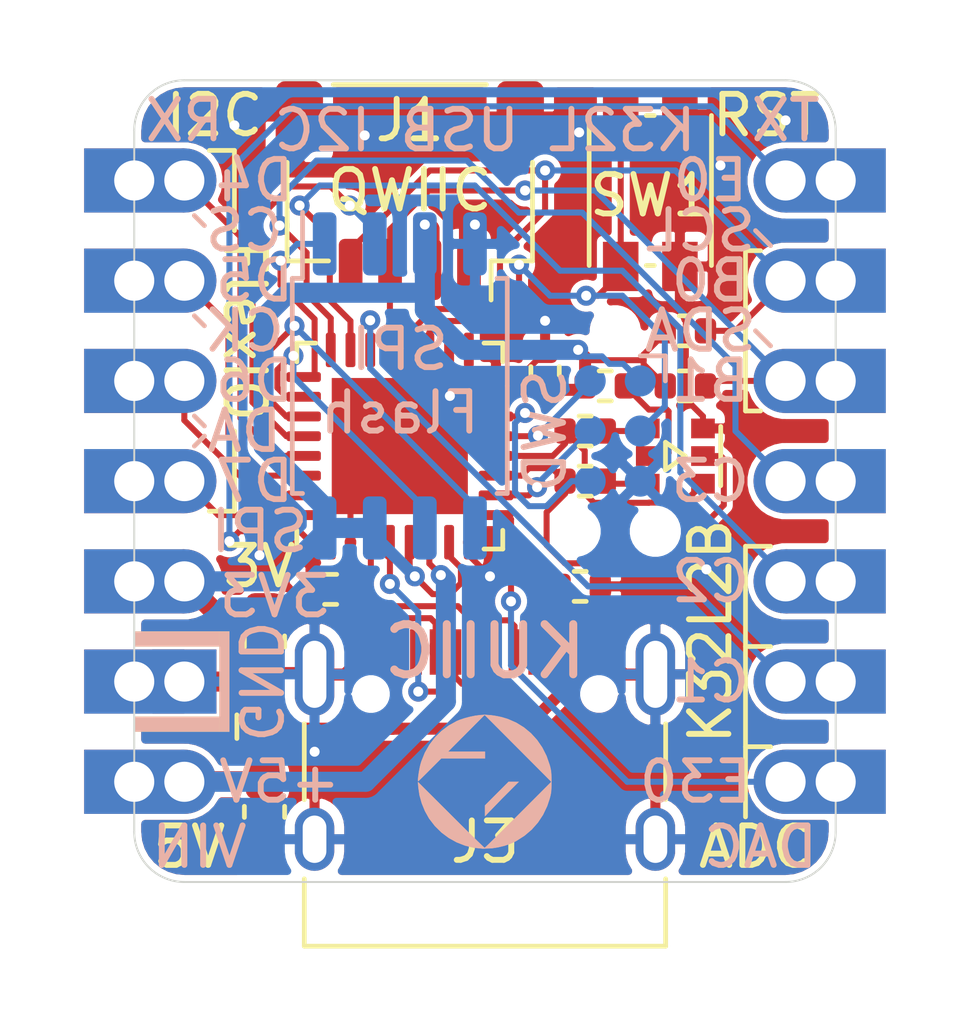
<source format=kicad_pcb>
(kicad_pcb (version 20171130) (host pcbnew "(5.1.9)-1")

  (general
    (thickness 1.6)
    (drawings 67)
    (tracks 400)
    (zones 0)
    (modules 21)
    (nets 37)
  )

  (page A4)
  (layers
    (0 F.Cu signal)
    (31 B.Cu signal)
    (32 B.Adhes user)
    (33 F.Adhes user)
    (34 B.Paste user)
    (35 F.Paste user)
    (36 B.SilkS user)
    (37 F.SilkS user)
    (38 B.Mask user)
    (39 F.Mask user)
    (40 Dwgs.User user)
    (41 Cmts.User user)
    (42 Eco1.User user)
    (43 Eco2.User user)
    (44 Edge.Cuts user)
    (45 Margin user)
    (46 B.CrtYd user)
    (47 F.CrtYd user)
    (48 B.Fab user)
    (49 F.Fab user)
  )

  (setup
    (last_trace_width 0.1524)
    (user_trace_width 0.1524)
    (user_trace_width 0.3048)
    (user_trace_width 0.508)
    (trace_clearance 0.1524)
    (zone_clearance 0.1524)
    (zone_45_only no)
    (trace_min 0.127)
    (via_size 0.508)
    (via_drill 0.254)
    (via_min_size 0.508)
    (via_min_drill 0.254)
    (user_via 0.508 0.254)
    (uvia_size 0.3048)
    (uvia_drill 0.1016)
    (uvias_allowed no)
    (uvia_min_size 0.254)
    (uvia_min_drill 0.1016)
    (edge_width 0.05)
    (segment_width 0.2)
    (pcb_text_width 0.3)
    (pcb_text_size 1.5 1.5)
    (mod_edge_width 0.12)
    (mod_text_size 1 1)
    (mod_text_width 0.15)
    (pad_size 1.6256 1.6256)
    (pad_drill 1.016)
    (pad_to_mask_clearance 0)
    (aux_axis_origin 0 0)
    (visible_elements 7FFFFFFF)
    (pcbplotparams
      (layerselection 0x010fc_ffffffff)
      (usegerberextensions false)
      (usegerberattributes false)
      (usegerberadvancedattributes true)
      (creategerberjobfile true)
      (excludeedgelayer true)
      (linewidth 0.100000)
      (plotframeref false)
      (viasonmask false)
      (mode 1)
      (useauxorigin false)
      (hpglpennumber 1)
      (hpglpenspeed 20)
      (hpglpendiameter 15.000000)
      (psnegative false)
      (psa4output false)
      (plotreference true)
      (plotvalue true)
      (plotinvisibletext false)
      (padsonsilk false)
      (subtractmaskfromsilk false)
      (outputformat 1)
      (mirror false)
      (drillshape 0)
      (scaleselection 1)
      (outputdirectory "out"))
  )

  (net 0 "")
  (net 1 GND)
  (net 2 /3V3)
  (net 3 /+5V)
  (net 4 /NMI#)
  (net 5 /SWD)
  (net 6 /SWC)
  (net 7 /RST#)
  (net 8 /SDA)
  (net 9 /SCL)
  (net 10 "Net-(J3-PadB8)")
  (net 11 "Net-(J3-PadA5)")
  (net 12 /D-)
  (net 13 /D+)
  (net 14 "Net-(J3-PadA8)")
  (net 15 "Net-(J3-PadB5)")
  (net 16 /FX7)
  (net 17 /FX6)
  (net 18 /FX5)
  (net 19 /FX4)
  (net 20 /TX)
  (net 21 /C3)
  (net 22 /C2)
  (net 23 /C1)
  (net 24 /AN)
  (net 25 /MISO)
  (net 26 /MOSI)
  (net 27 /SCK)
  (net 28 /CS#)
  (net 29 "Net-(U1-Pad18)")
  (net 30 "Net-(U1-Pad17)")
  (net 31 /PTA1)
  (net 32 /PTA2)
  (net 33 "Net-(D2-Pad2)")
  (net 34 /G)
  (net 35 /R)
  (net 36 /B)

  (net_class Default "This is the default net class."
    (clearance 0.1524)
    (trace_width 0.1524)
    (via_dia 0.508)
    (via_drill 0.254)
    (uvia_dia 0.3048)
    (uvia_drill 0.1016)
    (diff_pair_width 0.1524)
    (diff_pair_gap 0.2286)
    (add_net /+5V)
    (add_net /3V3)
    (add_net /AN)
    (add_net /B)
    (add_net /C1)
    (add_net /C2)
    (add_net /C3)
    (add_net /CS#)
    (add_net /D+)
    (add_net /D-)
    (add_net /FX4)
    (add_net /FX5)
    (add_net /FX6)
    (add_net /FX7)
    (add_net /G)
    (add_net /MISO)
    (add_net /MOSI)
    (add_net /NMI#)
    (add_net /PTA1)
    (add_net /PTA2)
    (add_net /R)
    (add_net /RST#)
    (add_net /SCK)
    (add_net /SCL)
    (add_net /SDA)
    (add_net /SWC)
    (add_net /SWD)
    (add_net /TX)
    (add_net GND)
    (add_net "Net-(D2-Pad2)")
    (add_net "Net-(J3-PadA5)")
    (add_net "Net-(J3-PadA8)")
    (add_net "Net-(J3-PadB5)")
    (add_net "Net-(J3-PadB8)")
    (add_net "Net-(U1-Pad17)")
    (add_net "Net-(U1-Pad18)")
  )

  (module custom:PinHeader_1x07_P2.54mm_castle (layer F.Cu) (tedit 6035219A) (tstamp 6034125D)
    (at 119.38 119.38)
    (descr "Through hole straight pin header, 1x07, 2.54mm pitch, single row")
    (tags "Through hole pin header THT 1x07 2.54mm single row")
    (path /60332F7E)
    (fp_text reference J4 (at 0 -2.33 180) (layer F.SilkS) hide
      (effects (font (size 1 1) (thickness 0.15)))
    )
    (fp_text value Conn_01x07 (at 0 17.57 -180) (layer F.Fab)
      (effects (font (size 1 1) (thickness 0.15)))
    )
    (fp_text user %R (at 0 7.62 -90) (layer F.Fab)
      (effects (font (size 1 1) (thickness 0.15)))
    )
    (fp_line (start 1.27 -1.27) (end -1.27 -1.27) (layer F.CrtYd) (width 0.05))
    (fp_line (start 1.27 16.51) (end 1.27 -1.27) (layer F.CrtYd) (width 0.05))
    (fp_line (start -1.27 16.51) (end 1.27 16.51) (layer F.CrtYd) (width 0.05))
    (fp_line (start -1.27 -1.27) (end -1.27 16.51) (layer F.CrtYd) (width 0.05))
    (fp_line (start -1.27 -0.635) (end -0.635 -1.27) (layer F.Fab) (width 0.1))
    (fp_line (start -1.27 16.51) (end -1.27 -0.635) (layer F.Fab) (width 0.1))
    (fp_line (start 1.27 16.51) (end -1.27 16.51) (layer F.Fab) (width 0.1))
    (fp_line (start 1.27 -1.27) (end 1.27 16.51) (layer F.Fab) (width 0.1))
    (fp_line (start -0.635 -1.27) (end 1.27 -1.27) (layer F.Fab) (width 0.1))
    (pad 4 thru_hole rect (at -1.27 7.62) (size 2.54 1.6256) (drill 1.016) (layers *.Cu *.Mask)
      (net 16 /FX7))
    (pad 7 thru_hole rect (at -1.27 15.24) (size 2.54 1.6256) (drill 1.016) (layers *.Cu *.Mask)
      (net 3 /+5V))
    (pad 3 thru_hole rect (at -1.27 5.08) (size 2.54 1.6256) (drill 1.016) (layers *.Cu *.Mask)
      (net 17 /FX6))
    (pad 1 thru_hole rect (at -1.27 0) (size 2.54 1.6256) (drill 1.016) (layers *.Cu *.Mask)
      (net 19 /FX4))
    (pad 5 thru_hole rect (at -1.27 10.16) (size 2.54 1.6256) (drill 1.016) (layers *.Cu *.Mask)
      (net 2 /3V3))
    (pad 2 thru_hole rect (at -1.27 2.54) (size 2.54 1.6256) (drill 1.016) (layers *.Cu *.Mask)
      (net 18 /FX5))
    (pad 6 thru_hole rect (at -1.27 12.7) (size 2.54 1.6256) (drill 1.016) (layers *.Cu *.Mask)
      (net 1 GND))
    (pad 1 thru_hole circle (at 0 0) (size 1.6256 1.6256) (drill 1.016) (layers *.Cu *.Mask)
      (net 19 /FX4))
    (pad 2 thru_hole oval (at 0 2.54) (size 1.6256 1.6256) (drill 1.016) (layers *.Cu *.Mask)
      (net 18 /FX5))
    (pad 3 thru_hole oval (at 0 5.08) (size 1.6256 1.6256) (drill 1.016) (layers *.Cu *.Mask)
      (net 17 /FX6))
    (pad 4 thru_hole oval (at 0 7.62) (size 1.6256 1.6256) (drill 1.016) (layers *.Cu *.Mask)
      (net 16 /FX7))
    (pad 5 thru_hole oval (at 0 10.16) (size 1.6256 1.6256) (drill 1.016) (layers *.Cu *.Mask)
      (net 2 /3V3))
    (pad 6 thru_hole rect (at 0 12.7) (size 1.6256 1.6256) (drill 1.016) (layers *.Cu *.Mask)
      (net 1 GND))
    (pad 7 thru_hole oval (at 0 15.24) (size 1.6256 1.6256) (drill 1.016) (layers *.Cu *.Mask)
      (net 3 /+5V))
  )

  (module custom:PinHeader_1x07_P2.54mm_castle (layer F.Cu) (tedit 6035213C) (tstamp 6033339D)
    (at 134.62 134.62 180)
    (descr "Through hole straight pin header, 1x07, 2.54mm pitch, single row")
    (tags "Through hole pin header THT 1x07 2.54mm single row")
    (path /603342F7)
    (fp_text reference J5 (at 0 -2.33 180) (layer F.SilkS) hide
      (effects (font (size 1 1) (thickness 0.15)))
    )
    (fp_text value Conn_01x07 (at 0 17.57 180) (layer F.Fab)
      (effects (font (size 1 1) (thickness 0.15)))
    )
    (fp_text user %R (at 0 7.62 270) (layer F.Fab)
      (effects (font (size 1 1) (thickness 0.15)))
    )
    (fp_line (start 1.27 -1.27) (end -1.27 -1.27) (layer F.CrtYd) (width 0.05))
    (fp_line (start 1.27 16.51) (end 1.27 -1.27) (layer F.CrtYd) (width 0.05))
    (fp_line (start -1.27 16.51) (end 1.27 16.51) (layer F.CrtYd) (width 0.05))
    (fp_line (start -1.27 -1.27) (end -1.27 16.51) (layer F.CrtYd) (width 0.05))
    (fp_line (start -1.27 -0.635) (end -0.635 -1.27) (layer F.Fab) (width 0.1))
    (fp_line (start -1.27 16.51) (end -1.27 -0.635) (layer F.Fab) (width 0.1))
    (fp_line (start 1.27 16.51) (end -1.27 16.51) (layer F.Fab) (width 0.1))
    (fp_line (start 1.27 -1.27) (end 1.27 16.51) (layer F.Fab) (width 0.1))
    (fp_line (start -0.635 -1.27) (end 1.27 -1.27) (layer F.Fab) (width 0.1))
    (pad 4 thru_hole rect (at -1.27 7.62 180) (size 2.54 1.6256) (drill 1.016) (layers *.Cu *.Mask)
      (net 21 /C3))
    (pad 7 thru_hole rect (at -1.27 15.24 180) (size 2.54 1.6256) (drill 1.016) (layers *.Cu *.Mask)
      (net 20 /TX))
    (pad 3 thru_hole rect (at -1.27 5.08 180) (size 2.54 1.6256) (drill 1.016) (layers *.Cu *.Mask)
      (net 22 /C2))
    (pad 1 thru_hole rect (at -1.27 0 180) (size 2.54 1.6256) (drill 1.016) (layers *.Cu *.Mask)
      (net 24 /AN))
    (pad 5 thru_hole rect (at -1.27 10.16 180) (size 2.54 1.6256) (drill 1.016) (layers *.Cu *.Mask)
      (net 8 /SDA))
    (pad 2 thru_hole rect (at -1.27 2.54 180) (size 2.54 1.6256) (drill 1.016) (layers *.Cu *.Mask)
      (net 23 /C1))
    (pad 6 thru_hole rect (at -1.27 12.7 180) (size 2.54 1.6256) (drill 1.016) (layers *.Cu *.Mask)
      (net 9 /SCL))
    (pad 1 thru_hole circle (at 0 0 180) (size 1.6256 1.6256) (drill 1.016) (layers *.Cu *.Mask)
      (net 24 /AN))
    (pad 2 thru_hole oval (at 0 2.54 180) (size 1.6256 1.6256) (drill 1.016) (layers *.Cu *.Mask)
      (net 23 /C1))
    (pad 3 thru_hole oval (at 0 5.08 180) (size 1.6256 1.6256) (drill 1.016) (layers *.Cu *.Mask)
      (net 22 /C2))
    (pad 4 thru_hole oval (at 0 7.62 180) (size 1.6256 1.6256) (drill 1.016) (layers *.Cu *.Mask)
      (net 21 /C3))
    (pad 5 thru_hole oval (at 0 10.16 180) (size 1.6256 1.6256) (drill 1.016) (layers *.Cu *.Mask)
      (net 8 /SDA))
    (pad 6 thru_hole oval (at 0 12.7 180) (size 1.6256 1.6256) (drill 1.016) (layers *.Cu *.Mask)
      (net 9 /SCL))
    (pad 7 thru_hole oval (at 0 15.24 180) (size 1.6256 1.6256) (drill 1.016) (layers *.Cu *.Mask)
      (net 20 /TX))
  )

  (module custom:gs-logo1500 (layer B.Cu) (tedit 6033F4F6) (tstamp 60340A37)
    (at 127 134.62 180)
    (fp_text reference G*** (at 0.254 -4.064) (layer B.SilkS) hide
      (effects (font (size 1.524 1.524) (thickness 0.3)) (justify mirror))
    )
    (fp_text value LOGO (at 0.75 0) (layer B.SilkS) hide
      (effects (font (size 1.524 1.524) (thickness 0.3)) (justify mirror))
    )
    (fp_poly (pts (xy -0.86233 0) (xy 0.00381 -0.86995) (xy 0.00381 -0.59944) (xy -0.59309 0)
      (xy 0.84582 0) (xy 0.00762 -1.67005) (xy -1.6764 0) (xy 0.00762 1.6891)) (layer B.Mask) (width 0.000025))
    (fp_poly (pts (xy 0.13572 1.687349) (xy 0.248653 1.672688) (xy 0.376981 1.646531) (xy 0.507817 1.612195)
      (xy 0.62827 1.572995) (xy 0.710298 1.539527) (xy 0.914617 1.426232) (xy 1.100606 1.286004)
      (xy 1.265735 1.121865) (xy 1.407475 0.936836) (xy 1.523295 0.733941) (xy 1.610667 0.516199)
      (xy 1.634456 0.435558) (xy 1.649971 0.370015) (xy 1.664657 0.294682) (xy 1.677557 0.216588)
      (xy 1.687717 0.14276) (xy 1.694181 0.080227) (xy 1.695995 0.036017) (xy 1.692202 0.017159)
      (xy 1.691348 0.016934) (xy 1.677985 0.028399) (xy 1.644114 0.060606) (xy 1.593094 0.110267)
      (xy 1.528284 0.174098) (xy 1.453044 0.248814) (xy 1.397 0.3048) (xy 1.109507 0.592667)
      (xy 0 0.592667) (xy 0 0.762) (xy 0.939569 0.762) (xy 0.474018 1.229596)
      (xy 0.008466 1.697192) (xy 0.13572 1.687349)) (layer B.SilkS) (width 0.01))
    (fp_poly (pts (xy -0.299583 -0.301547) (xy -0.00127 -0.60071) (xy -0.00127 -0.86868) (xy -0.431673 -0.423564)
      (xy -0.854879 0) (xy -0.600781 0) (xy -0.299583 -0.301547)) (layer B.SilkS) (width 0.01))
    (fp_poly (pts (xy -0.838136 0.848576) (xy -1.684093 0.000648) (xy -1.683467 0.106648) (xy -1.680933 0.188482)
      (xy -1.675529 0.254543) (xy -1.666292 0.313871) (xy -1.652255 0.375507) (xy -1.638538 0.426736)
      (xy -1.558497 0.656121) (xy -1.4515 0.867664) (xy -1.319499 1.059411) (xy -1.164447 1.229408)
      (xy -0.988298 1.375699) (xy -0.793004 1.49633) (xy -0.580518 1.589347) (xy -0.431656 1.634699)
      (xy -0.340828 1.655154) (xy -0.24342 1.672813) (xy -0.15571 1.684857) (xy -0.127 1.68747)
      (xy 0.008466 1.697149) (xy -0.838136 0.848576)) (layer B.SilkS) (width 0.01))
    (fp_poly (pts (xy -1.684097 0) (xy -1.684094 -0.000644) (xy -1.684739 0.000001) (xy -1.684093 0.000648)
      (xy -1.684097 0)) (layer B.SilkS) (width 0.01))
    (fp_poly (pts (xy -0.846667 -0.8382) (xy -0.707008 -0.977644) (xy -0.574157 -1.109833) (xy -0.450078 -1.232842)
      (xy -0.33673 -1.344749) (xy -0.236076 -1.443631) (xy -0.150075 -1.527567) (xy -0.08069 -1.594632)
      (xy -0.029881 -1.642905) (xy 0.000389 -1.670463) (xy 0.008339 -1.6764) (xy 0.022855 -1.664734)
      (xy 0.059324 -1.631018) (xy 0.115779 -1.577177) (xy 0.190253 -1.505134) (xy 0.280778 -1.416813)
      (xy 0.385387 -1.314139) (xy 0.502112 -1.199035) (xy 0.628985 -1.073425) (xy 0.764039 -0.939233)
      (xy 0.861179 -0.842433) (xy 1.697085 -0.008466) (xy 1.686677 -0.143933) (xy 1.657085 -0.34231)
      (xy 1.600337 -0.544717) (xy 1.52 -0.74094) (xy 1.419643 -0.920764) (xy 1.410477 -0.934706)
      (xy 1.266587 -1.121414) (xy 1.101124 -1.284064) (xy 0.917142 -1.421387) (xy 0.717693 -1.532109)
      (xy 0.505831 -1.614961) (xy 0.28461 -1.668672) (xy 0.057083 -1.691969) (xy -0.173696 -1.683583)
      (xy -0.3302 -1.659283) (xy -0.490149 -1.620993) (xy -0.62835 -1.574902) (xy -0.756725 -1.516835)
      (xy -0.794755 -1.496646) (xy -1.001023 -1.365061) (xy -1.183251 -1.20994) (xy -1.340382 -1.032622)
      (xy -1.471356 -0.83445) (xy -1.575113 -0.616763) (xy -1.637831 -0.429394) (xy -1.656197 -0.35962)
      (xy -1.668995 -0.299216) (xy -1.677202 -0.239102) (xy -1.681799 -0.170194) (xy -1.683763 -0.08341)
      (xy -1.684094 -0.000644) (xy -0.846667 -0.8382)) (layer B.SilkS) (width 0.01))
  )

  (module Resistor_SMD:R_0402_1005Metric (layer F.Cu) (tedit 5F68FEEE) (tstamp 60307555)
    (at 123.0884 129.7432)
    (descr "Resistor SMD 0402 (1005 Metric), square (rectangular) end terminal, IPC_7351 nominal, (Body size source: IPC-SM-782 page 72, https://www.pcb-3d.com/wordpress/wp-content/uploads/ipc-sm-782a_amendment_1_and_2.pdf), generated with kicad-footprint-generator")
    (tags resistor)
    (path /604A5A70)
    (attr smd)
    (fp_text reference R6 (at 0 -1.17) (layer F.SilkS) hide
      (effects (font (size 1 1) (thickness 0.15)))
    )
    (fp_text value 5.1k (at 0 1.17) (layer F.Fab)
      (effects (font (size 1 1) (thickness 0.15)))
    )
    (fp_line (start -0.525 0.27) (end -0.525 -0.27) (layer F.Fab) (width 0.1))
    (fp_line (start -0.525 -0.27) (end 0.525 -0.27) (layer F.Fab) (width 0.1))
    (fp_line (start 0.525 -0.27) (end 0.525 0.27) (layer F.Fab) (width 0.1))
    (fp_line (start 0.525 0.27) (end -0.525 0.27) (layer F.Fab) (width 0.1))
    (fp_line (start -0.153641 -0.38) (end 0.153641 -0.38) (layer F.SilkS) (width 0.12))
    (fp_line (start -0.153641 0.38) (end 0.153641 0.38) (layer F.SilkS) (width 0.12))
    (fp_line (start -0.93 0.47) (end -0.93 -0.47) (layer F.CrtYd) (width 0.05))
    (fp_line (start -0.93 -0.47) (end 0.93 -0.47) (layer F.CrtYd) (width 0.05))
    (fp_line (start 0.93 -0.47) (end 0.93 0.47) (layer F.CrtYd) (width 0.05))
    (fp_line (start 0.93 0.47) (end -0.93 0.47) (layer F.CrtYd) (width 0.05))
    (fp_text user %R (at 0 0) (layer F.Fab)
      (effects (font (size 0.26 0.26) (thickness 0.04)))
    )
    (pad 2 smd roundrect (at 0.51 0) (size 0.54 0.64) (layers F.Cu F.Paste F.Mask) (roundrect_rratio 0.25)
      (net 11 "Net-(J3-PadA5)"))
    (pad 1 smd roundrect (at -0.51 0) (size 0.54 0.64) (layers F.Cu F.Paste F.Mask) (roundrect_rratio 0.25)
      (net 1 GND))
    (model ${KISYS3DMOD}/Resistor_SMD.3dshapes/R_0402_1005Metric.wrl
      (at (xyz 0 0 0))
      (scale (xyz 1 1 1))
      (rotate (xyz 0 0 0))
    )
  )

  (module Package_SO:SOIC-8_5.23x5.23mm_P1.27mm (layer B.Cu) (tedit 5D9F72B1) (tstamp 60332F28)
    (at 124.841 124.587 270)
    (descr "SOIC, 8 Pin (http://www.winbond.com/resource-files/w25q32jv%20revg%2003272018%20plus.pdf#page=68), generated with kicad-footprint-generator ipc_gullwing_generator.py")
    (tags "SOIC SO")
    (path /5E71A527)
    (attr smd)
    (fp_text reference U2 (at 0 3.56 90) (layer B.SilkS) hide
      (effects (font (size 1 1) (thickness 0.15)) (justify mirror))
    )
    (fp_text value W25Q32JVSS (at 0 -3.56 90) (layer B.Fab)
      (effects (font (size 1 1) (thickness 0.15)) (justify mirror))
    )
    (fp_line (start 0 -2.725) (end 2.725 -2.725) (layer B.SilkS) (width 0.12))
    (fp_line (start 2.725 -2.725) (end 2.725 -2.465) (layer B.SilkS) (width 0.12))
    (fp_line (start 0 -2.725) (end -2.725 -2.725) (layer B.SilkS) (width 0.12))
    (fp_line (start -2.725 -2.725) (end -2.725 -2.465) (layer B.SilkS) (width 0.12))
    (fp_line (start 0 2.725) (end 2.725 2.725) (layer B.SilkS) (width 0.12))
    (fp_line (start 2.725 2.725) (end 2.725 2.465) (layer B.SilkS) (width 0.12))
    (fp_line (start 0 2.725) (end -2.725 2.725) (layer B.SilkS) (width 0.12))
    (fp_line (start -2.725 2.725) (end -2.725 2.465) (layer B.SilkS) (width 0.12))
    (fp_line (start -2.725 2.465) (end -4.4 2.465) (layer B.SilkS) (width 0.12))
    (fp_line (start -1.615 2.615) (end 2.615 2.615) (layer B.Fab) (width 0.1))
    (fp_line (start 2.615 2.615) (end 2.615 -2.615) (layer B.Fab) (width 0.1))
    (fp_line (start 2.615 -2.615) (end -2.615 -2.615) (layer B.Fab) (width 0.1))
    (fp_line (start -2.615 -2.615) (end -2.615 1.615) (layer B.Fab) (width 0.1))
    (fp_line (start -2.615 1.615) (end -1.615 2.615) (layer B.Fab) (width 0.1))
    (fp_line (start -4.65 2.86) (end -4.65 -2.86) (layer B.CrtYd) (width 0.05))
    (fp_line (start -4.65 -2.86) (end 4.65 -2.86) (layer B.CrtYd) (width 0.05))
    (fp_line (start 4.65 -2.86) (end 4.65 2.86) (layer B.CrtYd) (width 0.05))
    (fp_line (start 4.65 2.86) (end -4.65 2.86) (layer B.CrtYd) (width 0.05))
    (fp_text user %R (at 0 0 90) (layer B.Fab)
      (effects (font (size 1 1) (thickness 0.15)) (justify mirror))
    )
    (pad 8 smd roundrect (at 3.6 1.905 270) (size 1.6 0.6) (layers B.Cu B.Paste B.Mask) (roundrect_rratio 0.25)
      (net 2 /3V3))
    (pad 7 smd roundrect (at 3.6 0.635 270) (size 1.6 0.6) (layers B.Cu B.Paste B.Mask) (roundrect_rratio 0.25)
      (net 2 /3V3))
    (pad 6 smd roundrect (at 3.6 -0.635 270) (size 1.6 0.6) (layers B.Cu B.Paste B.Mask) (roundrect_rratio 0.25)
      (net 27 /SCK))
    (pad 5 smd roundrect (at 3.6 -1.905 270) (size 1.6 0.6) (layers B.Cu B.Paste B.Mask) (roundrect_rratio 0.25)
      (net 26 /MOSI))
    (pad 4 smd roundrect (at -3.6 -1.905 270) (size 1.6 0.6) (layers B.Cu B.Paste B.Mask) (roundrect_rratio 0.25)
      (net 1 GND))
    (pad 3 smd roundrect (at -3.6 -0.635 270) (size 1.6 0.6) (layers B.Cu B.Paste B.Mask) (roundrect_rratio 0.25)
      (net 2 /3V3))
    (pad 2 smd roundrect (at -3.6 0.635 270) (size 1.6 0.6) (layers B.Cu B.Paste B.Mask) (roundrect_rratio 0.25)
      (net 25 /MISO))
    (pad 1 smd roundrect (at -3.6 1.905 270) (size 1.6 0.6) (layers B.Cu B.Paste B.Mask) (roundrect_rratio 0.25)
      (net 28 /CS#))
    (model ${KISYS3DMOD}/Package_SO.3dshapes/SOIC-8_5.23x5.23mm_P1.27mm.wrl
      (at (xyz 0 0 0))
      (scale (xyz 1 1 1))
      (rotate (xyz 0 0 0))
    )
  )

  (module Connector:Tag-Connect_TC2030-IDC-NL_2x03_P1.27mm_Vertical (layer B.Cu) (tedit 5A29CEA9) (tstamp 6032AE27)
    (at 130.302 125.73 270)
    (descr "Tag-Connect programming header; http://www.tag-connect.com/Materials/TC2030-IDC-NL.pdf")
    (tags "tag connect programming header pogo pins")
    (path /613D6FF4)
    (attr virtual)
    (fp_text reference J2 (at 0 -2.7 270) (layer B.SilkS) hide
      (effects (font (size 1 1) (thickness 0.15)) (justify mirror))
    )
    (fp_text value Conn_02x03_Odd_Even (at 0 2.3 270) (layer B.Fab)
      (effects (font (size 1 1) (thickness 0.15)) (justify mirror))
    )
    (fp_line (start -1.905 -1.27) (end -1.905 -0.635) (layer B.SilkS) (width 0.12))
    (fp_line (start -1.27 -1.27) (end -1.905 -1.27) (layer B.SilkS) (width 0.12))
    (fp_line (start -3.5 -2) (end -3.5 2) (layer B.CrtYd) (width 0.05))
    (fp_line (start 3.5 -2) (end -3.5 -2) (layer B.CrtYd) (width 0.05))
    (fp_line (start 3.5 2) (end 3.5 -2) (layer B.CrtYd) (width 0.05))
    (fp_line (start -3.5 2) (end 3.5 2) (layer B.CrtYd) (width 0.05))
    (fp_line (start -1.27 -0.635) (end -1.27 0.635) (layer Dwgs.User) (width 0.1))
    (fp_line (start 1.27 -0.635) (end -1.27 -0.635) (layer Dwgs.User) (width 0.1))
    (fp_line (start 1.27 0.635) (end 1.27 -0.635) (layer Dwgs.User) (width 0.1))
    (fp_line (start -1.27 0.635) (end 1.27 0.635) (layer Dwgs.User) (width 0.1))
    (fp_line (start -1.27 -0.635) (end 0 0.635) (layer Dwgs.User) (width 0.1))
    (fp_line (start -1.27 0) (end -0.635 0.635) (layer Dwgs.User) (width 0.1))
    (fp_line (start -0.635 -0.635) (end 0.635 0.635) (layer Dwgs.User) (width 0.1))
    (fp_line (start 0 -0.635) (end 1.27 0.635) (layer Dwgs.User) (width 0.1))
    (fp_line (start 0.635 -0.635) (end 1.27 0) (layer Dwgs.User) (width 0.1))
    (fp_text user KEEPOUT (at 0 0 270) (layer Cmts.User)
      (effects (font (size 0.4 0.4) (thickness 0.07)))
    )
    (fp_text user %R (at 0 0 270) (layer B.Fab)
      (effects (font (size 1 1) (thickness 0.15)) (justify mirror))
    )
    (pad 6 connect circle (at 1.27 0.635 270) (size 0.7874 0.7874) (layers B.Cu B.Mask)
      (net 4 /NMI#))
    (pad 5 connect circle (at 1.27 -0.635 270) (size 0.7874 0.7874) (layers B.Cu B.Mask)
      (net 1 GND))
    (pad 4 connect circle (at 0 0.635 270) (size 0.7874 0.7874) (layers B.Cu B.Mask)
      (net 6 /SWC))
    (pad 3 connect circle (at 0 -0.635 270) (size 0.7874 0.7874) (layers B.Cu B.Mask)
      (net 7 /RST#))
    (pad 2 connect circle (at -1.27 0.635 270) (size 0.7874 0.7874) (layers B.Cu B.Mask)
      (net 5 /SWD))
    (pad 1 connect circle (at -1.27 -0.635 270) (size 0.7874 0.7874) (layers B.Cu B.Mask)
      (net 2 /3V3))
    (pad "" np_thru_hole circle (at -2.54 0 270) (size 0.9906 0.9906) (drill 0.9906) (layers *.Cu *.Mask))
    (pad "" np_thru_hole circle (at 2.54 -1.016 270) (size 0.9906 0.9906) (drill 0.9906) (layers *.Cu *.Mask))
    (pad "" np_thru_hole circle (at 2.54 1.016 270) (size 0.9906 0.9906) (drill 0.9906) (layers *.Cu *.Mask))
  )

  (module custom:D_SOD-882 (layer F.Cu) (tedit 60328E2E) (tstamp 60329949)
    (at 121.412 133.223)
    (descr https://www.onsemi.com/pub/Collateral/ESD9B-D.PDF#page=4)
    (tags "Diode SOD923")
    (path /6139FB6A)
    (attr smd)
    (fp_text reference D2 (at 0 -1.2) (layer F.SilkS) hide
      (effects (font (size 1 1) (thickness 0.15)))
    )
    (fp_text value PMEG4002 (at 0 1.2) (layer F.Fab)
      (effects (font (size 1 1) (thickness 0.15)))
    )
    (fp_line (start -0.65 -0.45) (end -0.65 0.45) (layer F.CrtYd) (width 0.05))
    (fp_line (start 0.65 -0.45) (end 0.65 0.45) (layer F.CrtYd) (width 0.05))
    (fp_line (start -0.7 -0.3) (end -0.7 0.3) (layer F.SilkS) (width 0.12))
    (fp_line (start -0.65 -0.45) (end 0.65 -0.45) (layer F.CrtYd) (width 0.05))
    (fp_line (start 0.65 0.45) (end -0.65 0.45) (layer F.CrtYd) (width 0.05))
    (fp_line (start 0.15 0) (end 0.3 0) (layer F.Fab) (width 0.1))
    (fp_line (start 0.15 -0.2) (end -0.15 0) (layer F.Fab) (width 0.1))
    (fp_line (start 0.15 0.2) (end 0.15 -0.2) (layer F.Fab) (width 0.1))
    (fp_line (start -0.15 0) (end 0.15 0.2) (layer F.Fab) (width 0.1))
    (fp_line (start -0.15 0) (end -0.3 0) (layer F.Fab) (width 0.1))
    (fp_line (start -0.15 0.2) (end -0.15 -0.2) (layer F.Fab) (width 0.1))
    (fp_line (start 0.5 -0.3) (end 0.5 0.3) (layer F.Fab) (width 0.1))
    (fp_line (start -0.5 -0.3) (end 0.5 -0.3) (layer F.Fab) (width 0.1))
    (fp_line (start -0.5 0.3) (end -0.5 -0.3) (layer F.Fab) (width 0.1))
    (fp_line (start 0.5 0.3) (end -0.5 0.3) (layer F.Fab) (width 0.1))
    (fp_text user %R (at 0 -1.2) (layer F.Fab)
      (effects (font (size 1 1) (thickness 0.15)))
    )
    (pad 2 smd rect (at 0.35 0 180) (size 0.4 0.7) (layers F.Cu F.Paste F.Mask)
      (net 33 "Net-(D2-Pad2)"))
    (pad 1 smd rect (at -0.35 0 180) (size 0.4 0.7) (layers F.Cu F.Paste F.Mask)
      (net 3 /+5V))
    (model ${KISYS3DMOD}/Diode_SMD.3dshapes/D_SOD-923.wrl
      (at (xyz 0 0 0))
      (scale (xyz 1 1 1))
      (rotate (xyz 0 0 0))
    )
  )

  (module Resistor_SMD:R_0402_1005Metric (layer F.Cu) (tedit 5F68FEEE) (tstamp 60317E8E)
    (at 129.54 125.73 180)
    (descr "Resistor SMD 0402 (1005 Metric), square (rectangular) end terminal, IPC_7351 nominal, (Body size source: IPC-SM-782 page 72, https://www.pcb-3d.com/wordpress/wp-content/uploads/ipc-sm-782a_amendment_1_and_2.pdf), generated with kicad-footprint-generator")
    (tags resistor)
    (path /611A5C9E)
    (attr smd)
    (fp_text reference R3 (at 0 -1.17) (layer F.SilkS) hide
      (effects (font (size 1 1) (thickness 0.15)))
    )
    (fp_text value 2K (at 0 1.17) (layer F.Fab)
      (effects (font (size 1 1) (thickness 0.15)))
    )
    (fp_line (start -0.525 0.27) (end -0.525 -0.27) (layer F.Fab) (width 0.1))
    (fp_line (start -0.525 -0.27) (end 0.525 -0.27) (layer F.Fab) (width 0.1))
    (fp_line (start 0.525 -0.27) (end 0.525 0.27) (layer F.Fab) (width 0.1))
    (fp_line (start 0.525 0.27) (end -0.525 0.27) (layer F.Fab) (width 0.1))
    (fp_line (start -0.153641 -0.38) (end 0.153641 -0.38) (layer F.SilkS) (width 0.12))
    (fp_line (start -0.153641 0.38) (end 0.153641 0.38) (layer F.SilkS) (width 0.12))
    (fp_line (start -0.93 0.47) (end -0.93 -0.47) (layer F.CrtYd) (width 0.05))
    (fp_line (start -0.93 -0.47) (end 0.93 -0.47) (layer F.CrtYd) (width 0.05))
    (fp_line (start 0.93 -0.47) (end 0.93 0.47) (layer F.CrtYd) (width 0.05))
    (fp_line (start 0.93 0.47) (end -0.93 0.47) (layer F.CrtYd) (width 0.05))
    (fp_text user %R (at 0 0) (layer F.Fab)
      (effects (font (size 0.26 0.26) (thickness 0.04)))
    )
    (pad 2 smd roundrect (at 0.51 0 180) (size 0.54 0.64) (layers F.Cu F.Paste F.Mask) (roundrect_rratio 0.25)
      (net 32 /PTA2))
    (pad 1 smd roundrect (at -0.51 0 180) (size 0.54 0.64) (layers F.Cu F.Paste F.Mask) (roundrect_rratio 0.25)
      (net 34 /G))
    (model ${KISYS3DMOD}/Resistor_SMD.3dshapes/R_0402_1005Metric.wrl
      (at (xyz 0 0 0))
      (scale (xyz 1 1 1))
      (rotate (xyz 0 0 0))
    )
  )

  (module custom:QWIIC locked (layer F.Cu) (tedit 60305F1B) (tstamp 603074A2)
    (at 125.095 119.634 180)
    (descr "JST SH series connector, SM04B-SRSS-TB (http://www.jst-mfg.com/product/pdf/eng/eSH.pdf), generated with kicad-footprint-generator")
    (tags "connector JST SH top entry")
    (path /603F15B6)
    (attr smd)
    (fp_text reference J1 (at 0 1.778 180) (layer F.SilkS)
      (effects (font (size 1 1) (thickness 0.15)))
    )
    (fp_text value Conn_01x04_MountingPin (at 0 3.98 180) (layer F.Fab)
      (effects (font (size 1 1) (thickness 0.15)))
    )
    (fp_line (start -3 -1.675) (end 3 -1.675) (layer F.Fab) (width 0.1))
    (fp_line (start -3.11 0.715) (end -3.11 -1.785) (layer F.SilkS) (width 0.12))
    (fp_line (start -3.11 -1.785) (end -2.06 -1.785) (layer F.SilkS) (width 0.12))
    (fp_line (start -2.06 -1.785) (end -2.06 -2.775) (layer F.SilkS) (width 0.12))
    (fp_line (start 3.11 0.715) (end 3.11 -1.785) (layer F.SilkS) (width 0.12))
    (fp_line (start 3.11 -1.785) (end 2.06 -1.785) (layer F.SilkS) (width 0.12))
    (fp_line (start -1.94 2.685) (end 1.94 2.685) (layer F.SilkS) (width 0.12))
    (fp_line (start -3 2.575) (end 3 2.575) (layer F.Fab) (width 0.1))
    (fp_line (start -3 -1.675) (end -3 2.575) (layer F.Fab) (width 0.1))
    (fp_line (start 3 -1.675) (end 3 2.575) (layer F.Fab) (width 0.1))
    (fp_line (start -3.5 -3) (end -3.5 2.75) (layer F.CrtYd) (width 0.05))
    (fp_line (start -3.5 2.75) (end 3.5 2.75) (layer F.CrtYd) (width 0.05))
    (fp_line (start 3.5 2.75) (end 3.5 -3) (layer F.CrtYd) (width 0.05))
    (fp_line (start 3.5 -3) (end -3.5 -3) (layer F.CrtYd) (width 0.05))
    (fp_line (start -2 -1.675) (end -1.5 -0.967893) (layer F.Fab) (width 0.1))
    (fp_line (start -1.5 -0.967893) (end -1 -1.675) (layer F.Fab) (width 0.1))
    (fp_text user %R (at 0 0 180) (layer F.Fab)
      (effects (font (size 1 1) (thickness 0.15)))
    )
    (pad 1 smd roundrect (at -1.5 -2 180) (size 0.6 1.55) (layers F.Cu F.Paste F.Mask) (roundrect_rratio 0.25)
      (net 1 GND))
    (pad 2 smd roundrect (at -0.5 -2 180) (size 0.6 1.55) (layers F.Cu F.Paste F.Mask) (roundrect_rratio 0.25)
      (net 2 /3V3))
    (pad 3 smd roundrect (at 0.5 -2 180) (size 0.6 1.55) (layers F.Cu F.Paste F.Mask) (roundrect_rratio 0.25)
      (net 8 /SDA))
    (pad 4 smd roundrect (at 1.5 -2 180) (size 0.6 1.55) (layers F.Cu F.Paste F.Mask) (roundrect_rratio 0.25)
      (net 9 /SCL))
    (pad MP smd roundrect (at -2.8 1.875 180) (size 1.2 1.8) (layers F.Cu F.Paste F.Mask) (roundrect_rratio 0.2083325)
      (net 1 GND))
    (pad MP smd roundrect (at 2.8 1.875 180) (size 1.2 1.8) (layers F.Cu F.Paste F.Mask) (roundrect_rratio 0.2083325)
      (net 1 GND))
    (model ${KISYS3DMOD}/Connector_JST.3dshapes/JST_SH_SM04B-SRSS-TB_1x04-1MP_P1.00mm_Horizontal.wrl
      (at (xyz 0 0 0))
      (scale (xyz 1 1 1))
      (rotate (xyz 0 0 0))
    )
  )

  (module kuiic:SW_Push_4pin_3.0x3.65mm (layer F.Cu) (tedit 60303A9A) (tstamp 60308749)
    (at 131.191 119.634 270)
    (descr https://katalog.we-online.com/em/datasheet/434133025816.pdf)
    (tags "tactile switch Wurth Wuerth")
    (path /60569709)
    (attr smd)
    (fp_text reference SW1 (at 0.127 0 180) (layer F.SilkS)
      (effects (font (size 1 1) (thickness 0.15)))
    )
    (fp_text value SW_Push (at 0 2.55 90) (layer F.Fab)
      (effects (font (size 1 1) (thickness 0.15)))
    )
    (fp_circle (center 0 0) (end 0 0.85) (layer F.Fab) (width 0.12))
    (fp_line (start -1.825 -1.5) (end 1.825 -1.5) (layer F.Fab) (width 0.1))
    (fp_line (start 1.825 -1.5) (end 1.825 1.5) (layer F.Fab) (width 0.1))
    (fp_line (start 1.825 1.5) (end -1.825 1.5) (layer F.Fab) (width 0.1))
    (fp_line (start -1.825 1.5) (end -1.825 -1.5) (layer F.Fab) (width 0.1))
    (fp_line (start 1.9 0.1) (end 1.9 -0.1) (layer F.SilkS) (width 0.12))
    (fp_line (start -2.85 -1.85) (end 2.85 -1.85) (layer F.CrtYd) (width 0.05))
    (fp_line (start 2.85 -1.85) (end 2.85 1.85) (layer F.CrtYd) (width 0.05))
    (fp_line (start 2.85 1.85) (end -2.85 1.85) (layer F.CrtYd) (width 0.05))
    (fp_line (start -2.85 1.85) (end -2.85 -1.85) (layer F.CrtYd) (width 0.05))
    (fp_line (start -1.9 1.55) (end 1.9 1.55) (layer F.SilkS) (width 0.12))
    (fp_line (start 1.9 -1.55) (end -1.9 -1.55) (layer F.SilkS) (width 0.12))
    (fp_line (start -1.9 0.1) (end -1.9 -0.1) (layer F.SilkS) (width 0.12))
    (fp_text user %R (at 0.05 0 90) (layer F.Fab)
      (effects (font (size 1 1) (thickness 0.15)))
    )
    (pad 1 smd rect (at -1.925 -0.75 270) (size 1.25 0.9) (layers F.Cu F.Paste F.Mask)
      (net 1 GND))
    (pad 2 smd rect (at -1.925 0.75 270) (size 1.25 0.9) (layers F.Cu F.Paste F.Mask)
      (net 7 /RST#))
    (pad 1 smd rect (at 1.925 -0.75 270) (size 1.25 0.9) (layers F.Cu F.Paste F.Mask)
      (net 1 GND))
    (pad 2 smd rect (at 1.925 0.75 270) (size 1.25 0.9) (layers F.Cu F.Paste F.Mask)
      (net 7 /RST#))
    (model ${KISYS3DMOD}/Button_Switch_SMD.3dshapes/SW_Push_1P1T_NO_Vertical_Wuerth_434133025816.wrl
      (at (xyz 0 0 0))
      (scale (xyz 1 1 1))
      (rotate (xyz 0 0 0))
    )
  )

  (module kuiic:LED_E6C1615 (layer F.Cu) (tedit 6030319D) (tstamp 6032A851)
    (at 131.826 126.365 90)
    (path /6041B822)
    (attr smd)
    (fp_text reference D1 (at -2 0) (layer F.SilkS) hide
      (effects (font (size 1 1) (thickness 0.15)))
    )
    (fp_text value LED_RGB (at -0.05 -2 90) (layer F.Fab)
      (effects (font (size 1 1) (thickness 0.15)))
    )
    (fp_line (start 0.35 -0.25) (end -0.35 -0.25) (layer F.SilkS) (width 0.12))
    (fp_line (start 0 0.25) (end 0.35 -0.25) (layer F.SilkS) (width 0.12))
    (fp_line (start -0.35 -0.25) (end 0 0.25) (layer F.SilkS) (width 0.12))
    (fp_line (start -0.75 -0.8) (end -0.75 0.8) (layer F.Fab) (width 0.12))
    (fp_line (start 0.75 -0.8) (end -0.75 -0.8) (layer F.Fab) (width 0.12))
    (fp_line (start 0.75 0.8) (end 0.75 -0.8) (layer F.Fab) (width 0.12))
    (fp_line (start -0.75 0.8) (end 0.75 0.8) (layer F.Fab) (width 0.12))
    (fp_line (start -1.2 1.25) (end -1.2 -1.25) (layer F.CrtYd) (width 0.05))
    (fp_line (start 1.2 1.25) (end -1.2 1.25) (layer F.CrtYd) (width 0.05))
    (fp_line (start 1.2 -1.25) (end 1.2 1.25) (layer F.CrtYd) (width 0.05))
    (fp_line (start -1.2 -1.25) (end 1.2 -1.25) (layer F.CrtYd) (width 0.05))
    (fp_line (start -0.75 1.15) (end 0.75 1.15) (layer F.SilkS) (width 0.12))
    (pad GK smd rect (at 0.7 0.7 90) (size 0.5 0.6) (layers F.Cu F.Paste F.Mask)
      (net 1 GND))
    (pad GA smd rect (at 0.7 -0.7 90) (size 0.5 0.6) (layers F.Cu F.Paste F.Mask)
      (net 34 /G))
    (pad RK smd rect (at 0 0.7 90) (size 0.5 0.6) (layers F.Cu F.Paste F.Mask)
      (net 31 /PTA1))
    (pad RA smd rect (at 0 -0.7 90) (size 0.5 0.6) (layers F.Cu F.Paste F.Mask)
      (net 35 /R))
    (pad BK smd rect (at -0.7 0.7 90) (size 0.5 0.6) (layers F.Cu F.Paste F.Mask)
      (net 32 /PTA2))
    (pad BA smd rect (at -0.7 -0.7 90) (size 0.5 0.6) (layers F.Cu F.Paste F.Mask)
      (net 36 /B))
  )

  (module Package_DFN_QFN:QFN-32-1EP_5x5mm_P0.5mm_EP3.45x3.45mm locked (layer F.Cu) (tedit 5DC5F6A4) (tstamp 60331F59)
    (at 124.841 126.111 90)
    (descr "QFN, 32 Pin (http://www.analog.com/media/en/package-pcb-resources/package/pkg_pdf/ltc-legacy-qfn/QFN_32_05-08-1693.pdf), generated with kicad-footprint-generator ipc_noLead_generator.py")
    (tags "QFN NoLead")
    (path /5E635B04)
    (attr smd)
    (fp_text reference U1 (at 0 -3.82 90) (layer F.SilkS) hide
      (effects (font (size 1 1) (thickness 0.15)))
    )
    (fp_text value MK32L2B_QFN32 (at 0 3.82 90) (layer F.Fab)
      (effects (font (size 1 1) (thickness 0.15)))
    )
    (fp_line (start 2.135 -2.61) (end 2.61 -2.61) (layer F.SilkS) (width 0.12))
    (fp_line (start 2.61 -2.61) (end 2.61 -2.135) (layer F.SilkS) (width 0.12))
    (fp_line (start -2.135 2.61) (end -2.61 2.61) (layer F.SilkS) (width 0.12))
    (fp_line (start -2.61 2.61) (end -2.61 2.135) (layer F.SilkS) (width 0.12))
    (fp_line (start 2.135 2.61) (end 2.61 2.61) (layer F.SilkS) (width 0.12))
    (fp_line (start 2.61 2.61) (end 2.61 2.135) (layer F.SilkS) (width 0.12))
    (fp_line (start -2.135 -2.61) (end -2.61 -2.61) (layer F.SilkS) (width 0.12))
    (fp_line (start -1.5 -2.5) (end 2.5 -2.5) (layer F.Fab) (width 0.1))
    (fp_line (start 2.5 -2.5) (end 2.5 2.5) (layer F.Fab) (width 0.1))
    (fp_line (start 2.5 2.5) (end -2.5 2.5) (layer F.Fab) (width 0.1))
    (fp_line (start -2.5 2.5) (end -2.5 -1.5) (layer F.Fab) (width 0.1))
    (fp_line (start -2.5 -1.5) (end -1.5 -2.5) (layer F.Fab) (width 0.1))
    (fp_line (start -3.12 -3.12) (end -3.12 3.12) (layer F.CrtYd) (width 0.05))
    (fp_line (start -3.12 3.12) (end 3.12 3.12) (layer F.CrtYd) (width 0.05))
    (fp_line (start 3.12 3.12) (end 3.12 -3.12) (layer F.CrtYd) (width 0.05))
    (fp_line (start 3.12 -3.12) (end -3.12 -3.12) (layer F.CrtYd) (width 0.05))
    (fp_text user %R (at 0 0 90) (layer F.Fab)
      (effects (font (size 1 1) (thickness 0.15)))
    )
    (pad "" smd roundrect (at 1.15 1.15 90) (size 0.93 0.93) (layers F.Paste) (roundrect_rratio 0.25))
    (pad "" smd roundrect (at 1.15 0 90) (size 0.93 0.93) (layers F.Paste) (roundrect_rratio 0.25))
    (pad "" smd roundrect (at 1.15 -1.15 90) (size 0.93 0.93) (layers F.Paste) (roundrect_rratio 0.25))
    (pad "" smd roundrect (at 0 1.15 90) (size 0.93 0.93) (layers F.Paste) (roundrect_rratio 0.25))
    (pad "" smd roundrect (at 0 0 90) (size 0.93 0.93) (layers F.Paste) (roundrect_rratio 0.25))
    (pad "" smd roundrect (at 0 -1.15 90) (size 0.93 0.93) (layers F.Paste) (roundrect_rratio 0.25))
    (pad "" smd roundrect (at -1.15 1.15 90) (size 0.93 0.93) (layers F.Paste) (roundrect_rratio 0.25))
    (pad "" smd roundrect (at -1.15 0 90) (size 0.93 0.93) (layers F.Paste) (roundrect_rratio 0.25))
    (pad "" smd roundrect (at -1.15 -1.15 90) (size 0.93 0.93) (layers F.Paste) (roundrect_rratio 0.25))
    (pad 33 smd rect (at 0 0 90) (size 3.45 3.45) (layers F.Cu F.Mask)
      (net 1 GND))
    (pad 32 smd roundrect (at -1.75 -2.4375 90) (size 0.25 0.875) (layers F.Cu F.Paste F.Mask) (roundrect_rratio 0.25)
      (net 16 /FX7))
    (pad 31 smd roundrect (at -1.25 -2.4375 90) (size 0.25 0.875) (layers F.Cu F.Paste F.Mask) (roundrect_rratio 0.25)
      (net 17 /FX6))
    (pad 30 smd roundrect (at -0.75 -2.4375 90) (size 0.25 0.875) (layers F.Cu F.Paste F.Mask) (roundrect_rratio 0.25)
      (net 18 /FX5))
    (pad 29 smd roundrect (at -0.25 -2.4375 90) (size 0.25 0.875) (layers F.Cu F.Paste F.Mask) (roundrect_rratio 0.25)
      (net 19 /FX4))
    (pad 28 smd roundrect (at 0.25 -2.4375 90) (size 0.25 0.875) (layers F.Cu F.Paste F.Mask) (roundrect_rratio 0.25)
      (net 25 /MISO))
    (pad 27 smd roundrect (at 0.75 -2.4375 90) (size 0.25 0.875) (layers F.Cu F.Paste F.Mask) (roundrect_rratio 0.25)
      (net 26 /MOSI))
    (pad 26 smd roundrect (at 1.25 -2.4375 90) (size 0.25 0.875) (layers F.Cu F.Paste F.Mask) (roundrect_rratio 0.25)
      (net 27 /SCK))
    (pad 25 smd roundrect (at 1.75 -2.4375 90) (size 0.25 0.875) (layers F.Cu F.Paste F.Mask) (roundrect_rratio 0.25)
      (net 28 /CS#))
    (pad 24 smd roundrect (at 2.4375 -1.75 90) (size 0.875 0.25) (layers F.Cu F.Paste F.Mask) (roundrect_rratio 0.25)
      (net 21 /C3))
    (pad 23 smd roundrect (at 2.4375 -1.25 90) (size 0.875 0.25) (layers F.Cu F.Paste F.Mask) (roundrect_rratio 0.25)
      (net 22 /C2))
    (pad 22 smd roundrect (at 2.4375 -0.75 90) (size 0.875 0.25) (layers F.Cu F.Paste F.Mask) (roundrect_rratio 0.25)
      (net 23 /C1))
    (pad 21 smd roundrect (at 2.4375 -0.25 90) (size 0.875 0.25) (layers F.Cu F.Paste F.Mask) (roundrect_rratio 0.25)
      (net 8 /SDA))
    (pad 20 smd roundrect (at 2.4375 0.25 90) (size 0.875 0.25) (layers F.Cu F.Paste F.Mask) (roundrect_rratio 0.25)
      (net 9 /SCL))
    (pad 19 smd roundrect (at 2.4375 0.75 90) (size 0.875 0.25) (layers F.Cu F.Paste F.Mask) (roundrect_rratio 0.25)
      (net 7 /RST#))
    (pad 18 smd roundrect (at 2.4375 1.25 90) (size 0.875 0.25) (layers F.Cu F.Paste F.Mask) (roundrect_rratio 0.25)
      (net 29 "Net-(U1-Pad18)"))
    (pad 17 smd roundrect (at 2.4375 1.75 90) (size 0.875 0.25) (layers F.Cu F.Paste F.Mask) (roundrect_rratio 0.25)
      (net 30 "Net-(U1-Pad17)"))
    (pad 16 smd roundrect (at 1.75 2.4375 90) (size 0.25 0.875) (layers F.Cu F.Paste F.Mask) (roundrect_rratio 0.25)
      (net 1 GND))
    (pad 15 smd roundrect (at 1.25 2.4375 90) (size 0.25 0.875) (layers F.Cu F.Paste F.Mask) (roundrect_rratio 0.25)
      (net 2 /3V3))
    (pad 14 smd roundrect (at 0.75 2.4375 90) (size 0.25 0.875) (layers F.Cu F.Paste F.Mask) (roundrect_rratio 0.25)
      (net 4 /NMI#))
    (pad 13 smd roundrect (at 0.25 2.4375 90) (size 0.25 0.875) (layers F.Cu F.Paste F.Mask) (roundrect_rratio 0.25)
      (net 5 /SWD))
    (pad 12 smd roundrect (at -0.25 2.4375 90) (size 0.25 0.875) (layers F.Cu F.Paste F.Mask) (roundrect_rratio 0.25)
      (net 32 /PTA2))
    (pad 11 smd roundrect (at -0.75 2.4375 90) (size 0.25 0.875) (layers F.Cu F.Paste F.Mask) (roundrect_rratio 0.25)
      (net 31 /PTA1))
    (pad 10 smd roundrect (at -1.25 2.4375 90) (size 0.25 0.875) (layers F.Cu F.Paste F.Mask) (roundrect_rratio 0.25)
      (net 6 /SWC))
    (pad 9 smd roundrect (at -1.75 2.4375 90) (size 0.25 0.875) (layers F.Cu F.Paste F.Mask) (roundrect_rratio 0.25)
      (net 24 /AN))
    (pad 8 smd roundrect (at -2.4375 1.75 90) (size 0.875 0.25) (layers F.Cu F.Paste F.Mask) (roundrect_rratio 0.25)
      (net 1 GND))
    (pad 7 smd roundrect (at -2.4375 1.25 90) (size 0.875 0.25) (layers F.Cu F.Paste F.Mask) (roundrect_rratio 0.25)
      (net 2 /3V3))
    (pad 6 smd roundrect (at -2.4375 0.75 90) (size 0.875 0.25) (layers F.Cu F.Paste F.Mask) (roundrect_rratio 0.25)
      (net 3 /+5V))
    (pad 5 smd roundrect (at -2.4375 0.25 90) (size 0.875 0.25) (layers F.Cu F.Paste F.Mask) (roundrect_rratio 0.25)
      (net 2 /3V3))
    (pad 4 smd roundrect (at -2.4375 -0.25 90) (size 0.875 0.25) (layers F.Cu F.Paste F.Mask) (roundrect_rratio 0.25)
      (net 12 /D-))
    (pad 3 smd roundrect (at -2.4375 -0.75 90) (size 0.875 0.25) (layers F.Cu F.Paste F.Mask) (roundrect_rratio 0.25)
      (net 13 /D+))
    (pad 2 smd roundrect (at -2.4375 -1.25 90) (size 0.875 0.25) (layers F.Cu F.Paste F.Mask) (roundrect_rratio 0.25)
      (net 1 GND))
    (pad 1 smd roundrect (at -2.4375 -1.75 90) (size 0.875 0.25) (layers F.Cu F.Paste F.Mask) (roundrect_rratio 0.25)
      (net 20 /TX))
    (model ${KISYS3DMOD}/Package_DFN_QFN.3dshapes/QFN-32-1EP_5x5mm_P0.5mm_EP3.45x3.45mm.wrl
      (at (xyz 0 0 0))
      (scale (xyz 1 1 1))
      (rotate (xyz 0 0 0))
    )
  )

  (module Resistor_SMD:R_0402_1005Metric (layer F.Cu) (tedit 5F68FEEE) (tstamp 60307566)
    (at 129.413 129.667 180)
    (descr "Resistor SMD 0402 (1005 Metric), square (rectangular) end terminal, IPC_7351 nominal, (Body size source: IPC-SM-782 page 72, https://www.pcb-3d.com/wordpress/wp-content/uploads/ipc-sm-782a_amendment_1_and_2.pdf), generated with kicad-footprint-generator")
    (tags resistor)
    (path /604A66B3)
    (attr smd)
    (fp_text reference R7 (at 0 -1.17) (layer F.SilkS) hide
      (effects (font (size 1 1) (thickness 0.15)))
    )
    (fp_text value 5.1k (at 0 1.17) (layer F.Fab)
      (effects (font (size 1 1) (thickness 0.15)))
    )
    (fp_line (start -0.525 0.27) (end -0.525 -0.27) (layer F.Fab) (width 0.1))
    (fp_line (start -0.525 -0.27) (end 0.525 -0.27) (layer F.Fab) (width 0.1))
    (fp_line (start 0.525 -0.27) (end 0.525 0.27) (layer F.Fab) (width 0.1))
    (fp_line (start 0.525 0.27) (end -0.525 0.27) (layer F.Fab) (width 0.1))
    (fp_line (start -0.153641 -0.38) (end 0.153641 -0.38) (layer F.SilkS) (width 0.12))
    (fp_line (start -0.153641 0.38) (end 0.153641 0.38) (layer F.SilkS) (width 0.12))
    (fp_line (start -0.93 0.47) (end -0.93 -0.47) (layer F.CrtYd) (width 0.05))
    (fp_line (start -0.93 -0.47) (end 0.93 -0.47) (layer F.CrtYd) (width 0.05))
    (fp_line (start 0.93 -0.47) (end 0.93 0.47) (layer F.CrtYd) (width 0.05))
    (fp_line (start 0.93 0.47) (end -0.93 0.47) (layer F.CrtYd) (width 0.05))
    (fp_text user %R (at 0 0) (layer F.Fab)
      (effects (font (size 0.26 0.26) (thickness 0.04)))
    )
    (pad 2 smd roundrect (at 0.51 0 180) (size 0.54 0.64) (layers F.Cu F.Paste F.Mask) (roundrect_rratio 0.25)
      (net 15 "Net-(J3-PadB5)"))
    (pad 1 smd roundrect (at -0.51 0 180) (size 0.54 0.64) (layers F.Cu F.Paste F.Mask) (roundrect_rratio 0.25)
      (net 1 GND))
    (model ${KISYS3DMOD}/Resistor_SMD.3dshapes/R_0402_1005Metric.wrl
      (at (xyz 0 0 0))
      (scale (xyz 1 1 1))
      (rotate (xyz 0 0 0))
    )
  )

  (module Resistor_SMD:R_0402_1005Metric (layer F.Cu) (tedit 5F68FEEE) (tstamp 60307544)
    (at 132.08 124.587 180)
    (descr "Resistor SMD 0402 (1005 Metric), square (rectangular) end terminal, IPC_7351 nominal, (Body size source: IPC-SM-782 page 72, https://www.pcb-3d.com/wordpress/wp-content/uploads/ipc-sm-782a_amendment_1_and_2.pdf), generated with kicad-footprint-generator")
    (tags resistor)
    (path /5E725DE1)
    (attr smd)
    (fp_text reference R5 (at 0 -1.17) (layer F.SilkS) hide
      (effects (font (size 1 1) (thickness 0.15)))
    )
    (fp_text value 5.1k (at 0 1.17) (layer F.Fab)
      (effects (font (size 1 1) (thickness 0.15)))
    )
    (fp_line (start -0.525 0.27) (end -0.525 -0.27) (layer F.Fab) (width 0.1))
    (fp_line (start -0.525 -0.27) (end 0.525 -0.27) (layer F.Fab) (width 0.1))
    (fp_line (start 0.525 -0.27) (end 0.525 0.27) (layer F.Fab) (width 0.1))
    (fp_line (start 0.525 0.27) (end -0.525 0.27) (layer F.Fab) (width 0.1))
    (fp_line (start -0.153641 -0.38) (end 0.153641 -0.38) (layer F.SilkS) (width 0.12))
    (fp_line (start -0.153641 0.38) (end 0.153641 0.38) (layer F.SilkS) (width 0.12))
    (fp_line (start -0.93 0.47) (end -0.93 -0.47) (layer F.CrtYd) (width 0.05))
    (fp_line (start -0.93 -0.47) (end 0.93 -0.47) (layer F.CrtYd) (width 0.05))
    (fp_line (start 0.93 -0.47) (end 0.93 0.47) (layer F.CrtYd) (width 0.05))
    (fp_line (start 0.93 0.47) (end -0.93 0.47) (layer F.CrtYd) (width 0.05))
    (fp_text user %R (at 0 0) (layer F.Fab)
      (effects (font (size 0.26 0.26) (thickness 0.04)))
    )
    (pad 2 smd roundrect (at 0.51 0 180) (size 0.54 0.64) (layers F.Cu F.Paste F.Mask) (roundrect_rratio 0.25)
      (net 2 /3V3))
    (pad 1 smd roundrect (at -0.51 0 180) (size 0.54 0.64) (layers F.Cu F.Paste F.Mask) (roundrect_rratio 0.25)
      (net 8 /SDA))
    (model ${KISYS3DMOD}/Resistor_SMD.3dshapes/R_0402_1005Metric.wrl
      (at (xyz 0 0 0))
      (scale (xyz 1 1 1))
      (rotate (xyz 0 0 0))
    )
  )

  (module Resistor_SMD:R_0402_1005Metric (layer F.Cu) (tedit 5F68FEEE) (tstamp 60307533)
    (at 132.08 123.19 180)
    (descr "Resistor SMD 0402 (1005 Metric), square (rectangular) end terminal, IPC_7351 nominal, (Body size source: IPC-SM-782 page 72, https://www.pcb-3d.com/wordpress/wp-content/uploads/ipc-sm-782a_amendment_1_and_2.pdf), generated with kicad-footprint-generator")
    (tags resistor)
    (path /5E726730)
    (attr smd)
    (fp_text reference R4 (at 0 -1.17) (layer F.SilkS) hide
      (effects (font (size 1 1) (thickness 0.15)))
    )
    (fp_text value 5.1k (at 0 1.17) (layer F.Fab)
      (effects (font (size 1 1) (thickness 0.15)))
    )
    (fp_line (start -0.525 0.27) (end -0.525 -0.27) (layer F.Fab) (width 0.1))
    (fp_line (start -0.525 -0.27) (end 0.525 -0.27) (layer F.Fab) (width 0.1))
    (fp_line (start 0.525 -0.27) (end 0.525 0.27) (layer F.Fab) (width 0.1))
    (fp_line (start 0.525 0.27) (end -0.525 0.27) (layer F.Fab) (width 0.1))
    (fp_line (start -0.153641 -0.38) (end 0.153641 -0.38) (layer F.SilkS) (width 0.12))
    (fp_line (start -0.153641 0.38) (end 0.153641 0.38) (layer F.SilkS) (width 0.12))
    (fp_line (start -0.93 0.47) (end -0.93 -0.47) (layer F.CrtYd) (width 0.05))
    (fp_line (start -0.93 -0.47) (end 0.93 -0.47) (layer F.CrtYd) (width 0.05))
    (fp_line (start 0.93 -0.47) (end 0.93 0.47) (layer F.CrtYd) (width 0.05))
    (fp_line (start 0.93 0.47) (end -0.93 0.47) (layer F.CrtYd) (width 0.05))
    (fp_text user %R (at 0 0) (layer F.Fab)
      (effects (font (size 0.26 0.26) (thickness 0.04)))
    )
    (pad 2 smd roundrect (at 0.51 0 180) (size 0.54 0.64) (layers F.Cu F.Paste F.Mask) (roundrect_rratio 0.25)
      (net 2 /3V3))
    (pad 1 smd roundrect (at -0.51 0 180) (size 0.54 0.64) (layers F.Cu F.Paste F.Mask) (roundrect_rratio 0.25)
      (net 9 /SCL))
    (model ${KISYS3DMOD}/Resistor_SMD.3dshapes/R_0402_1005Metric.wrl
      (at (xyz 0 0 0))
      (scale (xyz 1 1 1))
      (rotate (xyz 0 0 0))
    )
  )

  (module Resistor_SMD:R_0402_1005Metric (layer F.Cu) (tedit 5F68FEEE) (tstamp 6032B504)
    (at 130.048 124.587 180)
    (descr "Resistor SMD 0402 (1005 Metric), square (rectangular) end terminal, IPC_7351 nominal, (Body size source: IPC-SM-782 page 72, https://www.pcb-3d.com/wordpress/wp-content/uploads/ipc-sm-782a_amendment_1_and_2.pdf), generated with kicad-footprint-generator")
    (tags resistor)
    (path /5E6A96F0)
    (attr smd)
    (fp_text reference R2 (at 0 -1.17) (layer F.SilkS) hide
      (effects (font (size 1 1) (thickness 0.15)))
    )
    (fp_text value 2K (at 0 1.17) (layer F.Fab)
      (effects (font (size 1 1) (thickness 0.15)))
    )
    (fp_line (start -0.525 0.27) (end -0.525 -0.27) (layer F.Fab) (width 0.1))
    (fp_line (start -0.525 -0.27) (end 0.525 -0.27) (layer F.Fab) (width 0.1))
    (fp_line (start 0.525 -0.27) (end 0.525 0.27) (layer F.Fab) (width 0.1))
    (fp_line (start 0.525 0.27) (end -0.525 0.27) (layer F.Fab) (width 0.1))
    (fp_line (start -0.153641 -0.38) (end 0.153641 -0.38) (layer F.SilkS) (width 0.12))
    (fp_line (start -0.153641 0.38) (end 0.153641 0.38) (layer F.SilkS) (width 0.12))
    (fp_line (start -0.93 0.47) (end -0.93 -0.47) (layer F.CrtYd) (width 0.05))
    (fp_line (start -0.93 -0.47) (end 0.93 -0.47) (layer F.CrtYd) (width 0.05))
    (fp_line (start 0.93 -0.47) (end 0.93 0.47) (layer F.CrtYd) (width 0.05))
    (fp_line (start 0.93 0.47) (end -0.93 0.47) (layer F.CrtYd) (width 0.05))
    (fp_text user %R (at 0 0) (layer F.Fab)
      (effects (font (size 0.26 0.26) (thickness 0.04)))
    )
    (pad 2 smd roundrect (at 0.51 0 180) (size 0.54 0.64) (layers F.Cu F.Paste F.Mask) (roundrect_rratio 0.25)
      (net 2 /3V3))
    (pad 1 smd roundrect (at -0.51 0 180) (size 0.54 0.64) (layers F.Cu F.Paste F.Mask) (roundrect_rratio 0.25)
      (net 35 /R))
    (model ${KISYS3DMOD}/Resistor_SMD.3dshapes/R_0402_1005Metric.wrl
      (at (xyz 0 0 0))
      (scale (xyz 1 1 1))
      (rotate (xyz 0 0 0))
    )
  )

  (module Resistor_SMD:R_0402_1005Metric (layer F.Cu) (tedit 5F68FEEE) (tstamp 6031594F)
    (at 129.54 127 180)
    (descr "Resistor SMD 0402 (1005 Metric), square (rectangular) end terminal, IPC_7351 nominal, (Body size source: IPC-SM-782 page 72, https://www.pcb-3d.com/wordpress/wp-content/uploads/ipc-sm-782a_amendment_1_and_2.pdf), generated with kicad-footprint-generator")
    (tags resistor)
    (path /5E6AAAF8)
    (attr smd)
    (fp_text reference R1 (at 0 -1.17) (layer F.SilkS) hide
      (effects (font (size 1 1) (thickness 0.15)))
    )
    (fp_text value 1K (at 0 1.17) (layer F.Fab)
      (effects (font (size 1 1) (thickness 0.15)))
    )
    (fp_line (start -0.525 0.27) (end -0.525 -0.27) (layer F.Fab) (width 0.1))
    (fp_line (start -0.525 -0.27) (end 0.525 -0.27) (layer F.Fab) (width 0.1))
    (fp_line (start 0.525 -0.27) (end 0.525 0.27) (layer F.Fab) (width 0.1))
    (fp_line (start 0.525 0.27) (end -0.525 0.27) (layer F.Fab) (width 0.1))
    (fp_line (start -0.153641 -0.38) (end 0.153641 -0.38) (layer F.SilkS) (width 0.12))
    (fp_line (start -0.153641 0.38) (end 0.153641 0.38) (layer F.SilkS) (width 0.12))
    (fp_line (start -0.93 0.47) (end -0.93 -0.47) (layer F.CrtYd) (width 0.05))
    (fp_line (start -0.93 -0.47) (end 0.93 -0.47) (layer F.CrtYd) (width 0.05))
    (fp_line (start 0.93 -0.47) (end 0.93 0.47) (layer F.CrtYd) (width 0.05))
    (fp_line (start 0.93 0.47) (end -0.93 0.47) (layer F.CrtYd) (width 0.05))
    (fp_text user %R (at 0 0) (layer F.Fab)
      (effects (font (size 0.26 0.26) (thickness 0.04)))
    )
    (pad 2 smd roundrect (at 0.51 0 180) (size 0.54 0.64) (layers F.Cu F.Paste F.Mask) (roundrect_rratio 0.25)
      (net 31 /PTA1))
    (pad 1 smd roundrect (at -0.51 0 180) (size 0.54 0.64) (layers F.Cu F.Paste F.Mask) (roundrect_rratio 0.25)
      (net 36 /B))
    (model ${KISYS3DMOD}/Resistor_SMD.3dshapes/R_0402_1005Metric.wrl
      (at (xyz 0 0 0))
      (scale (xyz 1 1 1))
      (rotate (xyz 0 0 0))
    )
  )

  (module Connector_USB:USB_C_Receptacle_XKB_U262-16XN-4BVC11 locked (layer F.Cu) (tedit 5E1305FC) (tstamp 603074CA)
    (at 127 135.001)
    (descr "USB Type C, right-angle, SMT, https://datasheet.lcsc.com/szlcsc/1811141824_XKB-Enterprise-U262-161N-4BVC11_C319148.pdf")
    (tags "USB C Type-C Receptacle SMD")
    (path /603FE88C)
    (attr smd)
    (fp_text reference J3 (at 0 1.143) (layer F.SilkS)
      (effects (font (size 1 1) (thickness 0.15)))
    )
    (fp_text value USB_C_Receptacle_USB2.0 (at 0 4.935) (layer F.Fab)
      (effects (font (size 1 1) (thickness 0.15)))
    )
    (fp_line (start -4.47 -3.675) (end 4.47 -3.675) (layer F.Fab) (width 0.1))
    (fp_line (start 4.47 3.675) (end 4.47 -3.675) (layer F.Fab) (width 0.1))
    (fp_line (start -4.47 3.675) (end 4.47 3.675) (layer F.Fab) (width 0.1))
    (fp_line (start -4.47 -3.675) (end -4.47 3.675) (layer F.Fab) (width 0.1))
    (fp_line (start -5.32 4.18) (end -5.32 -4.75) (layer F.CrtYd) (width 0.05))
    (fp_line (start 5.32 4.18) (end -5.32 4.18) (layer F.CrtYd) (width 0.05))
    (fp_line (start 5.32 -4.75) (end 5.32 4.18) (layer F.CrtYd) (width 0.05))
    (fp_line (start -5.32 -4.75) (end 5.32 -4.75) (layer F.CrtYd) (width 0.05))
    (fp_line (start 4.58 3.785) (end -4.58 3.785) (layer F.SilkS) (width 0.12))
    (fp_line (start -4.58 3.785) (end -4.58 2.08) (layer F.SilkS) (width 0.12))
    (fp_line (start 4.58 2.08) (end 4.58 3.785) (layer F.SilkS) (width 0.12))
    (fp_line (start 4.58 0.07) (end 4.58 -1.85) (layer F.SilkS) (width 0.12))
    (fp_line (start -4.58 -1.85) (end -4.58 0.07) (layer F.SilkS) (width 0.12))
    (fp_text user %R (at 0 0) (layer F.Fab)
      (effects (font (size 1 1) (thickness 0.15)))
    )
    (pad S1 thru_hole oval (at -4.32 -3.105) (size 1 2.1) (drill oval 0.6 1.7) (layers *.Cu *.Mask)
      (net 1 GND))
    (pad S1 thru_hole oval (at 4.32 -3.105) (size 1 2.1) (drill oval 0.6 1.7) (layers *.Cu *.Mask)
      (net 1 GND))
    (pad S1 thru_hole oval (at -4.32 1.075) (size 1 1.6) (drill oval 0.6 1.2) (layers *.Cu *.Mask)
      (net 1 GND))
    (pad S1 thru_hole oval (at 4.32 1.075) (size 1 1.6) (drill oval 0.6 1.2) (layers *.Cu *.Mask)
      (net 1 GND))
    (pad "" np_thru_hole circle (at 2.89 -2.605) (size 0.65 0.65) (drill 0.65) (layers *.Cu *.Mask))
    (pad "" np_thru_hole circle (at -2.89 -2.605) (size 0.65 0.65) (drill 0.65) (layers *.Cu *.Mask))
    (pad B1 smd rect (at 3.05 -3.67) (size 0.3 1.15) (layers F.Cu F.Paste F.Mask)
      (net 1 GND))
    (pad B4 smd rect (at 2.25 -3.67) (size 0.3 1.15) (layers F.Cu F.Paste F.Mask)
      (net 33 "Net-(D2-Pad2)"))
    (pad B5 smd rect (at 1.75 -3.67) (size 0.3 1.15) (layers F.Cu F.Paste F.Mask)
      (net 15 "Net-(J3-PadB5)"))
    (pad A8 smd rect (at 1.25 -3.67) (size 0.3 1.15) (layers F.Cu F.Paste F.Mask)
      (net 14 "Net-(J3-PadA8)"))
    (pad B6 smd rect (at 0.75 -3.67) (size 0.3 1.15) (layers F.Cu F.Paste F.Mask)
      (net 13 /D+))
    (pad A7 smd rect (at 0.25 -3.67) (size 0.3 1.15) (layers F.Cu F.Paste F.Mask)
      (net 12 /D-))
    (pad A6 smd rect (at -0.25 -3.67) (size 0.3 1.15) (layers F.Cu F.Paste F.Mask)
      (net 13 /D+))
    (pad B7 smd rect (at -0.75 -3.67) (size 0.3 1.15) (layers F.Cu F.Paste F.Mask)
      (net 12 /D-))
    (pad A5 smd rect (at -1.25 -3.67) (size 0.3 1.15) (layers F.Cu F.Paste F.Mask)
      (net 11 "Net-(J3-PadA5)"))
    (pad B8 smd rect (at -1.75 -3.67) (size 0.3 1.15) (layers F.Cu F.Paste F.Mask)
      (net 10 "Net-(J3-PadB8)"))
    (pad A4 smd rect (at -2.55 -3.67) (size 0.3 1.15) (layers F.Cu F.Paste F.Mask)
      (net 33 "Net-(D2-Pad2)"))
    (pad A1 smd rect (at -3.35 -3.67) (size 0.3 1.15) (layers F.Cu F.Paste F.Mask)
      (net 1 GND))
    (pad B12 smd rect (at -3.05 -3.67) (size 0.3 1.15) (layers F.Cu F.Paste F.Mask)
      (net 1 GND))
    (pad B9 smd rect (at -2.25 -3.67) (size 0.3 1.15) (layers F.Cu F.Paste F.Mask)
      (net 33 "Net-(D2-Pad2)"))
    (pad A9 smd rect (at 2.55 -3.67) (size 0.3 1.15) (layers F.Cu F.Paste F.Mask)
      (net 33 "Net-(D2-Pad2)"))
    (pad A12 smd rect (at 3.35 -3.67) (size 0.3 1.15) (layers F.Cu F.Paste F.Mask)
      (net 1 GND))
    (model ${KISYS3DMOD}/Connector_USB.3dshapes/USB_C_Receptacle_XKB_U262-16XN-4BVC11.wrl
      (at (xyz 0 0 0))
      (scale (xyz 1 1 1))
      (rotate (xyz 0 0 0))
    )
  )

  (module Capacitor_SMD:C_0603_1608Metric (layer F.Cu) (tedit 5F68FEEE) (tstamp 60307420)
    (at 121.412 135.382 90)
    (descr "Capacitor SMD 0603 (1608 Metric), square (rectangular) end terminal, IPC_7351 nominal, (Body size source: IPC-SM-782 page 76, https://www.pcb-3d.com/wordpress/wp-content/uploads/ipc-sm-782a_amendment_1_and_2.pdf), generated with kicad-footprint-generator")
    (tags capacitor)
    (path /60533837)
    (attr smd)
    (fp_text reference C3 (at 0 -1.43 90) (layer F.SilkS) hide
      (effects (font (size 1 1) (thickness 0.15)))
    )
    (fp_text value 10uF (at 0 1.43 90) (layer F.Fab)
      (effects (font (size 1 1) (thickness 0.15)))
    )
    (fp_line (start -0.8 0.4) (end -0.8 -0.4) (layer F.Fab) (width 0.1))
    (fp_line (start -0.8 -0.4) (end 0.8 -0.4) (layer F.Fab) (width 0.1))
    (fp_line (start 0.8 -0.4) (end 0.8 0.4) (layer F.Fab) (width 0.1))
    (fp_line (start 0.8 0.4) (end -0.8 0.4) (layer F.Fab) (width 0.1))
    (fp_line (start -0.14058 -0.51) (end 0.14058 -0.51) (layer F.SilkS) (width 0.12))
    (fp_line (start -0.14058 0.51) (end 0.14058 0.51) (layer F.SilkS) (width 0.12))
    (fp_line (start -1.48 0.73) (end -1.48 -0.73) (layer F.CrtYd) (width 0.05))
    (fp_line (start -1.48 -0.73) (end 1.48 -0.73) (layer F.CrtYd) (width 0.05))
    (fp_line (start 1.48 -0.73) (end 1.48 0.73) (layer F.CrtYd) (width 0.05))
    (fp_line (start 1.48 0.73) (end -1.48 0.73) (layer F.CrtYd) (width 0.05))
    (fp_text user %R (at 0 0 90) (layer F.Fab)
      (effects (font (size 0.4 0.4) (thickness 0.06)))
    )
    (pad 2 smd roundrect (at 0.775 0 90) (size 0.9 0.95) (layers F.Cu F.Paste F.Mask) (roundrect_rratio 0.25)
      (net 3 /+5V))
    (pad 1 smd roundrect (at -0.775 0 90) (size 0.9 0.95) (layers F.Cu F.Paste F.Mask) (roundrect_rratio 0.25)
      (net 1 GND))
    (model ${KISYS3DMOD}/Capacitor_SMD.3dshapes/C_0603_1608Metric.wrl
      (at (xyz 0 0 0))
      (scale (xyz 1 1 1))
      (rotate (xyz 0 0 0))
    )
  )

  (module Capacitor_SMD:C_0402_1005Metric (layer F.Cu) (tedit 5F68FEEE) (tstamp 6030740F)
    (at 128.524 124.206 90)
    (descr "Capacitor SMD 0402 (1005 Metric), square (rectangular) end terminal, IPC_7351 nominal, (Body size source: IPC-SM-782 page 76, https://www.pcb-3d.com/wordpress/wp-content/uploads/ipc-sm-782a_amendment_1_and_2.pdf), generated with kicad-footprint-generator")
    (tags capacitor)
    (path /60534E84)
    (attr smd)
    (fp_text reference C2 (at 0 -1.16 90) (layer F.SilkS) hide
      (effects (font (size 1 1) (thickness 0.15)))
    )
    (fp_text value 0.1uF (at 0 1.16 90) (layer F.Fab)
      (effects (font (size 1 1) (thickness 0.15)))
    )
    (fp_line (start -0.5 0.25) (end -0.5 -0.25) (layer F.Fab) (width 0.1))
    (fp_line (start -0.5 -0.25) (end 0.5 -0.25) (layer F.Fab) (width 0.1))
    (fp_line (start 0.5 -0.25) (end 0.5 0.25) (layer F.Fab) (width 0.1))
    (fp_line (start 0.5 0.25) (end -0.5 0.25) (layer F.Fab) (width 0.1))
    (fp_line (start -0.107836 -0.36) (end 0.107836 -0.36) (layer F.SilkS) (width 0.12))
    (fp_line (start -0.107836 0.36) (end 0.107836 0.36) (layer F.SilkS) (width 0.12))
    (fp_line (start -0.91 0.46) (end -0.91 -0.46) (layer F.CrtYd) (width 0.05))
    (fp_line (start -0.91 -0.46) (end 0.91 -0.46) (layer F.CrtYd) (width 0.05))
    (fp_line (start 0.91 -0.46) (end 0.91 0.46) (layer F.CrtYd) (width 0.05))
    (fp_line (start 0.91 0.46) (end -0.91 0.46) (layer F.CrtYd) (width 0.05))
    (fp_text user %R (at 0 0 90) (layer F.Fab)
      (effects (font (size 0.25 0.25) (thickness 0.04)))
    )
    (pad 2 smd roundrect (at 0.48 0 90) (size 0.56 0.62) (layers F.Cu F.Paste F.Mask) (roundrect_rratio 0.25)
      (net 1 GND))
    (pad 1 smd roundrect (at -0.48 0 90) (size 0.56 0.62) (layers F.Cu F.Paste F.Mask) (roundrect_rratio 0.25)
      (net 2 /3V3))
    (model ${KISYS3DMOD}/Capacitor_SMD.3dshapes/C_0402_1005Metric.wrl
      (at (xyz 0 0 0))
      (scale (xyz 1 1 1))
      (rotate (xyz 0 0 0))
    )
  )

  (module Capacitor_SMD:C_0603_1608Metric (layer F.Cu) (tedit 5F68FEEE) (tstamp 603073FE)
    (at 121.412 131.064 270)
    (descr "Capacitor SMD 0603 (1608 Metric), square (rectangular) end terminal, IPC_7351 nominal, (Body size source: IPC-SM-782 page 76, https://www.pcb-3d.com/wordpress/wp-content/uploads/ipc-sm-782a_amendment_1_and_2.pdf), generated with kicad-footprint-generator")
    (tags capacitor)
    (path /60534956)
    (attr smd)
    (fp_text reference C1 (at 0 -1.43 90) (layer F.SilkS) hide
      (effects (font (size 1 1) (thickness 0.15)))
    )
    (fp_text value 10uF (at 0 1.43 90) (layer F.Fab)
      (effects (font (size 1 1) (thickness 0.15)))
    )
    (fp_line (start -0.8 0.4) (end -0.8 -0.4) (layer F.Fab) (width 0.1))
    (fp_line (start -0.8 -0.4) (end 0.8 -0.4) (layer F.Fab) (width 0.1))
    (fp_line (start 0.8 -0.4) (end 0.8 0.4) (layer F.Fab) (width 0.1))
    (fp_line (start 0.8 0.4) (end -0.8 0.4) (layer F.Fab) (width 0.1))
    (fp_line (start -0.14058 -0.51) (end 0.14058 -0.51) (layer F.SilkS) (width 0.12))
    (fp_line (start -0.14058 0.51) (end 0.14058 0.51) (layer F.SilkS) (width 0.12))
    (fp_line (start -1.48 0.73) (end -1.48 -0.73) (layer F.CrtYd) (width 0.05))
    (fp_line (start -1.48 -0.73) (end 1.48 -0.73) (layer F.CrtYd) (width 0.05))
    (fp_line (start 1.48 -0.73) (end 1.48 0.73) (layer F.CrtYd) (width 0.05))
    (fp_line (start 1.48 0.73) (end -1.48 0.73) (layer F.CrtYd) (width 0.05))
    (fp_text user %R (at 0 0 90) (layer F.Fab)
      (effects (font (size 0.4 0.4) (thickness 0.06)))
    )
    (pad 2 smd roundrect (at 0.775 0 270) (size 0.9 0.95) (layers F.Cu F.Paste F.Mask) (roundrect_rratio 0.25)
      (net 1 GND))
    (pad 1 smd roundrect (at -0.775 0 270) (size 0.9 0.95) (layers F.Cu F.Paste F.Mask) (roundrect_rratio 0.25)
      (net 2 /3V3))
    (model ${KISYS3DMOD}/Capacitor_SMD.3dshapes/C_0603_1608Metric.wrl
      (at (xyz 0 0 0))
      (scale (xyz 1 1 1))
      (rotate (xyz 0 0 0))
    )
  )

  (gr_line (start 133.604 133.731) (end 134.239 133.731) (layer F.SilkS) (width 0.12))
  (gr_line (start 133.604 131.191) (end 134.239 131.191) (layer F.SilkS) (width 0.12))
  (gr_line (start 133.604 128.651) (end 134.239 128.651) (layer F.SilkS) (width 0.12))
  (gr_line (start 133.604 135.509) (end 133.604 128.651) (layer F.SilkS) (width 0.12))
  (gr_poly (pts (xy 120.523 130.81) (xy 120.269 130.81) (xy 120.269 133.35) (xy 120.523 133.35)) (layer F.SilkS) (width 0.00254) (tstamp 60342BE7))
  (gr_text "K32L USB I2C" (at 127 118.11) (layer B.SilkS)
    (effects (font (size 1 1) (thickness 0.15)) (justify mirror))
  )
  (gr_text SPI (at 121.285 128.27) (layer B.SilkS)
    (effects (font (size 1 1) (thickness 0.15)) (justify mirror))
  )
  (gr_line (start 119.634 126.111) (end 119.888 125.857) (layer B.SilkS) (width 0.12))
  (gr_line (start 119.634 125.349) (end 119.888 125.603) (layer B.SilkS) (width 0.12))
  (gr_text DA (at 120.904 125.73) (layer B.SilkS)
    (effects (font (size 1 1) (thickness 0.15)) (justify mirror))
  )
  (gr_line (start 119.634 122.809) (end 119.888 123.063) (layer B.SilkS) (width 0.12))
  (gr_line (start 119.888 120.523) (end 119.634 120.269) (layer B.SilkS) (width 0.12))
  (gr_text CS (at 120.904 120.65) (layer B.SilkS)
    (effects (font (size 1 1) (thickness 0.15)) (justify mirror))
  )
  (gr_text CK (at 120.904 123.19) (layer B.SilkS)
    (effects (font (size 1 1) (thickness 0.15)) (justify mirror))
  )
  (gr_text K32L2B (at 132.715 130.81 90) (layer F.SilkS)
    (effects (font (size 1 1) (thickness 0.15)))
  )
  (gr_text VIN (at 119.761 136.271) (layer B.SilkS)
    (effects (font (size 1 1) (thickness 0.15)) (justify mirror))
  )
  (gr_poly (pts (xy 120.523 133.35) (xy 120.269 133.35) (xy 120.269 130.81) (xy 120.523 130.81)) (layer B.SilkS) (width 0.00254))
  (gr_line (start 133.858 123.19) (end 134.239 123.571) (layer B.SilkS) (width 0.12))
  (gr_line (start 133.858 120.65) (end 134.239 121.031) (layer B.SilkS) (width 0.12))
  (gr_text SCL (at 132.461 120.65) (layer B.SilkS)
    (effects (font (size 1 1) (thickness 0.15)) (justify mirror))
  )
  (gr_text SDA (at 132.461 123.19) (layer B.SilkS)
    (effects (font (size 1 1) (thickness 0.15)) (justify mirror))
  )
  (gr_text DAC (at 133.985 136.271) (layer B.SilkS)
    (effects (font (size 1 1) (thickness 0.15)) (justify mirror))
  )
  (gr_line (start 133.604 125.222) (end 133.985 125.222) (layer F.SilkS) (width 0.12))
  (gr_line (start 133.604 121.158) (end 133.604 125.222) (layer F.SilkS) (width 0.12))
  (gr_line (start 133.985 121.158) (end 133.604 121.158) (layer F.SilkS) (width 0.12))
  (gr_text ADC (at 133.858 136.271) (layer F.SilkS)
    (effects (font (size 1 1) (thickness 0.15)))
  )
  (gr_line (start 120.65 127.762) (end 120.015 127.762) (layer F.SilkS) (width 0.12))
  (gr_line (start 120.65 118.618) (end 120.015 118.618) (layer F.SilkS) (width 0.12))
  (gr_line (start 120.65 120.65) (end 120.65 118.618) (layer F.SilkS) (width 0.12))
  (gr_line (start 120.65 127.762) (end 120.65 125.73) (layer F.SilkS) (width 0.12))
  (gr_text 5V (at 119.507 136.271) (layer F.SilkS)
    (effects (font (size 1 1) (thickness 0.15)))
  )
  (gr_text 3V (at 121.285 129.159) (layer F.SilkS)
    (effects (font (size 1 1) (thickness 0.15)))
  )
  (gr_poly (pts (xy 120.269 131.191) (xy 119.634 131.191) (xy 118.11 131.191) (xy 118.11 130.81) (xy 120.269 130.81)) (layer F.SilkS) (width 0.00254))
  (gr_poly (pts (xy 120.269 133.35) (xy 118.11 133.35) (xy 118.11 132.969) (xy 119.634 132.969) (xy 120.269 132.969)) (layer F.SilkS) (width 0.00254))
  (gr_poly (pts (xy 120.269 133.35) (xy 118.11 133.35) (xy 118.11 132.969) (xy 119.634 132.969) (xy 120.269 132.969)) (layer B.SilkS) (width 0.00254))
  (gr_poly (pts (xy 120.269 131.191) (xy 119.634 131.191) (xy 118.11 131.191) (xy 118.11 130.81) (xy 120.269 130.81)) (layer B.SilkS) (width 0.00254))
  (gr_text FlexIO (at 120.904 123.19 270) (layer F.SilkS)
    (effects (font (size 1 1) (thickness 0.15)))
  )
  (gr_text SWD (at 128.524 125.73 90) (layer B.SilkS)
    (effects (font (size 1 1) (thickness 0.15)) (justify mirror))
  )
  (gr_text +5V (at 121.793 134.62) (layer B.SilkS)
    (effects (font (size 1 1) (thickness 0.15)) (justify mirror))
  )
  (gr_text GND (at 121.285 132.08 270) (layer B.SilkS)
    (effects (font (size 1 1) (thickness 0.15)) (justify mirror))
  )
  (gr_text 3V3 (at 121.666 129.921) (layer B.SilkS)
    (effects (font (size 1 1) (thickness 0.15)) (justify mirror))
  )
  (gr_text D7 (at 121.158 127) (layer B.SilkS)
    (effects (font (size 1 1) (thickness 0.15)) (justify mirror))
  )
  (gr_text D6 (at 121.158 124.46) (layer B.SilkS)
    (effects (font (size 1 1) (thickness 0.15)) (justify mirror))
  )
  (gr_text D5 (at 121.158 121.92) (layer B.SilkS)
    (effects (font (size 1 1) (thickness 0.15)) (justify mirror))
  )
  (gr_text D4 (at 121.158 119.38) (layer B.SilkS)
    (effects (font (size 1 1) (thickness 0.15)) (justify mirror))
  )
  (gr_text RX (at 119.38 117.856) (layer B.SilkS)
    (effects (font (size 1 1) (thickness 0.15)) (justify mirror))
  )
  (gr_text TX (at 134.62 117.856) (layer B.SilkS)
    (effects (font (size 1 1) (thickness 0.15)) (justify mirror))
  )
  (gr_text E0 (at 132.715 119.38) (layer B.SilkS) (tstamp 60342558)
    (effects (font (size 1 1) (thickness 0.15)) (justify mirror))
  )
  (gr_text B0 (at 132.715 121.92) (layer B.SilkS)
    (effects (font (size 1 1) (thickness 0.15)) (justify mirror))
  )
  (gr_text B1 (at 132.715 124.46) (layer B.SilkS)
    (effects (font (size 1 1) (thickness 0.15)) (justify mirror))
  )
  (gr_text C3 (at 132.715 127) (layer B.SilkS)
    (effects (font (size 1 1) (thickness 0.15)) (justify mirror))
  )
  (gr_text C2 (at 132.715 129.54) (layer B.SilkS)
    (effects (font (size 1 1) (thickness 0.15)) (justify mirror))
  )
  (gr_text C1 (at 132.715 132.08) (layer B.SilkS)
    (effects (font (size 1 1) (thickness 0.15)) (justify mirror))
  )
  (gr_text E30 (at 132.334 134.62) (layer B.SilkS)
    (effects (font (size 1 1) (thickness 0.15)) (justify mirror))
  )
  (gr_text I2C (at 120.142 117.729) (layer F.SilkS) (tstamp 603437FE)
    (effects (font (size 1 1) (thickness 0.15)))
  )
  (gr_text QWIIC (at 125.095 119.634) (layer F.SilkS)
    (effects (font (size 1 1) (thickness 0.15)))
  )
  (gr_text RST (at 134.1374 117.729) (layer F.SilkS)
    (effects (font (size 1 1) (thickness 0.15)))
  )
  (gr_text KUIIC (at 127 131.318) (layer B.SilkS)
    (effects (font (size 1.27 1.27) (thickness 0.2032)) (justify mirror))
  )
  (gr_text "SPI\nFlash" (at 124.841 124.46) (layer B.SilkS)
    (effects (font (size 1 1) (thickness 0.15)) (justify mirror))
  )
  (gr_arc (start 134.62 135.89) (end 134.62 137.16) (angle -90) (layer Edge.Cuts) (width 0.05))
  (gr_arc (start 119.38 135.89) (end 118.11 135.89) (angle -90) (layer Edge.Cuts) (width 0.05))
  (gr_arc (start 119.38 118.11) (end 119.38 116.84) (angle -90) (layer Edge.Cuts) (width 0.05))
  (gr_arc (start 134.62 118.11) (end 135.89 118.11) (angle -90) (layer Edge.Cuts) (width 0.05))
  (gr_line (start 118.11 118.11) (end 118.11 135.89) (layer Edge.Cuts) (width 0.05) (tstamp 60307951))
  (gr_line (start 134.62 116.84) (end 119.38 116.84) (layer Edge.Cuts) (width 0.05))
  (gr_line (start 135.89 135.89) (end 135.89 118.11) (layer Edge.Cuts) (width 0.05))
  (gr_line (start 119.38 137.16) (end 134.62 137.16) (layer Edge.Cuts) (width 0.05))

  (via (at 126.746 120.4976) (size 0.508) (drill 0.254) (layers F.Cu B.Cu) (net 1))
  (segment (start 121.171 132.08) (end 119.38 132.08) (width 0.508) (layer F.Cu) (net 1))
  (segment (start 121.412 131.839) (end 121.171 132.08) (width 0.508) (layer F.Cu) (net 1))
  (segment (start 126.591 127.861) (end 124.841 126.111) (width 0.1524) (layer F.Cu) (net 1))
  (segment (start 126.591 128.5485) (end 126.591 127.861) (width 0.1524) (layer F.Cu) (net 1))
  (segment (start 123.591 127.361) (end 124.841 126.111) (width 0.1524) (layer F.Cu) (net 1))
  (segment (start 123.591 128.5485) (end 123.591 127.361) (width 0.1524) (layer F.Cu) (net 1))
  (segment (start 130.05 131.204) (end 130.35 131.204) (width 0.1524) (layer F.Cu) (net 1))
  (segment (start 126.595 120.6486) (end 126.746 120.4976) (width 0.508) (layer F.Cu) (net 1))
  (segment (start 126.595 121.634) (end 126.595 120.6486) (width 0.508) (layer F.Cu) (net 1))
  (segment (start 127.2785 124.361) (end 126.591 124.361) (width 0.1524) (layer F.Cu) (net 1))
  (segment (start 127.889 124.361) (end 128.524 123.726) (width 0.1524) (layer F.Cu) (net 1))
  (segment (start 127.2785 124.361) (end 127.889 124.361) (width 0.1524) (layer F.Cu) (net 1))
  (via (at 122.682 133.858) (size 0.508) (drill 0.254) (layers F.Cu B.Cu) (net 1))
  (segment (start 122.68 133.856) (end 122.682 133.858) (width 0.508) (layer B.Cu) (net 1))
  (segment (start 122.68 131.769) (end 122.68 133.856) (width 0.1524) (layer B.Cu) (net 1))
  (segment (start 122.682 135.947) (end 122.68 135.949) (width 0.508) (layer F.Cu) (net 1))
  (segment (start 122.682 133.858) (end 122.682 135.947) (width 0.1524) (layer F.Cu) (net 1))
  (segment (start 131.32 131.769) (end 131.32 135.949) (width 0.1524) (layer F.Cu) (net 1))
  (segment (start 126.746 120.987) (end 126.746 120.4976) (width 0.508) (layer B.Cu) (net 1))
  (segment (start 127.945 117.709) (end 127.895 117.759) (width 0.508) (layer F.Cu) (net 1))
  (via (at 128.524 122.936) (size 0.508) (drill 0.254) (layers F.Cu B.Cu) (net 1))
  (segment (start 128.524 122.8852) (end 128.524 122.936) (width 0.508) (layer F.Cu) (net 1))
  (segment (start 128.524 123.726) (end 128.524 122.8852) (width 0.1524) (layer F.Cu) (net 1))
  (segment (start 128.9858 117.759) (end 127.895 117.759) (width 0.1524) (layer F.Cu) (net 1))
  (segment (start 129.387602 118.160802) (end 128.9858 117.759) (width 0.508) (layer F.Cu) (net 1))
  (segment (start 129.387602 121.386598) (end 129.387602 118.160802) (width 0.508) (layer F.Cu) (net 1))
  (segment (start 128.524 122.2502) (end 129.387602 121.386598) (width 0.508) (layer F.Cu) (net 1))
  (segment (start 128.524 122.8852) (end 128.524 122.2502) (width 0.508) (layer F.Cu) (net 1))
  (segment (start 131.32 131.769) (end 131.32 130.5286) (width 0.1524) (layer F.Cu) (net 1))
  (segment (start 131.32 130.5286) (end 132.6134 129.2352) (width 0.1524) (layer F.Cu) (net 1))
  (via (at 132.6134 129.2352) (size 0.508) (drill 0.254) (layers F.Cu B.Cu) (net 1))
  (segment (start 133.435611 128.412989) (end 132.6134 129.2352) (width 0.3048) (layer F.Cu) (net 1))
  (segment (start 133.435611 125.969811) (end 133.435611 128.412989) (width 0.3048) (layer F.Cu) (net 1))
  (segment (start 133.1308 125.665) (end 133.435611 125.969811) (width 0.1524) (layer F.Cu) (net 1))
  (segment (start 132.526 125.665) (end 133.1308 125.665) (width 0.1524) (layer F.Cu) (net 1))
  (segment (start 130.05 129.794) (end 129.923 129.667) (width 0.3048) (layer F.Cu) (net 1))
  (segment (start 124.841 126.111) (end 126.111 124.841) (width 0.3048) (layer F.Cu) (net 1))
  (via (at 126.111 124.841) (size 0.508) (drill 0.254) (layers F.Cu B.Cu) (net 1))
  (segment (start 126.591 124.361) (end 126.111 124.841) (width 0.1524) (layer F.Cu) (net 1))
  (segment (start 131.32 131.1422) (end 131.32 131.769) (width 0.508) (layer B.Cu) (net 1))
  (segment (start 121.493 136.076) (end 121.412 136.157) (width 0.508) (layer F.Cu) (net 1))
  (segment (start 131.32 136.076) (end 121.493 136.076) (width 0.1524) (layer F.Cu) (net 1))
  (segment (start 122.5784 131.7944) (end 122.68 131.896) (width 0.508) (layer F.Cu) (net 1))
  (segment (start 123.062 129.2596) (end 122.5784 129.7432) (width 0.1524) (layer F.Cu) (net 1))
  (segment (start 123.229094 129.2596) (end 123.062 129.2596) (width 0.1524) (layer F.Cu) (net 1))
  (segment (start 123.591 128.897694) (end 123.229094 129.2596) (width 0.1524) (layer F.Cu) (net 1))
  (segment (start 123.591 128.5485) (end 123.591 128.897694) (width 0.1524) (layer F.Cu) (net 1))
  (segment (start 122.623 131.839) (end 122.68 131.896) (width 0.508) (layer F.Cu) (net 1))
  (segment (start 121.412 131.839) (end 122.623 131.839) (width 0.254) (layer F.Cu) (net 1))
  (via (at 129.387602 118.160802) (size 0.508) (drill 0.254) (layers F.Cu B.Cu) (net 1))
  (via (at 123.952 118.237) (size 0.508) (drill 0.254) (layers F.Cu B.Cu) (net 1))
  (segment (start 124.049 118.14) (end 123.952 118.237) (width 0.508) (layer F.Cu) (net 1))
  (segment (start 124.049 117.759) (end 124.049 118.14) (width 0.508) (layer F.Cu) (net 1))
  (segment (start 122.295 117.759) (end 124.049 117.759) (width 0.1524) (layer F.Cu) (net 1))
  (segment (start 124.049 117.759) (end 127.895 117.759) (width 0.1524) (layer F.Cu) (net 1))
  (via (at 132.969 118.999) (size 0.508) (drill 0.254) (layers F.Cu B.Cu) (net 1))
  (segment (start 132.957 119.011) (end 132.969 118.999) (width 0.508) (layer F.Cu) (net 1))
  (segment (start 131.941 119.011) (end 132.957 119.011) (width 0.508) (layer F.Cu) (net 1))
  (segment (start 131.941 121.559) (end 131.941 119.011) (width 0.1524) (layer F.Cu) (net 1))
  (segment (start 131.941 119.011) (end 131.941 117.709) (width 0.1524) (layer F.Cu) (net 1))
  (segment (start 122.5784 129.7432) (end 122.5784 129.0554) (width 0.1524) (layer F.Cu) (net 1))
  (via (at 121.285 128.8796) (size 0.508) (drill 0.254) (layers F.Cu B.Cu) (net 1))
  (segment (start 122.4026 128.8796) (end 121.285 128.8796) (width 0.1524) (layer F.Cu) (net 1))
  (segment (start 122.5784 129.0554) (end 122.4026 128.8796) (width 0.1524) (layer F.Cu) (net 1))
  (segment (start 130.05 131.331) (end 130.05 130.431) (width 0.1524) (layer F.Cu) (net 1))
  (segment (start 129.923 130.304) (end 129.923 129.667) (width 0.1524) (layer F.Cu) (net 1))
  (segment (start 130.05 130.431) (end 129.923 130.304) (width 0.1524) (layer F.Cu) (net 1))
  (via (at 127.127 129.413) (size 0.508) (drill 0.254) (layers F.Cu B.Cu) (net 1))
  (segment (start 126.591 128.877) (end 127.127 129.413) (width 0.1524) (layer F.Cu) (net 1))
  (segment (start 126.591 128.5485) (end 126.591 128.877) (width 0.1524) (layer F.Cu) (net 1))
  (segment (start 120.874 117.759) (end 120.65 117.983) (width 0.1524) (layer F.Cu) (net 1))
  (via (at 120.65 117.983) (size 0.508) (drill 0.254) (layers F.Cu B.Cu) (net 1))
  (segment (start 122.295 117.759) (end 120.874 117.759) (width 0.1524) (layer F.Cu) (net 1))
  (via (at 134.62 117.856) (size 0.508) (drill 0.254) (layers F.Cu B.Cu) (net 1))
  (segment (start 134.473 117.709) (end 134.62 117.856) (width 0.1524) (layer F.Cu) (net 1))
  (segment (start 131.941 117.709) (end 134.473 117.709) (width 0.1524) (layer F.Cu) (net 1))
  (segment (start 131.953 121.571) (end 131.941 121.559) (width 0.1524) (layer F.Cu) (net 1))
  (segment (start 131.953 122.555) (end 131.953 121.571) (width 0.1524) (layer F.Cu) (net 1))
  (segment (start 132.09139 122.69339) (end 131.953 122.555) (width 0.1524) (layer F.Cu) (net 1))
  (segment (start 132.09139 124.922614) (end 132.09139 122.69339) (width 0.1524) (layer F.Cu) (net 1))
  (segment (start 132.526 125.357224) (end 132.09139 124.922614) (width 0.1524) (layer F.Cu) (net 1))
  (segment (start 132.526 125.665) (end 132.526 125.357224) (width 0.1524) (layer F.Cu) (net 1))
  (segment (start 130.937 127) (end 131.445 127.508) (width 0.1524) (layer B.Cu) (net 1))
  (segment (start 132.6134 128.1684) (end 132.6134 129.2352) (width 0.508) (layer B.Cu) (net 1))
  (segment (start 131.953 127.508) (end 132.6134 128.1684) (width 0.508) (layer B.Cu) (net 1))
  (segment (start 131.445 127.508) (end 131.953 127.508) (width 0.1524) (layer B.Cu) (net 1))
  (segment (start 126.746 122.428) (end 126.746 120.987) (width 0.1524) (layer B.Cu) (net 1))
  (segment (start 127.254 122.936) (end 126.746 122.428) (width 0.508) (layer B.Cu) (net 1))
  (segment (start 128.524 122.936) (end 127.254 122.936) (width 0.508) (layer B.Cu) (net 1))
  (segment (start 131.3138 131.9022) (end 131.32 131.896) (width 0.3048) (layer F.Cu) (net 1))
  (segment (start 130.5306 131.9022) (end 131.3138 131.9022) (width 0.3048) (layer F.Cu) (net 1))
  (segment (start 130.35 131.7216) (end 130.5306 131.9022) (width 0.3048) (layer F.Cu) (net 1))
  (segment (start 130.35 131.331) (end 130.35 131.7216) (width 0.3048) (layer F.Cu) (net 1))
  (segment (start 122.6862 131.9022) (end 122.68 131.896) (width 0.3048) (layer F.Cu) (net 1))
  (segment (start 123.444 131.9022) (end 122.6862 131.9022) (width 0.3048) (layer F.Cu) (net 1))
  (segment (start 123.65 131.6962) (end 123.444 131.9022) (width 0.3048) (layer F.Cu) (net 1))
  (segment (start 123.65 131.331) (end 123.65 131.6962) (width 0.1524) (layer F.Cu) (net 1))
  (segment (start 123.65 131.331) (end 123.65 130.9398) (width 0.1524) (layer F.Cu) (net 1))
  (segment (start 123.1626 130.4524) (end 122.5784 130.4524) (width 0.1524) (layer F.Cu) (net 1))
  (segment (start 123.65 130.9398) (end 123.1626 130.4524) (width 0.1524) (layer F.Cu) (net 1))
  (segment (start 122.5784 129.7432) (end 122.5784 130.4524) (width 0.1524) (layer F.Cu) (net 1))
  (segment (start 122.68 131.6928) (end 122.5784 131.7944) (width 0.1524) (layer F.Cu) (net 1))
  (segment (start 122.68 130.554) (end 122.68 131.6928) (width 0.1524) (layer F.Cu) (net 1))
  (segment (start 122.5784 130.4524) (end 122.68 130.554) (width 0.1524) (layer F.Cu) (net 1))
  (segment (start 123.65 131.331) (end 123.95 131.331) (width 0.1524) (layer F.Cu) (net 1))
  (via (at 125.476 120.4976) (size 0.508) (drill 0.254) (layers F.Cu B.Cu) (net 2))
  (via (at 125.222 129.413) (size 0.508) (drill 0.254) (layers F.Cu B.Cu) (net 2))
  (segment (start 125.091 129.282) (end 125.222 129.413) (width 0.1524) (layer F.Cu) (net 2))
  (segment (start 125.091 128.5485) (end 125.091 129.282) (width 0.1524) (layer F.Cu) (net 2))
  (segment (start 124.206 128.397) (end 125.222 129.413) (width 0.3048) (layer B.Cu) (net 2))
  (segment (start 124.206 128.187) (end 124.206 128.397) (width 0.3048) (layer B.Cu) (net 2))
  (segment (start 121.6914 129.54) (end 119.38 129.54) (width 0.508) (layer B.Cu) (net 2))
  (segment (start 122.936 128.2954) (end 121.6914 129.54) (width 0.508) (layer B.Cu) (net 2))
  (segment (start 122.936 128.187) (end 122.936 128.2954) (width 0.508) (layer B.Cu) (net 2))
  (segment (start 122.936 128.187) (end 124.206 128.187) (width 0.508) (layer B.Cu) (net 2))
  (segment (start 120.129 130.289) (end 119.38 129.54) (width 0.508) (layer F.Cu) (net 2))
  (segment (start 121.412 130.289) (end 120.129 130.289) (width 0.508) (layer F.Cu) (net 2))
  (segment (start 125.595 120.6166) (end 125.476 120.4976) (width 0.508) (layer F.Cu) (net 2))
  (segment (start 125.595 121.634) (end 125.595 120.6166) (width 0.508) (layer F.Cu) (net 2))
  (segment (start 127.2785 124.861) (end 127.6658 124.861) (width 0.1524) (layer F.Cu) (net 2))
  (segment (start 127.8408 124.686) (end 128.524 124.686) (width 0.1524) (layer F.Cu) (net 2))
  (segment (start 127.6658 124.861) (end 127.8408 124.686) (width 0.1524) (layer F.Cu) (net 2))
  (segment (start 129.439 124.686) (end 129.538 124.587) (width 0.3048) (layer F.Cu) (net 2))
  (segment (start 128.524 124.686) (end 129.439 124.686) (width 0.3048) (layer F.Cu) (net 2))
  (via (at 129.3622 123.6726) (size 0.508) (drill 0.254) (layers F.Cu B.Cu) (net 2))
  (segment (start 129.538 123.8484) (end 129.3622 123.6726) (width 0.3048) (layer F.Cu) (net 2))
  (segment (start 129.538 124.587) (end 129.538 123.8484) (width 0.3048) (layer F.Cu) (net 2))
  (segment (start 131.57 124.587) (end 131.02139 124.03839) (width 0.1524) (layer F.Cu) (net 2))
  (segment (start 131.57 123.2428) (end 131.02139 123.79141) (width 0.1524) (layer F.Cu) (net 2))
  (segment (start 131.57 123.19) (end 131.57 123.2428) (width 0.1524) (layer F.Cu) (net 2))
  (segment (start 129.62439 123.93479) (end 129.3622 123.6726) (width 0.1524) (layer F.Cu) (net 2))
  (segment (start 131.02139 123.93479) (end 129.62439 123.93479) (width 0.1524) (layer F.Cu) (net 2))
  (segment (start 131.02139 123.79141) (end 131.02139 123.93479) (width 0.1524) (layer F.Cu) (net 2))
  (segment (start 131.02139 123.93479) (end 131.02139 124.03839) (width 0.1524) (layer F.Cu) (net 2))
  (segment (start 125.476 121.787) (end 125.476 120.987) (width 0.508) (layer B.Cu) (net 2))
  (segment (start 129.3622 123.6726) (end 126.485998 123.6726) (width 0.508) (layer B.Cu) (net 2))
  (segment (start 126.485998 123.6726) (end 125.476 122.662602) (width 0.508) (layer B.Cu) (net 2))
  (segment (start 125.374399 122.224801) (end 125.476 122.1232) (width 0.508) (layer B.Cu) (net 2))
  (segment (start 122.021599 122.224801) (end 125.374399 122.224801) (width 0.508) (layer B.Cu) (net 2))
  (segment (start 121.3866 122.8598) (end 122.021599 122.224801) (width 0.508) (layer B.Cu) (net 2))
  (segment (start 121.3866 126.111) (end 121.3866 122.8598) (width 0.508) (layer B.Cu) (net 2))
  (segment (start 122.936 127.6604) (end 121.3866 126.111) (width 0.508) (layer B.Cu) (net 2))
  (segment (start 122.936 128.187) (end 122.936 127.6604) (width 0.508) (layer B.Cu) (net 2))
  (segment (start 125.476 122.1232) (end 125.476 121.787) (width 0.508) (layer B.Cu) (net 2))
  (segment (start 125.476 122.662602) (end 125.476 122.1232) (width 0.508) (layer B.Cu) (net 2))
  (segment (start 129.527299 123.837699) (end 129.3622 123.6726) (width 0.1524) (layer B.Cu) (net 2))
  (segment (start 129.965705 123.837699) (end 129.527299 123.837699) (width 0.1524) (layer B.Cu) (net 2))
  (segment (start 130.156206 124.0282) (end 129.965705 123.837699) (width 0.1524) (layer B.Cu) (net 2))
  (segment (start 130.5052 124.0282) (end 130.156206 124.0282) (width 0.1524) (layer B.Cu) (net 2))
  (segment (start 130.937 124.46) (end 130.5052 124.0282) (width 0.1524) (layer B.Cu) (net 2))
  (segment (start 126.3904 129.197094) (end 126.3904 129.587233) (width 0.1524) (layer F.Cu) (net 2))
  (segment (start 126.11331 129.864323) (end 125.673323 129.864323) (width 0.1524) (layer F.Cu) (net 2))
  (segment (start 125.673323 129.864323) (end 125.222 129.413) (width 0.1524) (layer F.Cu) (net 2))
  (segment (start 126.091 128.5485) (end 126.091 128.897694) (width 0.1524) (layer F.Cu) (net 2))
  (segment (start 126.091 128.897694) (end 126.3904 129.197094) (width 0.1524) (layer F.Cu) (net 2))
  (segment (start 126.3904 129.587233) (end 126.11331 129.864323) (width 0.1524) (layer F.Cu) (net 2))
  (via (at 125.881661 129.381722) (size 0.508) (drill 0.254) (layers F.Cu B.Cu) (net 3))
  (segment (start 125.591 129.091061) (end 125.881661 129.381722) (width 0.1524) (layer F.Cu) (net 3))
  (segment (start 125.591 128.5485) (end 125.591 129.091061) (width 0.1524) (layer F.Cu) (net 3))
  (segment (start 119.393 134.607) (end 119.38 134.62) (width 0.508) (layer F.Cu) (net 3))
  (segment (start 121.412 134.607) (end 119.393 134.607) (width 0.508) (layer F.Cu) (net 3))
  (segment (start 121.062 134.257) (end 121.412 134.607) (width 0.3048) (layer F.Cu) (net 3))
  (segment (start 121.062 133.223) (end 121.062 134.257) (width 0.3048) (layer F.Cu) (net 3))
  (segment (start 123.9774 134.62) (end 119.38 134.62) (width 0.508) (layer B.Cu) (net 3))
  (segment (start 126.0094 129.509461) (end 126.0094 132.588) (width 0.508) (layer B.Cu) (net 3))
  (segment (start 126.0094 132.588) (end 123.9774 134.62) (width 0.508) (layer B.Cu) (net 3))
  (segment (start 125.881661 129.381722) (end 126.0094 129.509461) (width 0.508) (layer B.Cu) (net 3))
  (via (at 128.016 125.2728) (size 0.508) (drill 0.254) (layers F.Cu B.Cu) (net 4))
  (segment (start 127.9532 125.361) (end 128.0414 125.2728) (width 0.1524) (layer F.Cu) (net 4))
  (segment (start 127.2785 125.361) (end 127.9532 125.361) (width 0.1524) (layer F.Cu) (net 4))
  (segment (start 128.559813 127.635) (end 129.194813 127) (width 0.1524) (layer B.Cu) (net 4))
  (segment (start 128.116075 127.635) (end 128.559813 127.635) (width 0.1524) (layer B.Cu) (net 4))
  (segment (start 127.762001 127.280926) (end 128.116075 127.635) (width 0.1524) (layer B.Cu) (net 4))
  (segment (start 129.194813 127) (end 129.667 127) (width 0.1524) (layer B.Cu) (net 4))
  (segment (start 127.762001 125.526799) (end 127.762001 127.280926) (width 0.1524) (layer B.Cu) (net 4))
  (segment (start 128.016 125.2728) (end 127.762001 125.526799) (width 0.1524) (layer B.Cu) (net 4))
  (via (at 128.343651 125.846189) (size 0.508) (drill 0.254) (layers F.Cu B.Cu) (net 5))
  (segment (start 128.32884 125.861) (end 128.343651 125.846189) (width 0.1524) (layer F.Cu) (net 5))
  (segment (start 127.2785 125.861) (end 128.32884 125.861) (width 0.1524) (layer F.Cu) (net 5))
  (segment (start 129.667 124.52284) (end 129.667 124.46) (width 0.1524) (layer B.Cu) (net 5))
  (segment (start 128.343651 125.846189) (end 129.667 124.52284) (width 0.1524) (layer B.Cu) (net 5))
  (via (at 128.3208 127.1524) (size 0.508) (drill 0.254) (layers F.Cu B.Cu) (net 6))
  (segment (start 127.2785 127.361) (end 128.1122 127.361) (width 0.1524) (layer F.Cu) (net 6))
  (segment (start 128.1122 127.361) (end 128.3208 127.1524) (width 0.1524) (layer F.Cu) (net 6))
  (segment (start 128.3208 127.0762) (end 128.3208 127.1524) (width 0.1524) (layer B.Cu) (net 6))
  (segment (start 129.667 125.73) (end 128.3208 127.0762) (width 0.1524) (layer B.Cu) (net 6))
  (segment (start 130.441 121.559) (end 130.441 121.7048) (width 0.508) (layer F.Cu) (net 7))
  (segment (start 130.441 117.709) (end 130.441 121.559) (width 0.1524) (layer F.Cu) (net 7))
  (segment (start 131.559301 123.375927) (end 130.484374 122.301) (width 0.1524) (layer B.Cu) (net 7))
  (segment (start 131.559301 125.107699) (end 131.559301 123.375927) (width 0.1524) (layer B.Cu) (net 7))
  (segment (start 130.937 125.73) (end 131.559301 125.107699) (width 0.1524) (layer B.Cu) (net 7))
  (via (at 129.5654 122.301) (size 0.508) (drill 0.254) (layers F.Cu B.Cu) (net 7))
  (segment (start 129.413 122.301) (end 129.5654 122.301) (width 0.1524) (layer B.Cu) (net 7))
  (segment (start 130.484374 122.301) (end 129.413 122.301) (width 0.1524) (layer B.Cu) (net 7))
  (segment (start 129.8702 122.301) (end 129.5654 122.301) (width 0.1524) (layer F.Cu) (net 7))
  (segment (start 130.441 121.7302) (end 129.8702 122.301) (width 0.1524) (layer F.Cu) (net 7))
  (segment (start 130.441 121.559) (end 130.441 121.7302) (width 0.1524) (layer F.Cu) (net 7))
  (segment (start 127.8636 122.12681) (end 127.8636 121.513598) (width 0.1524) (layer F.Cu) (net 7))
  (segment (start 127.047989 122.942421) (end 127.8636 122.12681) (width 0.1524) (layer F.Cu) (net 7))
  (segment (start 125.591 123.236) (end 125.884579 122.942421) (width 0.1524) (layer F.Cu) (net 7))
  (segment (start 125.591 123.6735) (end 125.591 123.236) (width 0.1524) (layer F.Cu) (net 7))
  (segment (start 129.413 122.301) (end 128.651002 122.301) (width 0.1524) (layer B.Cu) (net 7))
  (via (at 127.8636 121.513598) (size 0.508) (drill 0.254) (layers F.Cu B.Cu) (net 7))
  (segment (start 128.651002 122.301) (end 127.8636 121.513598) (width 0.1524) (layer B.Cu) (net 7))
  (segment (start 125.884579 122.942421) (end 127.047989 122.942421) (width 0.1524) (layer F.Cu) (net 7))
  (segment (start 124.591 121.638) (end 124.595 121.634) (width 0.1524) (layer F.Cu) (net 8))
  (segment (start 124.591 123.6735) (end 124.591 121.638) (width 0.1524) (layer F.Cu) (net 8))
  (segment (start 132.59 124.587) (end 132.717 124.46) (width 0.1524) (layer F.Cu) (net 8))
  (segment (start 132.717 124.46) (end 134.62 124.46) (width 0.1524) (layer F.Cu) (net 8))
  (segment (start 129.794 119.634) (end 128.015994 119.634) (width 0.1524) (layer B.Cu) (net 8))
  (via (at 128.015994 119.634) (size 0.508) (drill 0.254) (layers F.Cu B.Cu) (net 8))
  (segment (start 134.62 124.46) (end 129.794 119.634) (width 0.1524) (layer B.Cu) (net 8))
  (segment (start 125.5776 119.634) (end 128.015994 119.634) (width 0.1524) (layer F.Cu) (net 8))
  (segment (start 124.595 120.6166) (end 125.5776 119.634) (width 0.1524) (layer F.Cu) (net 8))
  (segment (start 124.595 121.634) (end 124.595 120.6166) (width 0.1524) (layer F.Cu) (net 8))
  (segment (start 133.35 123.19) (end 134.62 121.92) (width 0.1524) (layer F.Cu) (net 9))
  (segment (start 132.59 123.19) (end 133.35 123.19) (width 0.1524) (layer F.Cu) (net 9))
  (segment (start 131.826008 119.126008) (end 128.524 119.126008) (width 0.1524) (layer B.Cu) (net 9))
  (segment (start 134.62 121.92) (end 131.826008 119.126008) (width 0.1524) (layer B.Cu) (net 9))
  (via (at 128.524 119.126008) (size 0.508) (drill 0.254) (layers F.Cu B.Cu) (net 9))
  (segment (start 127.60654 119.126008) (end 128.524 119.126008) (width 0.1524) (layer F.Cu) (net 9))
  (segment (start 125.602992 119.126008) (end 127.60654 119.126008) (width 0.1524) (layer F.Cu) (net 9))
  (segment (start 123.595 121.134) (end 125.602992 119.126008) (width 0.1524) (layer F.Cu) (net 9))
  (segment (start 123.595 121.634) (end 123.595 121.134) (width 0.1524) (layer F.Cu) (net 9))
  (segment (start 126.901826 122.63761) (end 127.380999 122.158437) (width 0.1524) (layer F.Cu) (net 9))
  (segment (start 127.380999 121.281951) (end 128.524 120.13895) (width 0.1524) (layer F.Cu) (net 9))
  (segment (start 125.091 123.6735) (end 125.091 123.236) (width 0.1524) (layer F.Cu) (net 9))
  (segment (start 125.68939 122.63761) (end 126.901826 122.63761) (width 0.1524) (layer F.Cu) (net 9))
  (segment (start 128.524 120.13895) (end 128.524 119.126008) (width 0.1524) (layer F.Cu) (net 9))
  (segment (start 127.380999 122.158437) (end 127.380999 121.281951) (width 0.1524) (layer F.Cu) (net 9))
  (segment (start 125.091 123.236) (end 125.68939 122.63761) (width 0.1524) (layer F.Cu) (net 9))
  (segment (start 124.301743 130.473943) (end 123.5964 129.7686) (width 0.1524) (layer F.Cu) (net 11))
  (segment (start 125.620343 130.473943) (end 124.301743 130.473943) (width 0.1524) (layer F.Cu) (net 11))
  (segment (start 125.75 130.6036) (end 125.620343 130.473943) (width 0.1524) (layer F.Cu) (net 11))
  (segment (start 125.75 131.331) (end 125.75 130.6036) (width 0.1524) (layer F.Cu) (net 11))
  (via (at 124.589959 129.605619) (size 0.508) (drill 0.254) (layers F.Cu B.Cu) (net 12))
  (segment (start 124.591 129.604578) (end 124.589959 129.605619) (width 0.1524) (layer F.Cu) (net 12))
  (segment (start 124.591 128.5485) (end 124.591 129.604578) (width 0.1524) (layer F.Cu) (net 12))
  (segment (start 125.3088 130.32446) (end 125.3088 132.334) (width 0.1524) (layer B.Cu) (net 12))
  (via (at 125.3088 132.334) (size 0.508) (drill 0.254) (layers F.Cu B.Cu) (net 12))
  (segment (start 124.589959 129.605619) (end 125.3088 130.32446) (width 0.1524) (layer B.Cu) (net 12))
  (segment (start 126.25 131.967482) (end 126.25 131.331) (width 0.1524) (layer F.Cu) (net 12))
  (segment (start 125.883482 132.334) (end 126.25 131.967482) (width 0.1524) (layer F.Cu) (net 12))
  (segment (start 125.3088 132.334) (end 125.883482 132.334) (width 0.1524) (layer F.Cu) (net 12))
  (segment (start 126.417119 132.134601) (end 126.25 131.967482) (width 0.1524) (layer F.Cu) (net 12))
  (segment (start 127.082881 132.134601) (end 126.417119 132.134601) (width 0.1524) (layer F.Cu) (net 12))
  (segment (start 127.25 131.967482) (end 127.082881 132.134601) (width 0.1524) (layer F.Cu) (net 12))
  (segment (start 127.25 131.331) (end 127.25 131.967482) (width 0.1524) (layer F.Cu) (net 12))
  (segment (start 126.75 131.331) (end 126.75 130.6036) (width 0.1524) (layer F.Cu) (net 13))
  (segment (start 126.826201 130.527399) (end 126.75 130.6036) (width 0.1524) (layer F.Cu) (net 13))
  (segment (start 127.603349 130.527399) (end 126.826201 130.527399) (width 0.1524) (layer F.Cu) (net 13))
  (segment (start 127.75 130.67405) (end 127.603349 130.527399) (width 0.1524) (layer F.Cu) (net 13))
  (segment (start 127.75 131.331) (end 127.75 130.67405) (width 0.1524) (layer F.Cu) (net 13))
  (segment (start 124.107358 128.564858) (end 124.091 128.5485) (width 0.1524) (layer F.Cu) (net 13))
  (segment (start 124.107358 129.837268) (end 124.107358 128.564858) (width 0.1524) (layer F.Cu) (net 13))
  (segment (start 124.439223 130.169133) (end 124.107358 129.837268) (width 0.1524) (layer F.Cu) (net 13))
  (segment (start 126.315533 130.169133) (end 124.439223 130.169133) (width 0.1524) (layer F.Cu) (net 13))
  (segment (start 126.75 130.6036) (end 126.315533 130.169133) (width 0.1524) (layer F.Cu) (net 13))
  (segment (start 128.75 129.82) (end 128.903 129.667) (width 0.1524) (layer F.Cu) (net 15))
  (segment (start 128.75 131.204) (end 128.75 129.82) (width 0.1524) (layer F.Cu) (net 15))
  (segment (start 120.241 127.861) (end 119.38 127) (width 0.1524) (layer F.Cu) (net 16))
  (segment (start 122.4035 127.861) (end 120.241 127.861) (width 0.1524) (layer F.Cu) (net 16))
  (segment (start 119.38 125.458726) (end 119.38 124.46) (width 0.1524) (layer F.Cu) (net 17))
  (segment (start 121.282274 127.361) (end 119.38 125.458726) (width 0.1524) (layer F.Cu) (net 17))
  (segment (start 122.4035 127.361) (end 121.282274 127.361) (width 0.1524) (layer F.Cu) (net 17))
  (segment (start 122.4035 126.861) (end 121.4508 126.861) (width 0.1524) (layer F.Cu) (net 18))
  (segment (start 121.4508 126.861) (end 120.4976 125.9078) (width 0.1524) (layer F.Cu) (net 18))
  (segment (start 120.4976 123.0376) (end 119.38 121.92) (width 0.1524) (layer F.Cu) (net 18))
  (segment (start 120.4976 125.9078) (end 120.4976 123.0376) (width 0.1524) (layer F.Cu) (net 18))
  (segment (start 120.80241 120.80241) (end 119.38 119.38) (width 0.1524) (layer F.Cu) (net 19))
  (segment (start 120.80241 125.39981) (end 120.80241 120.80241) (width 0.1524) (layer F.Cu) (net 19))
  (segment (start 121.7636 126.361) (end 120.80241 125.39981) (width 0.1524) (layer F.Cu) (net 19))
  (segment (start 122.4035 126.361) (end 121.7636 126.361) (width 0.1524) (layer F.Cu) (net 19))
  (via (at 120.523 128.524) (size 0.508) (drill 0.254) (layers F.Cu B.Cu) (net 20))
  (segment (start 120.523 128.524) (end 120.523 119.126) (width 0.1524) (layer B.Cu) (net 20))
  (segment (start 120.523 119.126) (end 122.1486 117.5004) (width 0.1524) (layer B.Cu) (net 20))
  (segment (start 132.7404 117.5004) (end 134.62 119.38) (width 0.1524) (layer B.Cu) (net 20))
  (segment (start 122.1486 117.5004) (end 132.7404 117.5004) (width 0.1524) (layer B.Cu) (net 20))
  (segment (start 120.777 128.27) (end 120.523 128.524) (width 0.1524) (layer F.Cu) (net 20))
  (segment (start 122.301 128.27) (end 120.777 128.27) (width 0.1524) (layer F.Cu) (net 20))
  (segment (start 122.5795 128.5485) (end 122.301 128.27) (width 0.1524) (layer F.Cu) (net 20))
  (segment (start 123.091 128.5485) (end 122.5795 128.5485) (width 0.1524) (layer F.Cu) (net 20))
  (via (at 121.792996 120.523) (size 0.508) (drill 0.254) (layers F.Cu B.Cu) (net 21))
  (segment (start 121.792996 119.811804) (end 121.792996 120.523) (width 0.1524) (layer B.Cu) (net 21))
  (segment (start 122.729744 118.875056) (end 121.792996 119.811804) (width 0.1524) (layer B.Cu) (net 21))
  (segment (start 126.5428 118.875056) (end 122.729744 118.875056) (width 0.1524) (layer B.Cu) (net 21))
  (segment (start 127.860544 120.1928) (end 126.5428 118.875056) (width 0.1524) (layer B.Cu) (net 21))
  (segment (start 133.35 124.079) (end 129.4638 120.1928) (width 0.1524) (layer B.Cu) (net 21))
  (segment (start 133.35 125.73) (end 133.35 124.079) (width 0.1524) (layer B.Cu) (net 21))
  (segment (start 129.4638 120.1928) (end 127.860544 120.1928) (width 0.1524) (layer B.Cu) (net 21))
  (segment (start 134.62 127) (end 133.35 125.73) (width 0.1524) (layer B.Cu) (net 21))
  (segment (start 123.091 122.871502) (end 123.091 123.6735) (width 0.1524) (layer F.Cu) (net 21))
  (segment (start 122.4788 122.259302) (end 123.091 122.871502) (width 0.1524) (layer F.Cu) (net 21))
  (segment (start 122.4788 121.208804) (end 122.4788 122.259302) (width 0.1524) (layer F.Cu) (net 21))
  (segment (start 121.792996 120.523) (end 122.4788 121.208804) (width 0.1524) (layer F.Cu) (net 21))
  (via (at 122.301 120.014978) (size 0.508) (drill 0.254) (layers F.Cu B.Cu) (net 22))
  (segment (start 123.06639 120.780368) (end 123.06639 122.415826) (width 0.1524) (layer F.Cu) (net 22))
  (segment (start 123.06639 122.415826) (end 123.591 122.940436) (width 0.1524) (layer F.Cu) (net 22))
  (segment (start 123.591 122.940436) (end 123.591 123.6735) (width 0.1524) (layer F.Cu) (net 22))
  (segment (start 122.301 120.014978) (end 123.06639 120.780368) (width 0.1524) (layer F.Cu) (net 22))
  (segment (start 122.808977 119.507001) (end 122.301 120.014978) (width 0.1524) (layer B.Cu) (net 22))
  (segment (start 128.902678 121.666) (end 126.743679 119.507001) (width 0.1524) (layer B.Cu) (net 22))
  (segment (start 130.4798 121.666) (end 128.902678 121.666) (width 0.1524) (layer B.Cu) (net 22))
  (segment (start 131.953 123.1392) (end 130.4798 121.666) (width 0.1524) (layer B.Cu) (net 22))
  (segment (start 126.743679 119.507001) (end 122.808977 119.507001) (width 0.1524) (layer B.Cu) (net 22))
  (segment (start 131.953 126.77671) (end 131.953 123.1392) (width 0.1524) (layer B.Cu) (net 22))
  (segment (start 134.62 129.44371) (end 131.953 126.77671) (width 0.1524) (layer B.Cu) (net 22))
  (segment (start 134.62 129.54) (end 134.62 129.44371) (width 0.1524) (layer B.Cu) (net 22))
  (via (at 124.091 122.924002) (size 0.508) (drill 0.254) (layers F.Cu B.Cu) (net 23))
  (segment (start 124.091 123.6735) (end 124.091 122.924002) (width 0.1524) (layer F.Cu) (net 23))
  (segment (start 132.207 129.667) (end 134.62 132.08) (width 0.1524) (layer B.Cu) (net 23))
  (segment (start 129.6162 129.667) (end 132.207 129.667) (width 0.1524) (layer B.Cu) (net 23))
  (segment (start 124.091 124.1418) (end 129.6162 129.667) (width 0.1524) (layer B.Cu) (net 23))
  (segment (start 124.091 122.924002) (end 124.091 124.1418) (width 0.1524) (layer B.Cu) (net 23))
  (via (at 127.6604 130.048) (size 0.508) (drill 0.254) (layers F.Cu B.Cu) (net 24))
  (segment (start 127.6604 127.9652) (end 127.6604 130.048) (width 0.1524) (layer F.Cu) (net 24))
  (segment (start 127.5562 127.861) (end 127.6604 127.9652) (width 0.1524) (layer F.Cu) (net 24))
  (segment (start 127.2785 127.861) (end 127.5562 127.861) (width 0.1524) (layer F.Cu) (net 24))
  (segment (start 130.6068 134.62) (end 134.62 134.62) (width 0.1524) (layer B.Cu) (net 24))
  (segment (start 127.6604 131.6736) (end 130.6068 134.62) (width 0.1524) (layer B.Cu) (net 24))
  (segment (start 127.6604 130.048) (end 127.6604 131.6736) (width 0.1524) (layer B.Cu) (net 24))
  (via (at 123.571 120.015) (size 0.508) (drill 0.254) (layers F.Cu B.Cu) (net 25))
  (segment (start 124.206 120.65) (end 123.571 120.015) (width 0.1524) (layer B.Cu) (net 25))
  (segment (start 124.206 120.987) (end 124.206 120.65) (width 0.1524) (layer B.Cu) (net 25))
  (segment (start 122.069351 119.532377) (end 123.088377 119.532377) (width 0.1524) (layer F.Cu) (net 25))
  (segment (start 121.107218 120.49451) (end 122.069351 119.532377) (width 0.1524) (layer F.Cu) (net 25))
  (segment (start 123.088377 119.532377) (end 123.571 120.015) (width 0.1524) (layer F.Cu) (net 25))
  (segment (start 121.107218 125.002218) (end 121.107218 120.49451) (width 0.1524) (layer F.Cu) (net 25))
  (segment (start 121.966 125.861) (end 121.107218 125.002218) (width 0.1524) (layer F.Cu) (net 25))
  (segment (start 122.4035 125.861) (end 121.966 125.861) (width 0.1524) (layer F.Cu) (net 25))
  (via (at 122.171441 123.065559) (size 0.508) (drill 0.254) (layers F.Cu B.Cu) (net 26))
  (segment (start 121.43258 123.80442) (end 122.171441 123.065559) (width 0.1524) (layer F.Cu) (net 26))
  (segment (start 121.43258 124.82758) (end 121.43258 123.80442) (width 0.1524) (layer F.Cu) (net 26))
  (segment (start 121.966 125.361) (end 121.43258 124.82758) (width 0.1524) (layer F.Cu) (net 26))
  (segment (start 122.4035 125.361) (end 121.966 125.361) (width 0.1524) (layer F.Cu) (net 26))
  (segment (start 122.171475 123.065559) (end 122.171441 123.065559) (width 0.1524) (layer B.Cu) (net 26))
  (segment (start 126.746 127.640084) (end 122.171475 123.065559) (width 0.1524) (layer B.Cu) (net 26))
  (segment (start 126.746 128.187) (end 126.746 127.640084) (width 0.1524) (layer B.Cu) (net 26))
  (via (at 122.14524 123.825076) (size 0.508) (drill 0.254) (layers F.Cu B.Cu) (net 27))
  (segment (start 122.09023 123.825076) (end 122.14524 123.825076) (width 0.1524) (layer F.Cu) (net 27))
  (segment (start 122.4035 124.861) (end 121.966 124.861) (width 0.1524) (layer F.Cu) (net 27))
  (segment (start 121.966 124.861) (end 121.73739 124.63239) (width 0.1524) (layer F.Cu) (net 27))
  (segment (start 121.73739 124.63239) (end 121.73739 124.177916) (width 0.1524) (layer F.Cu) (net 27))
  (segment (start 121.73739 124.177916) (end 122.09023 123.825076) (width 0.1524) (layer F.Cu) (net 27))
  (segment (start 122.14524 124.35504) (end 122.14524 123.825076) (width 0.1524) (layer B.Cu) (net 27))
  (segment (start 125.476 127.6858) (end 122.14524 124.35504) (width 0.1524) (layer B.Cu) (net 27))
  (segment (start 125.476 128.187) (end 125.476 127.6858) (width 0.1524) (layer B.Cu) (net 27))
  (via (at 121.8184 121.412) (size 0.508) (drill 0.254) (layers F.Cu B.Cu) (net 28))
  (segment (start 122.2434 120.987) (end 121.8184 121.412) (width 0.1524) (layer B.Cu) (net 28))
  (segment (start 122.936 120.987) (end 122.2434 120.987) (width 0.1524) (layer B.Cu) (net 28))
  (segment (start 121.8184 122.02997) (end 121.8184 121.412) (width 0.1524) (layer F.Cu) (net 28))
  (segment (start 122.682 122.89357) (end 121.8184 122.02997) (width 0.1524) (layer F.Cu) (net 28))
  (segment (start 122.682 124.3076) (end 122.682 122.89357) (width 0.1524) (layer F.Cu) (net 28))
  (segment (start 122.6286 124.361) (end 122.682 124.3076) (width 0.1524) (layer F.Cu) (net 28))
  (segment (start 122.4035 124.361) (end 122.6286 124.361) (width 0.1524) (layer F.Cu) (net 28))
  (segment (start 128.11455 126.669794) (end 128.699794 126.669794) (width 0.1524) (layer F.Cu) (net 31))
  (segment (start 127.2785 126.861) (end 127.923344 126.861) (width 0.1524) (layer F.Cu) (net 31))
  (segment (start 127.923344 126.861) (end 128.11455 126.669794) (width 0.1524) (layer F.Cu) (net 31))
  (segment (start 128.699794 126.669794) (end 129.03 127) (width 0.1524) (layer F.Cu) (net 31))
  (segment (start 129.03 127.32) (end 129.03 127) (width 0.1524) (layer F.Cu) (net 31))
  (segment (start 128.562099 127.787901) (end 129.03 127.32) (width 0.1524) (layer F.Cu) (net 31))
  (segment (start 128.562099 128.617473) (end 128.562099 127.787901) (width 0.1524) (layer F.Cu) (net 31))
  (segment (start 132.9784 126.365) (end 133.054601 126.441201) (width 0.1524) (layer F.Cu) (net 31))
  (segment (start 133.054601 126.441201) (end 133.054601 127.604773) (width 0.1524) (layer F.Cu) (net 31))
  (segment (start 131.576574 129.0828) (end 129.027426 129.0828) (width 0.1524) (layer F.Cu) (net 31))
  (segment (start 133.054601 127.604773) (end 131.576574 129.0828) (width 0.1524) (layer F.Cu) (net 31))
  (segment (start 132.526 126.365) (end 132.9784 126.365) (width 0.1524) (layer F.Cu) (net 31))
  (segment (start 129.027426 129.0828) (end 128.562099 128.617473) (width 0.1524) (layer F.Cu) (net 31))
  (segment (start 129.03 126.05) (end 129.03 125.73) (width 0.1524) (layer F.Cu) (net 32))
  (segment (start 128.719 126.361) (end 129.03 126.05) (width 0.1524) (layer F.Cu) (net 32))
  (segment (start 127.2785 126.361) (end 128.719 126.361) (width 0.1524) (layer F.Cu) (net 32))
  (segment (start 132.047399 127.543601) (end 132.526 127.065) (width 0.1524) (layer F.Cu) (net 32))
  (segment (start 131.155399 127.543601) (end 132.047399 127.543601) (width 0.1524) (layer F.Cu) (net 32))
  (segment (start 131.15039 127.54861) (end 131.155399 127.543601) (width 0.1524) (layer F.Cu) (net 32))
  (segment (start 129.764386 127.54861) (end 131.15039 127.54861) (width 0.1524) (layer F.Cu) (net 32))
  (segment (start 129.52861 127.312834) (end 129.764386 127.54861) (width 0.1524) (layer F.Cu) (net 32))
  (segment (start 129.52861 126.22861) (end 129.52861 127.312834) (width 0.1524) (layer F.Cu) (net 32))
  (segment (start 129.03 125.73) (end 129.52861 126.22861) (width 0.1524) (layer F.Cu) (net 32))
  (segment (start 129.55 131.331) (end 129.25 131.331) (width 0.1524) (layer F.Cu) (net 33))
  (segment (start 124.75 131.331) (end 124.45 131.331) (width 0.1524) (layer F.Cu) (net 33))
  (segment (start 121.8128 133.2738) (end 121.762 133.223) (width 0.3048) (layer F.Cu) (net 33))
  (segment (start 124.6632 133.2738) (end 121.8128 133.2738) (width 0.3048) (layer F.Cu) (net 33))
  (segment (start 124.75 133.187) (end 124.6632 133.2738) (width 0.3048) (layer F.Cu) (net 33))
  (segment (start 124.75 131.204) (end 124.75 133.187) (width 0.3048) (layer F.Cu) (net 33))
  (segment (start 124.4854 133.2738) (end 124.6632 133.2738) (width 0.3048) (layer F.Cu) (net 33))
  (segment (start 128.016 133.2738) (end 124.4854 133.2738) (width 0.3048) (layer F.Cu) (net 33))
  (segment (start 129.25 132.0398) (end 128.016 133.2738) (width 0.3048) (layer F.Cu) (net 33))
  (segment (start 129.25 131.204) (end 129.25 132.0398) (width 0.3048) (layer F.Cu) (net 33))
  (segment (start 131.061 125.73) (end 131.126 125.665) (width 0.1524) (layer F.Cu) (net 34))
  (segment (start 130.05 125.73) (end 131.061 125.73) (width 0.1524) (layer F.Cu) (net 34))
  (segment (start 131.5784 126.365) (end 131.126 126.365) (width 0.1524) (layer F.Cu) (net 35))
  (segment (start 131.654601 126.288799) (end 131.5784 126.365) (width 0.1524) (layer F.Cu) (net 35))
  (segment (start 131.654601 125.232119) (end 131.654601 126.288799) (width 0.1524) (layer F.Cu) (net 35))
  (segment (start 131.608881 125.186399) (end 131.654601 125.232119) (width 0.1524) (layer F.Cu) (net 35))
  (segment (start 131.155399 125.186399) (end 131.608881 125.186399) (width 0.1524) (layer F.Cu) (net 35))
  (segment (start 130.558 124.589) (end 131.155399 125.186399) (width 0.1524) (layer F.Cu) (net 35))
  (segment (start 130.558 124.587) (end 130.558 124.589) (width 0.1524) (layer F.Cu) (net 35))
  (segment (start 130.115 127.065) (end 130.05 127) (width 0.1524) (layer F.Cu) (net 36))
  (segment (start 131.126 127.065) (end 130.115 127.065) (width 0.1524) (layer F.Cu) (net 36))

  (zone (net 1) (net_name GND) (layer B.Cu) (tstamp 603477B1) (hatch edge 0.508)
    (connect_pads (clearance 0.1524))
    (min_thickness 0.2032)
    (fill yes (arc_segments 32) (thermal_gap 0.254) (thermal_bridge_width 0.254))
    (polygon
      (pts
        (xy 135.89 137.16) (xy 118.11 137.16) (xy 118.11 116.84) (xy 135.89 116.84)
      )
    )
    (filled_polygon
      (pts
        (xy 129.371245 129.889018) (xy 129.381584 129.901616) (xy 129.405238 129.921028) (xy 129.431863 129.942879) (xy 129.489227 129.97354)
        (xy 129.55147 129.992422) (xy 129.6162 129.998797) (xy 129.632415 129.9972) (xy 132.070228 129.9972) (xy 133.666733 131.593707)
        (xy 133.594196 131.768826) (xy 133.5532 131.974929) (xy 133.5532 132.185071) (xy 133.594196 132.391174) (xy 133.674614 132.585319)
        (xy 133.791362 132.760045) (xy 133.939955 132.908638) (xy 134.114681 133.025386) (xy 134.308826 133.105804) (xy 134.514929 133.1468)
        (xy 134.607531 133.1468) (xy 134.62 133.148028) (xy 135.611 133.148028) (xy 135.611 133.551972) (xy 134.62 133.551972)
        (xy 134.607531 133.5532) (xy 134.514929 133.5532) (xy 134.308826 133.594196) (xy 134.114681 133.674614) (xy 133.939955 133.791362)
        (xy 133.791362 133.939955) (xy 133.674614 134.114681) (xy 133.602077 134.2898) (xy 130.743573 134.2898) (xy 128.792746 132.338973)
        (xy 129.311 132.338973) (xy 129.311 132.453027) (xy 129.33325 132.564888) (xy 129.376896 132.67026) (xy 129.440261 132.765091)
        (xy 129.520909 132.845739) (xy 129.61574 132.909104) (xy 129.721112 132.95275) (xy 129.832973 132.975) (xy 129.947027 132.975)
        (xy 130.058888 132.95275) (xy 130.16426 132.909104) (xy 130.259091 132.845739) (xy 130.339739 132.765091) (xy 130.403104 132.67026)
        (xy 130.44675 132.564888) (xy 130.464771 132.474287) (xy 130.485795 132.637831) (xy 130.539248 132.79689) (xy 130.622705 132.942465)
        (xy 130.732959 133.068961) (xy 130.865772 133.171517) (xy 131.016041 133.246192) (xy 131.161126 133.28672) (xy 131.2946 133.212279)
        (xy 131.2946 131.9214) (xy 131.3454 131.9214) (xy 131.3454 133.212279) (xy 131.478874 133.28672) (xy 131.623959 133.246192)
        (xy 131.774228 133.171517) (xy 131.907041 133.068961) (xy 132.017295 132.942465) (xy 132.100752 132.79689) (xy 132.154205 132.637831)
        (xy 132.1756 132.4714) (xy 132.1756 131.9214) (xy 131.3454 131.9214) (xy 131.2946 131.9214) (xy 130.4644 131.9214)
        (xy 130.4644 132.315847) (xy 130.44675 132.227112) (xy 130.403104 132.12174) (xy 130.339739 132.026909) (xy 130.259091 131.946261)
        (xy 130.16426 131.882896) (xy 130.058888 131.83925) (xy 129.947027 131.817) (xy 129.832973 131.817) (xy 129.721112 131.83925)
        (xy 129.61574 131.882896) (xy 129.520909 131.946261) (xy 129.440261 132.026909) (xy 129.376896 132.12174) (xy 129.33325 132.227112)
        (xy 129.311 132.338973) (xy 128.792746 132.338973) (xy 127.9906 131.536828) (xy 127.9906 131.3206) (xy 130.4644 131.3206)
        (xy 130.4644 131.8706) (xy 131.2946 131.8706) (xy 131.2946 130.579721) (xy 131.3454 130.579721) (xy 131.3454 131.8706)
        (xy 132.1756 131.8706) (xy 132.1756 131.3206) (xy 132.154205 131.154169) (xy 132.100752 130.99511) (xy 132.017295 130.849535)
        (xy 131.907041 130.723039) (xy 131.774228 130.620483) (xy 131.623959 130.545808) (xy 131.478874 130.50528) (xy 131.3454 130.579721)
        (xy 131.2946 130.579721) (xy 131.161126 130.50528) (xy 131.016041 130.545808) (xy 130.865772 130.620483) (xy 130.732959 130.723039)
        (xy 130.622705 130.849535) (xy 130.539248 130.99511) (xy 130.485795 131.154169) (xy 130.4644 131.3206) (xy 127.9906 131.3206)
        (xy 127.9906 130.43622) (xy 128.054989 130.371831) (xy 128.110584 130.288628) (xy 128.148878 130.196178) (xy 128.1684 130.098034)
        (xy 128.1684 129.997966) (xy 128.148878 129.899822) (xy 128.110584 129.807372) (xy 128.054989 129.724169) (xy 127.984231 129.653411)
        (xy 127.901028 129.597816) (xy 127.808578 129.559522) (xy 127.710434 129.54) (xy 127.610366 129.54) (xy 127.512222 129.559522)
        (xy 127.419772 129.597816) (xy 127.336569 129.653411) (xy 127.265811 129.724169) (xy 127.210216 129.807372) (xy 127.171922 129.899822)
        (xy 127.1524 129.997966) (xy 127.1524 130.098034) (xy 127.171922 130.196178) (xy 127.210216 130.288628) (xy 127.265811 130.371831)
        (xy 127.3302 130.43622) (xy 127.330201 131.657377) (xy 127.328603 131.6736) (xy 127.334979 131.738329) (xy 127.353861 131.800573)
        (xy 127.384521 131.857937) (xy 127.394914 131.8706) (xy 127.425785 131.908216) (xy 127.438383 131.918555) (xy 130.361845 134.842018)
        (xy 130.372184 134.854616) (xy 130.422463 134.895879) (xy 130.479827 134.92654) (xy 130.54207 134.945422) (xy 130.590585 134.9502)
        (xy 130.590587 134.9502) (xy 130.6068 134.951797) (xy 130.623013 134.9502) (xy 131.107714 134.9502) (xy 131.016041 134.975808)
        (xy 130.865772 135.050483) (xy 130.732959 135.153039) (xy 130.622705 135.279535) (xy 130.539248 135.42511) (xy 130.485795 135.584169)
        (xy 130.4644 135.7506) (xy 130.4644 136.0506) (xy 131.2946 136.0506) (xy 131.2946 136.0306) (xy 131.3454 136.0306)
        (xy 131.3454 136.0506) (xy 132.1756 136.0506) (xy 132.1756 135.7506) (xy 132.154205 135.584169) (xy 132.100752 135.42511)
        (xy 132.017295 135.279535) (xy 131.907041 135.153039) (xy 131.774228 135.050483) (xy 131.623959 134.975808) (xy 131.532286 134.9502)
        (xy 133.602077 134.9502) (xy 133.674614 135.125319) (xy 133.791362 135.300045) (xy 133.939955 135.448638) (xy 134.114681 135.565386)
        (xy 134.308826 135.645804) (xy 134.514929 135.6868) (xy 134.607531 135.6868) (xy 134.62 135.688028) (xy 135.611 135.688028)
        (xy 135.611 135.876359) (xy 135.590815 136.082223) (xy 135.534988 136.26713) (xy 135.44431 136.43767) (xy 135.322235 136.587349)
        (xy 135.17341 136.710468) (xy 135.003511 136.802332) (xy 134.819003 136.859448) (xy 134.613946 136.881) (xy 132.009856 136.881)
        (xy 132.017295 136.872465) (xy 132.100752 136.72689) (xy 132.154205 136.567831) (xy 132.1756 136.4014) (xy 132.1756 136.1014)
        (xy 131.3454 136.1014) (xy 131.3454 136.1214) (xy 131.2946 136.1214) (xy 131.2946 136.1014) (xy 130.4644 136.1014)
        (xy 130.4644 136.4014) (xy 130.485795 136.567831) (xy 130.539248 136.72689) (xy 130.622705 136.872465) (xy 130.630144 136.881)
        (xy 123.369856 136.881) (xy 123.377295 136.872465) (xy 123.460752 136.72689) (xy 123.514205 136.567831) (xy 123.5356 136.4014)
        (xy 123.5356 136.1014) (xy 122.7054 136.1014) (xy 122.7054 136.1214) (xy 122.6546 136.1214) (xy 122.6546 136.1014)
        (xy 121.8244 136.1014) (xy 121.8244 136.4014) (xy 121.845795 136.567831) (xy 121.899248 136.72689) (xy 121.982705 136.872465)
        (xy 121.990144 136.881) (xy 119.393641 136.881) (xy 119.187777 136.860815) (xy 119.00287 136.804988) (xy 118.83233 136.71431)
        (xy 118.682651 136.592235) (xy 118.559532 136.44341) (xy 118.467668 136.273511) (xy 118.410552 136.089003) (xy 118.389 135.883946)
        (xy 118.389 135.688028) (xy 119.38 135.688028) (xy 119.392469 135.6868) (xy 119.485071 135.6868) (xy 119.691174 135.645804)
        (xy 119.885319 135.565386) (xy 120.060045 135.448638) (xy 120.208638 135.300045) (xy 120.323595 135.128) (xy 122.125385 135.128)
        (xy 122.092959 135.153039) (xy 121.982705 135.279535) (xy 121.899248 135.42511) (xy 121.845795 135.584169) (xy 121.8244 135.7506)
        (xy 121.8244 136.0506) (xy 122.6546 136.0506) (xy 122.6546 136.0306) (xy 122.7054 136.0306) (xy 122.7054 136.0506)
        (xy 123.5356 136.0506) (xy 123.5356 135.7506) (xy 123.514205 135.584169) (xy 123.460752 135.42511) (xy 123.377295 135.279535)
        (xy 123.267041 135.153039) (xy 123.234615 135.128) (xy 123.952456 135.128) (xy 123.9774 135.130457) (xy 124.002344 135.128)
        (xy 124.002347 135.128) (xy 124.076985 135.120649) (xy 124.172743 135.091601) (xy 124.260995 135.044429) (xy 124.338348 134.980948)
        (xy 124.354255 134.961565) (xy 126.350971 132.96485) (xy 126.370348 132.948948) (xy 126.416427 132.8928) (xy 126.433829 132.871596)
        (xy 126.481 132.783344) (xy 126.481001 132.783343) (xy 126.510049 132.687585) (xy 126.5174 132.612947) (xy 126.5174 132.612944)
        (xy 126.519857 132.588) (xy 126.5174 132.563056) (xy 126.5174 129.534404) (xy 126.519857 129.50946) (xy 126.515284 129.463034)
        (xy 126.510049 129.409876) (xy 126.481001 129.314118) (xy 126.433829 129.225866) (xy 126.407108 129.193306) (xy 126.440926 129.211382)
        (xy 126.516944 129.234442) (xy 126.596 129.242228) (xy 126.896 129.242228) (xy 126.975056 129.234442) (xy 127.051074 129.211382)
        (xy 127.121133 129.173935) (xy 127.182539 129.123539) (xy 127.232935 129.062133) (xy 127.270382 128.992074) (xy 127.293442 128.916056)
        (xy 127.301228 128.837) (xy 127.301228 127.819001)
      )
    )
    (filled_polygon
      (pts
        (xy 123.650772 128.837) (xy 123.658558 128.916056) (xy 123.681618 128.992074) (xy 123.719065 129.062133) (xy 123.769461 129.123539)
        (xy 123.830867 129.173935) (xy 123.900926 129.211382) (xy 123.976944 129.234442) (xy 124.056 129.242228) (xy 124.23493 129.242228)
        (xy 124.19537 129.281788) (xy 124.139775 129.364991) (xy 124.101481 129.457441) (xy 124.081959 129.555585) (xy 124.081959 129.655653)
        (xy 124.101481 129.753797) (xy 124.139775 129.846247) (xy 124.19537 129.92945) (xy 124.266128 130.000208) (xy 124.349331 130.055803)
        (xy 124.441781 130.094097) (xy 124.539925 130.113619) (xy 124.630987 130.113619) (xy 124.9786 130.461233) (xy 124.978601 131.945779)
        (xy 124.914211 132.010169) (xy 124.858616 132.093372) (xy 124.820322 132.185822) (xy 124.8008 132.283966) (xy 124.8008 132.384034)
        (xy 124.820322 132.482178) (xy 124.858616 132.574628) (xy 124.914211 132.657831) (xy 124.984969 132.728589) (xy 125.068172 132.784184)
        (xy 125.086998 132.791982) (xy 123.76698 134.112) (xy 120.323595 134.112) (xy 120.208638 133.939955) (xy 120.060045 133.791362)
        (xy 119.885319 133.674614) (xy 119.691174 133.594196) (xy 119.485071 133.5532) (xy 119.392469 133.5532) (xy 119.38 133.551972)
        (xy 118.389 133.551972) (xy 118.389 133.248645) (xy 118.554723 133.248892) (xy 118.5672 133.250121) (xy 118.873392 133.249367)
        (xy 119.38 133.250121) (xy 119.397473 133.2484) (xy 119.405402 133.2484) (xy 119.405402 133.247619) (xy 119.44971 133.243255)
        (xy 119.479975 133.234075) (xy 119.4943 133.2484) (xy 120.1928 133.250121) (xy 120.26251 133.243255) (xy 120.329541 133.222922)
        (xy 120.391317 133.189902) (xy 120.445464 133.145464) (xy 120.489902 133.091317) (xy 120.522922 133.029541) (xy 120.543255 132.96251)
        (xy 120.550121 132.8928) (xy 120.5484 132.1943) (xy 120.4595 132.1054) (xy 119.3346 132.1054) (xy 119.3346 132.0546)
        (xy 120.4595 132.0546) (xy 120.5484 131.9657) (xy 120.548509 131.9214) (xy 121.8244 131.9214) (xy 121.8244 132.4714)
        (xy 121.845795 132.637831) (xy 121.899248 132.79689) (xy 121.982705 132.942465) (xy 122.092959 133.068961) (xy 122.225772 133.171517)
        (xy 122.376041 133.246192) (xy 122.521126 133.28672) (xy 122.6546 133.212279) (xy 122.6546 131.9214) (xy 122.7054 131.9214)
        (xy 122.7054 133.212279) (xy 122.838874 133.28672) (xy 122.983959 133.246192) (xy 123.134228 133.171517) (xy 123.267041 133.068961)
        (xy 123.377295 132.942465) (xy 123.460752 132.79689) (xy 123.514205 132.637831) (xy 123.535229 132.474287) (xy 123.55325 132.564888)
        (xy 123.596896 132.67026) (xy 123.660261 132.765091) (xy 123.740909 132.845739) (xy 123.83574 132.909104) (xy 123.941112 132.95275)
        (xy 124.052973 132.975) (xy 124.167027 132.975) (xy 124.278888 132.95275) (xy 124.38426 132.909104) (xy 124.479091 132.845739)
        (xy 124.559739 132.765091) (xy 124.623104 132.67026) (xy 124.66675 132.564888) (xy 124.689 132.453027) (xy 124.689 132.338973)
        (xy 124.66675 132.227112) (xy 124.623104 132.12174) (xy 124.559739 132.026909) (xy 124.479091 131.946261) (xy 124.38426 131.882896)
        (xy 124.278888 131.83925) (xy 124.167027 131.817) (xy 124.052973 131.817) (xy 123.941112 131.83925) (xy 123.83574 131.882896)
        (xy 123.740909 131.946261) (xy 123.660261 132.026909) (xy 123.596896 132.12174) (xy 123.55325 132.227112) (xy 123.5356 132.315847)
        (xy 123.5356 131.9214) (xy 122.7054 131.9214) (xy 122.6546 131.9214) (xy 121.8244 131.9214) (xy 120.548509 131.9214)
        (xy 120.549989 131.3206) (xy 121.8244 131.3206) (xy 121.8244 131.8706) (xy 122.6546 131.8706) (xy 122.6546 130.579721)
        (xy 122.7054 130.579721) (xy 122.7054 131.8706) (xy 123.5356 131.8706) (xy 123.5356 131.3206) (xy 123.514205 131.154169)
        (xy 123.460752 130.99511) (xy 123.377295 130.849535) (xy 123.267041 130.723039) (xy 123.134228 130.620483) (xy 122.983959 130.545808)
        (xy 122.838874 130.50528) (xy 122.7054 130.579721) (xy 122.6546 130.579721) (xy 122.521126 130.50528) (xy 122.376041 130.545808)
        (xy 122.225772 130.620483) (xy 122.092959 130.723039) (xy 121.982705 130.849535) (xy 121.899248 130.99511) (xy 121.845795 131.154169)
        (xy 121.8244 131.3206) (xy 120.549989 131.3206) (xy 120.550121 131.2672) (xy 120.543255 131.19749) (xy 120.522922 131.130459)
        (xy 120.489902 131.068683) (xy 120.445464 131.014536) (xy 120.391317 130.970098) (xy 120.329541 130.937078) (xy 120.26251 130.916745)
        (xy 120.1928 130.909879) (xy 119.4943 130.9116) (xy 119.479975 130.925925) (xy 119.44971 130.916745) (xy 119.405402 130.912381)
        (xy 119.405402 130.9116) (xy 119.397473 130.9116) (xy 119.38 130.909879) (xy 118.873392 130.910633) (xy 118.5672 130.909879)
        (xy 118.554723 130.911108) (xy 118.389 130.911355) (xy 118.389 130.608028) (xy 119.38 130.608028) (xy 119.392469 130.6068)
        (xy 119.485071 130.6068) (xy 119.691174 130.565804) (xy 119.885319 130.485386) (xy 120.060045 130.368638) (xy 120.208638 130.220045)
        (xy 120.323595 130.048) (xy 121.666456 130.048) (xy 121.6914 130.050457) (xy 121.716344 130.048) (xy 121.716347 130.048)
        (xy 121.790985 130.040649) (xy 121.886743 130.011601) (xy 121.974995 129.964429) (xy 122.052348 129.900948) (xy 122.068255 129.881565)
        (xy 122.714622 129.235198) (xy 122.786 129.242228) (xy 123.086 129.242228) (xy 123.165056 129.234442) (xy 123.241074 129.211382)
        (xy 123.311133 129.173935) (xy 123.372539 129.123539) (xy 123.422935 129.062133) (xy 123.460382 128.992074) (xy 123.483442 128.916056)
        (xy 123.491228 128.837) (xy 123.491228 128.695) (xy 123.650772 128.695)
      )
    )
    (filled_polygon
      (pts
        (xy 131.6228 126.694113) (xy 131.565338 126.585164) (xy 131.560713 126.578243) (xy 131.424154 126.548767) (xy 130.972921 127)
        (xy 131.424154 127.451233) (xy 131.560713 127.421757) (xy 131.631009 127.291974) (xy 131.674635 127.150969) (xy 131.689915 127.004162)
        (xy 131.687031 126.973122) (xy 131.688069 126.974387) (xy 131.718384 127.011326) (xy 131.730987 127.021669) (xy 133.702405 128.993088)
        (xy 133.674614 129.034681) (xy 133.594196 129.228826) (xy 133.5532 129.434929) (xy 133.5532 129.645071) (xy 133.594196 129.851174)
        (xy 133.674614 130.045319) (xy 133.791362 130.220045) (xy 133.939955 130.368638) (xy 134.114681 130.485386) (xy 134.308826 130.565804)
        (xy 134.514929 130.6068) (xy 134.607531 130.6068) (xy 134.62 130.608028) (xy 135.611 130.608028) (xy 135.611 131.011972)
        (xy 134.62 131.011972) (xy 134.607531 131.0132) (xy 134.514929 131.0132) (xy 134.308826 131.054196) (xy 134.133707 131.126733)
        (xy 132.451959 129.444987) (xy 132.441616 129.432384) (xy 132.391337 129.391121) (xy 132.333973 129.36046) (xy 132.27173 129.341578)
        (xy 132.223215 129.3368) (xy 132.223213 129.3368) (xy 132.207 129.335203) (xy 132.190787 129.3368) (xy 129.752973 129.3368)
        (xy 129.422918 129.006745) (xy 129.504563 128.990505) (xy 129.640927 128.934021) (xy 129.763651 128.85202) (xy 129.86802 128.747651)
        (xy 129.950021 128.624927) (xy 130.006505 128.488563) (xy 130.0353 128.3438) (xy 130.0353 128.1962) (xy 130.006505 128.051437)
        (xy 129.950021 127.915073) (xy 129.86802 127.792349) (xy 129.763651 127.68798) (xy 129.703367 127.6477) (xy 129.730793 127.6477)
        (xy 129.855927 127.622809) (xy 129.973801 127.573984) (xy 130.079885 127.503101) (xy 130.095832 127.487154) (xy 130.485767 127.487154)
        (xy 130.515243 127.623713) (xy 130.645026 127.694009) (xy 130.786031 127.737635) (xy 130.790254 127.738075) (xy 130.73598 127.792349)
        (xy 130.653979 127.915073) (xy 130.597495 128.051437) (xy 130.5687 128.1962) (xy 130.5687 128.3438) (xy 130.597495 128.488563)
        (xy 130.653979 128.624927) (xy 130.73598 128.747651) (xy 130.840349 128.85202) (xy 130.963073 128.934021) (xy 131.099437 128.990505)
        (xy 131.2442 129.0193) (xy 131.3918 129.0193) (xy 131.536563 128.990505) (xy 131.672927 128.934021) (xy 131.795651 128.85202)
        (xy 131.90002 128.747651) (xy 131.982021 128.624927) (xy 132.038505 128.488563) (xy 132.0673 128.3438) (xy 132.0673 128.1962)
        (xy 132.038505 128.051437) (xy 131.982021 127.915073) (xy 131.90002 127.792349) (xy 131.795651 127.68798) (xy 131.672927 127.605979)
        (xy 131.536563 127.549495) (xy 131.3918 127.5207) (xy 131.380992 127.5207) (xy 131.388233 127.487154) (xy 130.937 127.035921)
        (xy 130.485767 127.487154) (xy 130.095832 127.487154) (xy 130.170101 127.412885) (xy 130.240984 127.306801) (xy 130.24569 127.29544)
        (xy 130.308662 127.414836) (xy 130.313287 127.421757) (xy 130.449846 127.451233) (xy 130.901079 127) (xy 130.449846 126.548767)
        (xy 130.313287 126.578243) (xy 130.245334 126.703701) (xy 130.240984 126.693199) (xy 130.170101 126.587115) (xy 130.079885 126.496899)
        (xy 129.973801 126.426016) (xy 129.855927 126.377191) (xy 129.794639 126.365) (xy 129.855927 126.352809) (xy 129.973801 126.303984)
        (xy 130.079885 126.233101) (xy 130.170101 126.142885) (xy 130.240984 126.036801) (xy 130.289809 125.918927) (xy 130.302 125.857639)
        (xy 130.314191 125.918927) (xy 130.363016 126.036801) (xy 130.433899 126.142885) (xy 130.524115 126.233101) (xy 130.630199 126.303984)
        (xy 130.64156 126.30869) (xy 130.522164 126.371662) (xy 130.515243 126.376287) (xy 130.485767 126.512846) (xy 130.937 126.964079)
        (xy 131.388233 126.512846) (xy 131.358757 126.376287) (xy 131.233299 126.308334) (xy 131.243801 126.303984) (xy 131.349885 126.233101)
        (xy 131.440101 126.142885) (xy 131.510984 126.036801) (xy 131.559809 125.918927) (xy 131.5847 125.793793) (xy 131.5847 125.666207)
        (xy 131.565299 125.568673) (xy 131.6228 125.511172)
      )
    )
    (filled_polygon
      (pts
        (xy 133.666733 118.893706) (xy 133.594196 119.068826) (xy 133.5532 119.274929) (xy 133.5532 119.485071) (xy 133.594196 119.691174)
        (xy 133.674614 119.885319) (xy 133.791362 120.060045) (xy 133.939955 120.208638) (xy 134.114681 120.325386) (xy 134.308826 120.405804)
        (xy 134.514929 120.4468) (xy 134.607531 120.4468) (xy 134.62 120.448028) (xy 135.611001 120.448028) (xy 135.611001 120.851972)
        (xy 134.62 120.851972) (xy 134.607531 120.8532) (xy 134.514929 120.8532) (xy 134.308826 120.894196) (xy 134.133707 120.966733)
        (xy 132.070967 118.903995) (xy 132.060624 118.891392) (xy 132.010345 118.850129) (xy 131.952981 118.819468) (xy 131.890738 118.800586)
        (xy 131.842223 118.795808) (xy 131.842221 118.795808) (xy 131.826008 118.794211) (xy 131.809795 118.795808) (xy 128.91222 118.795808)
        (xy 128.847831 118.731419) (xy 128.764628 118.675824) (xy 128.672178 118.63753) (xy 128.574034 118.618008) (xy 128.473966 118.618008)
        (xy 128.375822 118.63753) (xy 128.283372 118.675824) (xy 128.200169 118.731419) (xy 128.129411 118.802177) (xy 128.073816 118.88538)
        (xy 128.035522 118.97783) (xy 128.016 119.075974) (xy 128.016 119.126) (xy 127.96596 119.126) (xy 127.867816 119.145522)
        (xy 127.775366 119.183816) (xy 127.692163 119.239411) (xy 127.621405 119.310169) (xy 127.56581 119.393372) (xy 127.554762 119.420045)
        (xy 126.787759 118.653043) (xy 126.777416 118.64044) (xy 126.727137 118.599177) (xy 126.669773 118.568516) (xy 126.60753 118.549634)
        (xy 126.559015 118.544856) (xy 126.559013 118.544856) (xy 126.5428 118.543259) (xy 126.526587 118.544856) (xy 122.745959 118.544856)
        (xy 122.729744 118.543259) (xy 122.713529 118.544856) (xy 122.665014 118.549634) (xy 122.602771 118.568516) (xy 122.545407 118.599177)
        (xy 122.495128 118.64044) (xy 122.484789 118.653038) (xy 121.570983 119.566845) (xy 121.55838 119.577188) (xy 121.53042 119.611258)
        (xy 121.517117 119.627467) (xy 121.513621 119.634008) (xy 121.486456 119.684832) (xy 121.467574 119.747075) (xy 121.464117 119.782178)
        (xy 121.461199 119.811804) (xy 121.462796 119.828017) (xy 121.462796 120.13478) (xy 121.398407 120.199169) (xy 121.342812 120.282372)
        (xy 121.304518 120.374822) (xy 121.284996 120.472966) (xy 121.284996 120.573034) (xy 121.304518 120.671178) (xy 121.342812 120.763628)
        (xy 121.398407 120.846831) (xy 121.469165 120.917589) (xy 121.552368 120.973184) (xy 121.557548 120.97533) (xy 121.494569 121.017411)
        (xy 121.423811 121.088169) (xy 121.368216 121.171372) (xy 121.329922 121.263822) (xy 121.3104 121.361966) (xy 121.3104 121.462034)
        (xy 121.329922 121.560178) (xy 121.368216 121.652628) (xy 121.423811 121.735831) (xy 121.494569 121.806589) (xy 121.577772 121.862184)
        (xy 121.640014 121.887965) (xy 121.04503 122.48295) (xy 121.025653 122.498852) (xy 121.009751 122.518229) (xy 121.00975 122.51823)
        (xy 120.962171 122.576205) (xy 120.931463 122.633657) (xy 120.915 122.664457) (xy 120.892043 122.740138) (xy 120.885952 122.760216)
        (xy 120.876143 122.8598) (xy 120.878601 122.884754) (xy 120.8786 126.086056) (xy 120.876143 126.111) (xy 120.8786 126.135944)
        (xy 120.8786 126.135946) (xy 120.885951 126.210584) (xy 120.914999 126.306342) (xy 120.962171 126.394595) (xy 121.025652 126.471948)
        (xy 121.045035 126.487855) (xy 122.380772 127.823593) (xy 122.380772 128.132207) (xy 121.48098 129.032) (xy 120.573034 129.032)
        (xy 120.671178 129.012478) (xy 120.763628 128.974184) (xy 120.846831 128.918589) (xy 120.917589 128.847831) (xy 120.973184 128.764628)
        (xy 121.011478 128.672178) (xy 121.031 128.574034) (xy 121.031 128.473966) (xy 121.011478 128.375822) (xy 120.973184 128.283372)
        (xy 120.917589 128.200169) (xy 120.8532 128.13578) (xy 120.8532 119.262772) (xy 122.285373 117.8306) (xy 132.603628 117.8306)
      )
    )
    (filled_polygon
      (pts
        (xy 124.975351 122.762186) (xy 125.004399 122.857944) (xy 125.051571 122.946197) (xy 125.115052 123.02355) (xy 125.134435 123.039457)
        (xy 126.109143 124.014165) (xy 126.12505 124.033548) (xy 126.202403 124.097029) (xy 126.290655 124.144201) (xy 126.386413 124.173249)
        (xy 126.461051 124.1806) (xy 126.461054 124.1806) (xy 126.485998 124.183057) (xy 126.510942 124.1806) (xy 129.081666 124.1806)
        (xy 129.044191 124.271073) (xy 129.0193 124.396207) (xy 129.0193 124.523793) (xy 129.044191 124.648927) (xy 129.052904 124.669963)
        (xy 128.520035 125.202833) (xy 128.504478 125.124622) (xy 128.466184 125.032172) (xy 128.410589 124.948969) (xy 128.339831 124.878211)
        (xy 128.256628 124.822616) (xy 128.164178 124.784322) (xy 128.066034 124.7648) (xy 127.965966 124.7648) (xy 127.867822 124.784322)
        (xy 127.775372 124.822616) (xy 127.692169 124.878211) (xy 127.621411 124.948969) (xy 127.565816 125.032172) (xy 127.527522 125.124622)
        (xy 127.508 125.222766) (xy 127.508 125.315804) (xy 127.502429 125.322593) (xy 127.486122 125.342462) (xy 127.477972 125.357711)
        (xy 127.455461 125.399827) (xy 127.436579 125.46207) (xy 127.431801 125.510584) (xy 127.430204 125.526799) (xy 127.431801 125.543012)
        (xy 127.431802 127.015629) (xy 124.4212 124.005028) (xy 124.4212 123.312222) (xy 124.485589 123.247833) (xy 124.541184 123.16463)
        (xy 124.579478 123.07218) (xy 124.599 122.974036) (xy 124.599 122.873968) (xy 124.579478 122.775824) (xy 124.561657 122.732801)
        (xy 124.972457 122.732801)
      )
    )
    (filled_polygon
      (pts
        (xy 126.309259 119.856878) (xy 126.247483 119.889898) (xy 126.193336 119.934336) (xy 126.148898 119.988483) (xy 126.115878 120.050259)
        (xy 126.095545 120.11729) (xy 126.088679 120.187) (xy 126.0904 120.8727) (xy 126.1793 120.9616) (xy 126.7206 120.9616)
        (xy 126.7206 120.9416) (xy 126.7714 120.9416) (xy 126.7714 120.9616) (xy 127.3127 120.9616) (xy 127.4016 120.8727)
        (xy 127.402203 120.632497) (xy 127.781652 121.011946) (xy 127.715422 121.02512) (xy 127.622972 121.063414) (xy 127.539769 121.119009)
        (xy 127.469011 121.189767) (xy 127.413416 121.27297) (xy 127.402099 121.300291) (xy 127.4016 121.1013) (xy 127.3127 121.0124)
        (xy 126.7714 121.0124) (xy 126.7714 122.0537) (xy 126.8603 122.1426) (xy 127.046 122.144321) (xy 127.11571 122.137455)
        (xy 127.182741 122.117122) (xy 127.244517 122.084102) (xy 127.298664 122.039664) (xy 127.343102 121.985517) (xy 127.376122 121.923741)
        (xy 127.396455 121.85671) (xy 127.403321 121.787) (xy 127.403177 121.729506) (xy 127.413416 121.754226) (xy 127.469011 121.837429)
        (xy 127.539769 121.908187) (xy 127.622972 121.963782) (xy 127.715422 122.002076) (xy 127.813566 122.021598) (xy 127.904628 122.021598)
        (xy 128.406047 122.523018) (xy 128.416386 122.535616) (xy 128.453862 122.566372) (xy 128.466665 122.576879) (xy 128.524029 122.60754)
        (xy 128.586272 122.626422) (xy 128.651002 122.632797) (xy 128.667217 122.6312) (xy 129.17718 122.6312) (xy 129.241569 122.695589)
        (xy 129.324772 122.751184) (xy 129.417222 122.789478) (xy 129.515366 122.809) (xy 129.615434 122.809) (xy 129.661526 122.799832)
        (xy 129.637979 122.835073) (xy 129.581495 122.971437) (xy 129.5527 123.1162) (xy 129.5527 123.19953) (xy 129.533556 123.193722)
        (xy 129.510378 123.184122) (xy 129.485774 123.179228) (xy 129.461785 123.171951) (xy 129.436838 123.169494) (xy 129.412234 123.1646)
        (xy 126.696418 123.1646) (xy 125.984 122.452182) (xy 125.984 122.148144) (xy 125.986457 122.1232) (xy 125.984 122.098253)
        (xy 125.984 121.822723) (xy 126.000382 121.792074) (xy 126.001921 121.787) (xy 126.088679 121.787) (xy 126.095545 121.85671)
        (xy 126.115878 121.923741) (xy 126.148898 121.985517) (xy 126.193336 122.039664) (xy 126.247483 122.084102) (xy 126.309259 122.117122)
        (xy 126.37629 122.137455) (xy 126.446 122.144321) (xy 126.6317 122.1426) (xy 126.7206 122.0537) (xy 126.7206 121.0124)
        (xy 126.1793 121.0124) (xy 126.0904 121.1013) (xy 126.088679 121.787) (xy 126.001921 121.787) (xy 126.023442 121.716056)
        (xy 126.031228 121.637) (xy 126.031228 120.337) (xy 126.023442 120.257944) (xy 126.000382 120.181926) (xy 125.962935 120.111867)
        (xy 125.912539 120.050461) (xy 125.851133 120.000065) (xy 125.781074 119.962618) (xy 125.705056 119.939558) (xy 125.626 119.931772)
        (xy 125.326 119.931772) (xy 125.246944 119.939558) (xy 125.170926 119.962618) (xy 125.100867 120.000065) (xy 125.039461 120.050461)
        (xy 124.989065 120.111867) (xy 124.951618 120.181926) (xy 124.928558 120.257944) (xy 124.920772 120.337) (xy 124.920772 121.637)
        (xy 124.928558 121.716056) (xy 124.928784 121.716801) (xy 124.753216 121.716801) (xy 124.753442 121.716056) (xy 124.761228 121.637)
        (xy 124.761228 120.337) (xy 124.753442 120.257944) (xy 124.730382 120.181926) (xy 124.692935 120.111867) (xy 124.642539 120.050461)
        (xy 124.581133 120.000065) (xy 124.511074 119.962618) (xy 124.435056 119.939558) (xy 124.356 119.931772) (xy 124.072397 119.931772)
        (xy 124.059478 119.866822) (xy 124.047209 119.837201) (xy 126.374127 119.837201)
      )
    )
    (filled_polygon
      (pts
        (xy 134.812223 117.139185) (xy 134.99713 117.195012) (xy 135.167668 117.285688) (xy 135.317347 117.407762) (xy 135.440468 117.55659)
        (xy 135.532334 117.726493) (xy 135.589448 117.910997) (xy 135.611001 118.116063) (xy 135.611001 118.311972) (xy 134.62 118.311972)
        (xy 134.607531 118.3132) (xy 134.514929 118.3132) (xy 134.308826 118.354196) (xy 134.133706 118.426733) (xy 132.985359 117.278387)
        (xy 132.975016 117.265784) (xy 132.924737 117.224521) (xy 132.867373 117.19386) (xy 132.80513 117.174978) (xy 132.756615 117.1702)
        (xy 132.756613 117.1702) (xy 132.7404 117.168603) (xy 132.724187 117.1702) (xy 122.164815 117.1702) (xy 122.1486 117.168603)
        (xy 122.132385 117.1702) (xy 122.08387 117.174978) (xy 122.021627 117.19386) (xy 121.964263 117.224521) (xy 121.913984 117.265784)
        (xy 121.903645 117.278382) (xy 120.318161 118.863867) (xy 120.208638 118.699955) (xy 120.060045 118.551362) (xy 119.885319 118.434614)
        (xy 119.691174 118.354196) (xy 119.485071 118.3132) (xy 119.392469 118.3132) (xy 119.38 118.311972) (xy 118.389 118.311972)
        (xy 118.389 118.123641) (xy 118.409185 117.917777) (xy 118.465012 117.73287) (xy 118.555688 117.562332) (xy 118.677762 117.412653)
        (xy 118.82659 117.289532) (xy 118.996493 117.197666) (xy 119.180997 117.140552) (xy 119.386054 117.119) (xy 134.606359 117.119)
      )
    )
  )
  (zone (net 1) (net_name GND) (layer F.Cu) (tstamp 603477AE) (hatch edge 0.508)
    (connect_pads (clearance 0.1524))
    (min_thickness 0.2032)
    (fill yes (arc_segments 32) (thermal_gap 0.254) (thermal_bridge_width 0.254))
    (polygon
      (pts
        (xy 135.89 137.16) (xy 118.11 137.16) (xy 118.11 116.84) (xy 135.89 116.84)
      )
    )
    (filled_polygon
      (pts
        (xy 133.674614 124.965319) (xy 133.791362 125.140045) (xy 133.939955 125.288638) (xy 134.114681 125.405386) (xy 134.308826 125.485804)
        (xy 134.514929 125.5268) (xy 134.607531 125.5268) (xy 134.62 125.528028) (xy 135.611001 125.528028) (xy 135.611001 125.931972)
        (xy 134.62 125.931972) (xy 134.607531 125.9332) (xy 134.514929 125.9332) (xy 134.308826 125.974196) (xy 134.114681 126.054614)
        (xy 133.939955 126.171362) (xy 133.791362 126.319955) (xy 133.674614 126.494681) (xy 133.594196 126.688826) (xy 133.5532 126.894929)
        (xy 133.5532 127.105071) (xy 133.594196 127.311174) (xy 133.674614 127.505319) (xy 133.791362 127.680045) (xy 133.939955 127.828638)
        (xy 134.114681 127.945386) (xy 134.308826 128.025804) (xy 134.514929 128.0668) (xy 134.607531 128.0668) (xy 134.62 128.068028)
        (xy 135.611 128.068028) (xy 135.611 128.471972) (xy 134.62 128.471972) (xy 134.607531 128.4732) (xy 134.514929 128.4732)
        (xy 134.308826 128.514196) (xy 134.114681 128.594614) (xy 133.939955 128.711362) (xy 133.791362 128.859955) (xy 133.674614 129.034681)
        (xy 133.594196 129.228826) (xy 133.5532 129.434929) (xy 133.5532 129.645071) (xy 133.594196 129.851174) (xy 133.674614 130.045319)
        (xy 133.791362 130.220045) (xy 133.939955 130.368638) (xy 134.114681 130.485386) (xy 134.308826 130.565804) (xy 134.514929 130.6068)
        (xy 134.607531 130.6068) (xy 134.62 130.608028) (xy 135.611 130.608028) (xy 135.611 131.011972) (xy 134.62 131.011972)
        (xy 134.607531 131.0132) (xy 134.514929 131.0132) (xy 134.308826 131.054196) (xy 134.114681 131.134614) (xy 133.939955 131.251362)
        (xy 133.791362 131.399955) (xy 133.674614 131.574681) (xy 133.594196 131.768826) (xy 133.5532 131.974929) (xy 133.5532 132.185071)
        (xy 133.594196 132.391174) (xy 133.674614 132.585319) (xy 133.791362 132.760045) (xy 133.939955 132.908638) (xy 134.114681 133.025386)
        (xy 134.308826 133.105804) (xy 134.514929 133.1468) (xy 134.607531 133.1468) (xy 134.62 133.148028) (xy 135.611 133.148028)
        (xy 135.611 133.551972) (xy 134.62 133.551972) (xy 134.607531 133.5532) (xy 134.514929 133.5532) (xy 134.308826 133.594196)
        (xy 134.114681 133.674614) (xy 133.939955 133.791362) (xy 133.791362 133.939955) (xy 133.674614 134.114681) (xy 133.594196 134.308826)
        (xy 133.5532 134.514929) (xy 133.5532 134.725071) (xy 133.594196 134.931174) (xy 133.674614 135.125319) (xy 133.791362 135.300045)
        (xy 133.939955 135.448638) (xy 134.114681 135.565386) (xy 134.308826 135.645804) (xy 134.514929 135.6868) (xy 134.607531 135.6868)
        (xy 134.62 135.688028) (xy 135.611 135.688028) (xy 135.611 135.876359) (xy 135.590815 136.082223) (xy 135.534988 136.26713)
        (xy 135.44431 136.43767) (xy 135.322235 136.587349) (xy 135.17341 136.710468) (xy 135.003511 136.802332) (xy 134.819003 136.859448)
        (xy 134.613946 136.881) (xy 132.009856 136.881) (xy 132.017295 136.872465) (xy 132.100752 136.72689) (xy 132.154205 136.567831)
        (xy 132.1756 136.4014) (xy 132.1756 136.1014) (xy 131.3454 136.1014) (xy 131.3454 136.1214) (xy 131.2946 136.1214)
        (xy 131.2946 136.1014) (xy 130.4644 136.1014) (xy 130.4644 136.4014) (xy 130.485795 136.567831) (xy 130.539248 136.72689)
        (xy 130.622705 136.872465) (xy 130.630144 136.881) (xy 123.369856 136.881) (xy 123.377295 136.872465) (xy 123.460752 136.72689)
        (xy 123.514205 136.567831) (xy 123.5356 136.4014) (xy 123.5356 136.1014) (xy 122.7054 136.1014) (xy 122.7054 136.1214)
        (xy 122.6546 136.1214) (xy 122.6546 136.1014) (xy 122.6346 136.1014) (xy 122.6346 136.0506) (xy 122.6546 136.0506)
        (xy 122.6546 135.009721) (xy 122.7054 135.009721) (xy 122.7054 136.0506) (xy 123.5356 136.0506) (xy 123.5356 135.7506)
        (xy 130.4644 135.7506) (xy 130.4644 136.0506) (xy 131.2946 136.0506) (xy 131.2946 135.009721) (xy 131.3454 135.009721)
        (xy 131.3454 136.0506) (xy 132.1756 136.0506) (xy 132.1756 135.7506) (xy 132.154205 135.584169) (xy 132.100752 135.42511)
        (xy 132.017295 135.279535) (xy 131.907041 135.153039) (xy 131.774228 135.050483) (xy 131.623959 134.975808) (xy 131.478874 134.93528)
        (xy 131.3454 135.009721) (xy 131.2946 135.009721) (xy 131.161126 134.93528) (xy 131.016041 134.975808) (xy 130.865772 135.050483)
        (xy 130.732959 135.153039) (xy 130.622705 135.279535) (xy 130.539248 135.42511) (xy 130.485795 135.584169) (xy 130.4644 135.7506)
        (xy 123.5356 135.7506) (xy 123.514205 135.584169) (xy 123.460752 135.42511) (xy 123.377295 135.279535) (xy 123.267041 135.153039)
        (xy 123.134228 135.050483) (xy 122.983959 134.975808) (xy 122.838874 134.93528) (xy 122.7054 135.009721) (xy 122.6546 135.009721)
        (xy 122.521126 134.93528) (xy 122.376041 134.975808) (xy 122.225772 135.050483) (xy 122.092959 135.153039) (xy 121.982705 135.279535)
        (xy 121.939526 135.354852) (xy 121.887 135.349679) (xy 121.5263 135.3514) (xy 121.4374 135.4403) (xy 121.4374 136.1316)
        (xy 121.4574 136.1316) (xy 121.4574 136.1824) (xy 121.4374 136.1824) (xy 121.4374 136.2024) (xy 121.3866 136.2024)
        (xy 121.3866 136.1824) (xy 120.6703 136.1824) (xy 120.5814 136.2713) (xy 120.579679 136.607) (xy 120.586545 136.67671)
        (xy 120.606878 136.743741) (xy 120.639898 136.805517) (xy 120.684336 136.859664) (xy 120.710334 136.881) (xy 119.393641 136.881)
        (xy 119.187777 136.860815) (xy 119.00287 136.804988) (xy 118.83233 136.71431) (xy 118.682651 136.592235) (xy 118.559532 136.44341)
        (xy 118.467668 136.273511) (xy 118.410552 136.089003) (xy 118.389 135.883946) (xy 118.389 135.707) (xy 120.579679 135.707)
        (xy 120.5814 136.0427) (xy 120.6703 136.1316) (xy 121.3866 136.1316) (xy 121.3866 135.4403) (xy 121.2977 135.3514)
        (xy 120.937 135.349679) (xy 120.86729 135.356545) (xy 120.800259 135.376878) (xy 120.738483 135.409898) (xy 120.684336 135.454336)
        (xy 120.639898 135.508483) (xy 120.606878 135.570259) (xy 120.586545 135.63729) (xy 120.579679 135.707) (xy 118.389 135.707)
        (xy 118.389 135.688028) (xy 119.38 135.688028) (xy 119.392469 135.6868) (xy 119.485071 135.6868) (xy 119.691174 135.645804)
        (xy 119.885319 135.565386) (xy 120.060045 135.448638) (xy 120.208638 135.300045) (xy 120.325386 135.125319) (xy 120.32966 135.115)
        (xy 120.776 135.115) (xy 120.822428 135.171572) (xy 120.8952 135.231295) (xy 120.978225 135.275673) (xy 121.068312 135.303001)
        (xy 121.162 135.312228) (xy 121.662 135.312228) (xy 121.755688 135.303001) (xy 121.845775 135.275673) (xy 121.9288 135.231295)
        (xy 122.001572 135.171572) (xy 122.061295 135.0988) (xy 122.105673 135.015775) (xy 122.133001 134.925688) (xy 122.142228 134.832)
        (xy 122.142228 134.382) (xy 122.133001 134.288312) (xy 122.105673 134.198225) (xy 122.061295 134.1152) (xy 122.001572 134.042428)
        (xy 121.9288 133.982705) (xy 121.845775 133.938327) (xy 121.755688 133.910999) (xy 121.662 133.901772) (xy 121.4684 133.901772)
        (xy 121.4684 133.810035) (xy 121.512207 133.823324) (xy 121.562 133.828228) (xy 121.962 133.828228) (xy 122.011793 133.823324)
        (xy 122.059672 133.8088) (xy 122.103797 133.785214) (xy 122.142473 133.753473) (xy 122.174214 133.714797) (xy 122.192707 133.6802)
        (xy 124.643247 133.6802) (xy 124.6632 133.682165) (xy 124.683153 133.6802) (xy 127.996047 133.6802) (xy 128.016 133.682165)
        (xy 128.035953 133.6802) (xy 128.03596 133.6802) (xy 128.095668 133.674319) (xy 128.172275 133.651081) (xy 128.242876 133.613344)
        (xy 128.304758 133.562558) (xy 128.317482 133.547054) (xy 129.327675 132.536862) (xy 129.33325 132.564888) (xy 129.376896 132.67026)
        (xy 129.440261 132.765091) (xy 129.520909 132.845739) (xy 129.61574 132.909104) (xy 129.721112 132.95275) (xy 129.832973 132.975)
        (xy 129.947027 132.975) (xy 130.058888 132.95275) (xy 130.16426 132.909104) (xy 130.259091 132.845739) (xy 130.339739 132.765091)
        (xy 130.403104 132.67026) (xy 130.44675 132.564888) (xy 130.464771 132.474287) (xy 130.485795 132.637831) (xy 130.539248 132.79689)
        (xy 130.622705 132.942465) (xy 130.732959 133.068961) (xy 130.865772 133.171517) (xy 131.016041 133.246192) (xy 131.161126 133.28672)
        (xy 131.2946 133.212279) (xy 131.2946 131.9214) (xy 131.3454 131.9214) (xy 131.3454 133.212279) (xy 131.478874 133.28672)
        (xy 131.623959 133.246192) (xy 131.774228 133.171517) (xy 131.907041 133.068961) (xy 132.017295 132.942465) (xy 132.100752 132.79689)
        (xy 132.154205 132.637831) (xy 132.1756 132.4714) (xy 132.1756 131.9214) (xy 131.3454 131.9214) (xy 131.2946 131.9214)
        (xy 131.2746 131.9214) (xy 131.2746 131.8706) (xy 131.2946 131.8706) (xy 131.2946 130.579721) (xy 131.3454 130.579721)
        (xy 131.3454 131.8706) (xy 132.1756 131.8706) (xy 132.1756 131.3206) (xy 132.154205 131.154169) (xy 132.100752 130.99511)
        (xy 132.017295 130.849535) (xy 131.907041 130.723039) (xy 131.774228 130.620483) (xy 131.623959 130.545808) (xy 131.478874 130.50528)
        (xy 131.3454 130.579721) (xy 131.2946 130.579721) (xy 131.161126 130.50528) (xy 131.016041 130.545808) (xy 130.865772 130.620483)
        (xy 130.837188 130.642555) (xy 130.830122 130.619259) (xy 130.797102 130.557483) (xy 130.752664 130.503336) (xy 130.698517 130.458898)
        (xy 130.636741 130.425878) (xy 130.56971 130.405545) (xy 130.5 130.398679) (xy 130.4643 130.4004) (xy 130.402518 130.462182)
        (xy 130.398517 130.458898) (xy 130.336741 130.425878) (xy 130.26971 130.405545) (xy 130.237691 130.402391) (xy 130.2357 130.4004)
        (xy 130.2 130.398679) (xy 130.1643 130.4004) (xy 130.162309 130.402391) (xy 130.13029 130.405545) (xy 130.063259 130.425878)
        (xy 130.001483 130.458898) (xy 129.997482 130.462182) (xy 129.9357 130.4004) (xy 129.9 130.398679) (xy 129.83029 130.405545)
        (xy 129.763259 130.425878) (xy 129.701483 130.458898) (xy 129.65046 130.500772) (xy 129.1 130.500772) (xy 129.0802 130.502722)
        (xy 129.0802 130.238072) (xy 129.11413 130.23473) (xy 129.187334 130.212524) (xy 129.254799 130.176463) (xy 129.313933 130.127933)
        (xy 129.321392 130.118844) (xy 129.322878 130.123741) (xy 129.355898 130.185517) (xy 129.400336 130.239664) (xy 129.454483 130.284102)
        (xy 129.516259 130.317122) (xy 129.58329 130.337455) (xy 129.653 130.344321) (xy 129.8087 130.3426) (xy 129.8976 130.2537)
        (xy 129.8976 129.6924) (xy 129.9484 129.6924) (xy 129.9484 130.2537) (xy 130.0373 130.3426) (xy 130.193 130.344321)
        (xy 130.26271 130.337455) (xy 130.329741 130.317122) (xy 130.391517 130.284102) (xy 130.445664 130.239664) (xy 130.490102 130.185517)
        (xy 130.523122 130.123741) (xy 130.543455 130.05671) (xy 130.550321 129.987) (xy 130.5486 129.7813) (xy 130.4597 129.6924)
        (xy 129.9484 129.6924) (xy 129.8976 129.6924) (xy 129.8776 129.6924) (xy 129.8776 129.6416) (xy 129.8976 129.6416)
        (xy 129.8976 129.6216) (xy 129.9484 129.6216) (xy 129.9484 129.6416) (xy 130.4597 129.6416) (xy 130.5486 129.5527)
        (xy 130.549769 129.413) (xy 131.560361 129.413) (xy 131.576574 129.414597) (xy 131.592787 129.413) (xy 131.592789 129.413)
        (xy 131.641304 129.408222) (xy 131.703547 129.38934) (xy 131.760911 129.358679) (xy 131.81119 129.317416) (xy 131.821533 129.304813)
        (xy 133.276619 127.849728) (xy 133.289217 127.839389) (xy 133.33048 127.78911) (xy 133.361141 127.731746) (xy 133.380023 127.669503)
        (xy 133.384801 127.620988) (xy 133.384801 127.620986) (xy 133.386398 127.604773) (xy 133.384801 127.58856) (xy 133.384801 126.457405)
        (xy 133.386397 126.4412) (xy 133.384801 126.424995) (xy 133.384801 126.424986) (xy 133.380023 126.376471) (xy 133.361141 126.314228)
        (xy 133.33048 126.256864) (xy 133.289217 126.206585) (xy 133.276619 126.196246) (xy 133.223358 126.142986) (xy 133.213016 126.130384)
        (xy 133.162737 126.089121) (xy 133.142052 126.078065) (xy 133.156122 126.051741) (xy 133.176455 125.98471) (xy 133.183321 125.915)
        (xy 133.1816 125.7793) (xy 133.0927 125.6904) (xy 132.5514 125.6904) (xy 132.5514 125.7104) (xy 132.5006 125.7104)
        (xy 132.5006 125.6904) (xy 132.4806 125.6904) (xy 132.4806 125.6396) (xy 132.5006 125.6396) (xy 132.5006 125.6196)
        (xy 132.5514 125.6196) (xy 132.5514 125.6396) (xy 133.0927 125.6396) (xy 133.1816 125.5507) (xy 133.183321 125.415)
        (xy 133.176455 125.34529) (xy 133.156122 125.278259) (xy 133.123102 125.216483) (xy 133.078664 125.162336) (xy 133.024517 125.117898)
        (xy 132.962741 125.084878) (xy 132.957757 125.083366) (xy 133.000933 125.047933) (xy 133.049463 124.988799) (xy 133.085524 124.921334)
        (xy 133.10773 124.84813) (xy 133.113435 124.7902) (xy 133.602077 124.7902)
      )
    )
    (filled_polygon
      (pts
        (xy 119.75215 130.63057) (xy 119.768052 130.649948) (xy 119.787429 130.66585) (xy 119.845404 130.713429) (xy 119.877477 130.730572)
        (xy 119.933657 130.760601) (xy 120.029415 130.789649) (xy 120.104053 130.797) (xy 120.104056 130.797) (xy 120.129 130.799457)
        (xy 120.153944 130.797) (xy 120.776 130.797) (xy 120.822428 130.853572) (xy 120.8952 130.913295) (xy 120.978225 130.957673)
        (xy 121.068312 130.985001) (xy 121.162 130.994228) (xy 121.662 130.994228) (xy 121.755688 130.985001) (xy 121.845775 130.957673)
        (xy 121.9288 130.913295) (xy 121.96157 130.886401) (xy 121.899248 130.99511) (xy 121.886959 131.031679) (xy 121.5263 131.0334)
        (xy 121.4374 131.1223) (xy 121.4374 131.8136) (xy 121.4574 131.8136) (xy 121.4574 131.8644) (xy 121.4374 131.8644)
        (xy 121.4374 132.5557) (xy 121.506199 132.624499) (xy 121.464328 132.6372) (xy 121.420203 132.660786) (xy 121.412 132.667518)
        (xy 121.403797 132.660786) (xy 121.359672 132.6372) (xy 121.317801 132.624499) (xy 121.3866 132.5557) (xy 121.3866 131.8644)
        (xy 120.6703 131.8644) (xy 120.5814 131.9533) (xy 120.579679 132.289) (xy 120.586545 132.35871) (xy 120.606878 132.425741)
        (xy 120.639898 132.487517) (xy 120.684336 132.541664) (xy 120.738483 132.586102) (xy 120.800259 132.619122) (xy 120.812091 132.622711)
        (xy 120.764328 132.6372) (xy 120.720203 132.660786) (xy 120.681527 132.692527) (xy 120.649786 132.731203) (xy 120.6262 132.775328)
        (xy 120.611676 132.823207) (xy 120.606772 132.873) (xy 120.606772 133.573) (xy 120.611676 133.622793) (xy 120.6262 133.670672)
        (xy 120.649786 133.714797) (xy 120.6556 133.721882) (xy 120.655601 134.099) (xy 120.314908 134.099) (xy 120.208638 133.939955)
        (xy 120.060045 133.791362) (xy 119.885319 133.674614) (xy 119.691174 133.594196) (xy 119.485071 133.5532) (xy 119.392469 133.5532)
        (xy 119.38 133.551972) (xy 118.389 133.551972) (xy 118.389 133.248645) (xy 118.554723 133.248892) (xy 118.5672 133.250121)
        (xy 118.873392 133.249367) (xy 119.38 133.250121) (xy 119.397473 133.2484) (xy 119.405402 133.2484) (xy 119.405402 133.247619)
        (xy 119.44971 133.243255) (xy 119.479975 133.234075) (xy 119.4943 133.2484) (xy 120.1928 133.250121) (xy 120.26251 133.243255)
        (xy 120.329541 133.222922) (xy 120.391317 133.189902) (xy 120.445464 133.145464) (xy 120.489902 133.091317) (xy 120.522922 133.029541)
        (xy 120.543255 132.96251) (xy 120.550121 132.8928) (xy 120.5484 132.1943) (xy 120.4595 132.1054) (xy 119.3346 132.1054)
        (xy 119.3346 132.0546) (xy 120.4595 132.0546) (xy 120.5484 131.9657) (xy 120.54982 131.389) (xy 120.579679 131.389)
        (xy 120.5814 131.7247) (xy 120.6703 131.8136) (xy 121.3866 131.8136) (xy 121.3866 131.1223) (xy 121.2977 131.0334)
        (xy 120.937 131.031679) (xy 120.86729 131.038545) (xy 120.800259 131.058878) (xy 120.738483 131.091898) (xy 120.684336 131.136336)
        (xy 120.639898 131.190483) (xy 120.606878 131.252259) (xy 120.586545 131.31929) (xy 120.579679 131.389) (xy 120.54982 131.389)
        (xy 120.550121 131.2672) (xy 120.543255 131.19749) (xy 120.522922 131.130459) (xy 120.489902 131.068683) (xy 120.445464 131.014536)
        (xy 120.391317 130.970098) (xy 120.329541 130.937078) (xy 120.26251 130.916745) (xy 120.1928 130.909879) (xy 119.4943 130.9116)
        (xy 119.479975 130.925925) (xy 119.44971 130.916745) (xy 119.405402 130.912381) (xy 119.405402 130.9116) (xy 119.397473 130.9116)
        (xy 119.38 130.909879) (xy 118.873392 130.910633) (xy 118.5672 130.909879) (xy 118.554723 130.911108) (xy 118.389 130.911355)
        (xy 118.389 130.608028) (xy 119.38 130.608028) (xy 119.392469 130.6068) (xy 119.485071 130.6068) (xy 119.688012 130.566433)
      )
    )
    (filled_polygon
      (pts
        (xy 122.334549 128.770523) (xy 122.344884 128.783116) (xy 122.357476 128.79345) (xy 122.357478 128.793452) (xy 122.37389 128.806921)
        (xy 122.395163 128.824379) (xy 122.452527 128.85504) (xy 122.51477 128.873922) (xy 122.563285 128.8787) (xy 122.563294 128.8787)
        (xy 122.579499 128.880296) (xy 122.595704 128.8787) (xy 122.710772 128.8787) (xy 122.710772 128.9235) (xy 122.716877 128.985486)
        (xy 122.734958 129.045089) (xy 122.746671 129.067003) (xy 122.6927 129.0676) (xy 122.6038 129.1565) (xy 122.6038 129.7178)
        (xy 122.6238 129.7178) (xy 122.6238 129.7686) (xy 122.6038 129.7686) (xy 122.6038 130.3299) (xy 122.6927 130.4188)
        (xy 122.8484 130.420521) (xy 122.91811 130.413655) (xy 122.985141 130.393322) (xy 123.046917 130.360302) (xy 123.101064 130.315864)
        (xy 123.145502 130.261717) (xy 123.178522 130.199941) (xy 123.180008 130.195044) (xy 123.187467 130.204133) (xy 123.246601 130.252663)
        (xy 123.314066 130.288724) (xy 123.38727 130.31093) (xy 123.4634 130.318428) (xy 123.679256 130.318428) (xy 123.762764 130.401936)
        (xy 123.762309 130.402391) (xy 123.73029 130.405545) (xy 123.663259 130.425878) (xy 123.601483 130.458898) (xy 123.597482 130.462182)
        (xy 123.5357 130.4004) (xy 123.5 130.398679) (xy 123.43029 130.405545) (xy 123.363259 130.425878) (xy 123.301483 130.458898)
        (xy 123.247336 130.503336) (xy 123.202898 130.557483) (xy 123.169878 130.619259) (xy 123.162812 130.642555) (xy 123.134228 130.620483)
        (xy 122.983959 130.545808) (xy 122.838874 130.50528) (xy 122.7054 130.579721) (xy 122.7054 131.8706) (xy 122.7254 131.8706)
        (xy 122.7254 131.9214) (xy 122.7054 131.9214) (xy 122.7054 131.9414) (xy 122.6546 131.9414) (xy 122.6546 131.9214)
        (xy 122.6346 131.9214) (xy 122.6346 131.8706) (xy 122.6546 131.8706) (xy 122.6546 130.579721) (xy 122.521126 130.50528)
        (xy 122.376041 130.545808) (xy 122.225772 130.620483) (xy 122.092959 130.723039) (xy 122.090916 130.725382) (xy 122.105673 130.697775)
        (xy 122.133001 130.607688) (xy 122.142228 130.514) (xy 122.142228 130.377591) (xy 122.171659 130.393322) (xy 122.23869 130.413655)
        (xy 122.3084 130.420521) (xy 122.4641 130.4188) (xy 122.553 130.3299) (xy 122.553 129.7686) (xy 122.533 129.7686)
        (xy 122.533 129.7178) (xy 122.553 129.7178) (xy 122.553 129.1565) (xy 122.4641 129.0676) (xy 122.3084 129.065879)
        (xy 122.23869 129.072745) (xy 122.171659 129.093078) (xy 122.109883 129.126098) (xy 122.055736 129.170536) (xy 122.011298 129.224683)
        (xy 121.978278 129.286459) (xy 121.957945 129.35349) (xy 121.951079 129.4232) (xy 121.9528 129.6289) (xy 122.041698 129.717798)
        (xy 121.993493 129.717798) (xy 121.9288 129.664705) (xy 121.845775 129.620327) (xy 121.755688 129.592999) (xy 121.662 129.583772)
        (xy 121.162 129.583772) (xy 121.068312 129.592999) (xy 120.978225 129.620327) (xy 120.8952 129.664705) (xy 120.822428 129.724428)
        (xy 120.776 129.781) (xy 120.419762 129.781) (xy 120.4468 129.645071) (xy 120.4468 129.434929) (xy 120.405804 129.228826)
        (xy 120.325386 129.034681) (xy 120.285955 128.975668) (xy 120.374822 129.012478) (xy 120.472966 129.032) (xy 120.573034 129.032)
        (xy 120.671178 129.012478) (xy 120.763628 128.974184) (xy 120.846831 128.918589) (xy 120.917589 128.847831) (xy 120.973184 128.764628)
        (xy 121.011478 128.672178) (xy 121.025795 128.6002) (xy 122.164227 128.6002)
      )
    )
    (filled_polygon
      (pts
        (xy 127.330201 129.659779) (xy 127.265811 129.724169) (xy 127.210216 129.807372) (xy 127.171922 129.899822) (xy 127.1524 129.997966)
        (xy 127.1524 130.098034) (xy 127.171922 130.196178) (xy 127.172345 130.197199) (xy 126.842405 130.197199) (xy 126.8262 130.195603)
        (xy 126.81052 130.197147) (xy 126.560492 129.94712) (xy 126.550149 129.934517) (xy 126.528146 129.91646) (xy 126.612423 129.832184)
        (xy 126.625016 129.821849) (xy 126.666279 129.77157) (xy 126.69694 129.714206) (xy 126.715822 129.651963) (xy 126.7206 129.603448)
        (xy 126.7206 129.603439) (xy 126.722196 129.587234) (xy 126.7206 129.571029) (xy 126.7206 129.342868) (xy 126.78571 129.336455)
        (xy 126.852741 129.316122) (xy 126.914517 129.283102) (xy 126.968664 129.238664) (xy 127.013102 129.184517) (xy 127.046122 129.122741)
        (xy 127.066455 129.05571) (xy 127.073321 128.986) (xy 127.0716 128.6628) (xy 126.9827 128.5739) (xy 126.6144 128.5739)
        (xy 126.6144 128.5939) (xy 126.5676 128.5939) (xy 126.5676 128.5739) (xy 126.5456 128.5739) (xy 126.5456 128.5231)
        (xy 126.5676 128.5231) (xy 126.5676 128.5031) (xy 126.6144 128.5031) (xy 126.6144 128.5231) (xy 126.9827 128.5231)
        (xy 127.0716 128.4342) (xy 127.072628 128.241228) (xy 127.3302 128.241228)
      )
    )
    (filled_polygon
      (pts
        (xy 123.213336 129.238664) (xy 123.226967 129.249851) (xy 123.187467 129.282267) (xy 123.180008 129.291356) (xy 123.178522 129.286459)
        (xy 123.154303 129.241149) (xy 123.210808 129.235584)
      )
    )
    (filled_polygon
      (pts
        (xy 123.6144 128.5231) (xy 123.6364 128.5231) (xy 123.6364 128.5739) (xy 123.6144 128.5739) (xy 123.6144 128.5939)
        (xy 123.5676 128.5939) (xy 123.5676 128.5739) (xy 123.5456 128.5739) (xy 123.5456 128.5231) (xy 123.5676 128.5231)
        (xy 123.5676 128.5031) (xy 123.6144 128.5031)
      )
    )
    (filled_polygon
      (pts
        (xy 124.8664 126.0856) (xy 124.8864 126.0856) (xy 124.8864 126.1364) (xy 124.8664 126.1364) (xy 124.8664 126.1564)
        (xy 124.8156 126.1564) (xy 124.8156 126.1364) (xy 124.7956 126.1364) (xy 124.7956 126.0856) (xy 124.8156 126.0856)
        (xy 124.8156 126.0656) (xy 124.8664 126.0656)
      )
    )
    (filled_polygon
      (pts
        (xy 132.094476 124.921334) (xy 132.130537 124.988799) (xy 132.179067 125.047933) (xy 132.194699 125.060762) (xy 132.15629 125.064545)
        (xy 132.089259 125.084878) (xy 132.027483 125.117898) (xy 131.977463 125.158949) (xy 131.961141 125.105146) (xy 131.945919 125.076668)
        (xy 131.980933 125.047933) (xy 132.029463 124.988799) (xy 132.065524 124.921334) (xy 132.08 124.873613)
      )
    )
    (filled_polygon
      (pts
        (xy 121.3394 117.6447) (xy 121.4283 117.7336) (xy 122.2696 117.7336) (xy 122.2696 117.7136) (xy 122.3204 117.7136)
        (xy 122.3204 117.7336) (xy 123.1617 117.7336) (xy 123.2506 117.6447) (xy 123.251751 117.119) (xy 126.938249 117.119)
        (xy 126.9394 117.6447) (xy 127.0283 117.7336) (xy 127.8696 117.7336) (xy 127.8696 117.7136) (xy 127.9204 117.7136)
        (xy 127.9204 117.7336) (xy 128.7617 117.7336) (xy 128.8506 117.6447) (xy 128.851751 117.119) (xy 129.735772 117.119)
        (xy 129.735772 118.334) (xy 129.740676 118.383793) (xy 129.7552 118.431672) (xy 129.778786 118.475797) (xy 129.810527 118.514473)
        (xy 129.849203 118.546214) (xy 129.893328 118.5698) (xy 129.941207 118.584324) (xy 129.991 118.589228) (xy 130.1108 118.589228)
        (xy 130.110801 120.678772) (xy 129.991 120.678772) (xy 129.941207 120.683676) (xy 129.893328 120.6982) (xy 129.849203 120.721786)
        (xy 129.810527 120.753527) (xy 129.778786 120.792203) (xy 129.7552 120.836328) (xy 129.740676 120.884207) (xy 129.735772 120.934)
        (xy 129.735772 121.821715) (xy 129.713578 121.812522) (xy 129.615434 121.793) (xy 129.515366 121.793) (xy 129.417222 121.812522)
        (xy 129.324772 121.850816) (xy 129.241569 121.906411) (xy 129.170811 121.977169) (xy 129.115216 122.060372) (xy 129.076922 122.152822)
        (xy 129.0574 122.250966) (xy 129.0574 122.351034) (xy 129.076922 122.449178) (xy 129.115216 122.541628) (xy 129.170811 122.624831)
        (xy 129.241569 122.695589) (xy 129.324772 122.751184) (xy 129.417222 122.789478) (xy 129.515366 122.809) (xy 129.615434 122.809)
        (xy 129.661526 122.799832) (xy 129.637979 122.835073) (xy 129.581495 122.971437) (xy 129.5527 123.1162) (xy 129.5527 123.201652)
        (xy 129.510378 123.184122) (xy 129.412234 123.1646) (xy 129.312166 123.1646) (xy 129.214022 123.184122) (xy 129.121572 123.222416)
        (xy 129.11444 123.227181) (xy 129.086664 123.193336) (xy 129.032517 123.148898) (xy 128.970741 123.115878) (xy 128.90371 123.095545)
        (xy 128.834 123.088679) (xy 128.6383 123.0904) (xy 128.5494 123.1793) (xy 128.5494 123.7006) (xy 128.5694 123.7006)
        (xy 128.5694 123.7514) (xy 128.5494 123.7514) (xy 128.5494 123.7714) (xy 128.4986 123.7714) (xy 128.4986 123.7514)
        (xy 127.9473 123.7514) (xy 127.8584 123.8403) (xy 127.857691 123.908524) (xy 127.852741 123.905878) (xy 127.78571 123.885545)
        (xy 127.716 123.878679) (xy 127.3928 123.8804) (xy 127.3039 123.9693) (xy 127.3039 124.3376) (xy 127.3239 124.3376)
        (xy 127.3239 124.3844) (xy 127.3039 124.3844) (xy 127.3039 124.4064) (xy 127.2531 124.4064) (xy 127.2531 124.3844)
        (xy 127.2331 124.3844) (xy 127.2331 124.3376) (xy 127.2531 124.3376) (xy 127.2531 123.9693) (xy 127.1642 123.8804)
        (xy 126.971228 123.879372) (xy 126.971228 123.446) (xy 127.856679 123.446) (xy 127.8584 123.6117) (xy 127.9473 123.7006)
        (xy 128.4986 123.7006) (xy 128.4986 123.1793) (xy 128.4097 123.0904) (xy 128.214 123.088679) (xy 128.14429 123.095545)
        (xy 128.077259 123.115878) (xy 128.015483 123.148898) (xy 127.961336 123.193336) (xy 127.916898 123.247483) (xy 127.883878 123.309259)
        (xy 127.863545 123.37629) (xy 127.856679 123.446) (xy 126.971228 123.446) (xy 126.971228 123.2985) (xy 126.968679 123.272621)
        (xy 127.031776 123.272621) (xy 127.047989 123.274218) (xy 127.064202 123.272621) (xy 127.064204 123.272621) (xy 127.112719 123.267843)
        (xy 127.174962 123.248961) (xy 127.232326 123.2183) (xy 127.282605 123.177037) (xy 127.292948 123.164434) (xy 128.085625 122.371759)
        (xy 128.098216 122.361426) (xy 128.113523 122.342775) (xy 128.139479 122.311148) (xy 128.16719 122.259302) (xy 128.17014 122.253783)
        (xy 128.189022 122.19154) (xy 128.1938 122.143025) (xy 128.1938 122.143024) (xy 128.195397 122.126811) (xy 128.1938 122.110598)
        (xy 128.1938 121.901818) (xy 128.258189 121.837429) (xy 128.313784 121.754226) (xy 128.352078 121.661776) (xy 128.3716 121.563632)
        (xy 128.3716 121.463564) (xy 128.352078 121.36542) (xy 128.313784 121.27297) (xy 128.258189 121.189767) (xy 128.187431 121.119009)
        (xy 128.104228 121.063414) (xy 128.077556 121.052366) (xy 128.746019 120.383904) (xy 128.758616 120.373566) (xy 128.799879 120.323287)
        (xy 128.83054 120.265923) (xy 128.849422 120.20368) (xy 128.8542 120.155165) (xy 128.8542 120.155164) (xy 128.855797 120.13895)
        (xy 128.8542 120.122735) (xy 128.8542 119.514228) (xy 128.918589 119.449839) (xy 128.974184 119.366636) (xy 129.012478 119.274186)
        (xy 129.032 119.176042) (xy 129.032 119.075974) (xy 129.012478 118.97783) (xy 128.974184 118.88538) (xy 128.918589 118.802177)
        (xy 128.847831 118.731419) (xy 128.845172 118.729642) (xy 128.845455 118.72871) (xy 128.852321 118.659) (xy 128.8506 117.8733)
        (xy 128.7617 117.7844) (xy 127.9204 117.7844) (xy 127.9204 117.8044) (xy 127.8696 117.8044) (xy 127.8696 117.7844)
        (xy 127.0283 117.7844) (xy 126.9394 117.8733) (xy 126.937679 118.659) (xy 126.944545 118.72871) (xy 126.964878 118.795741)
        (xy 126.964914 118.795808) (xy 125.619207 118.795808) (xy 125.602992 118.794211) (xy 125.586777 118.795808) (xy 125.538262 118.800586)
        (xy 125.476019 118.819468) (xy 125.418655 118.850129) (xy 125.368376 118.891392) (xy 125.358037 118.90399) (xy 124.031638 120.23039)
        (xy 124.059478 120.163178) (xy 124.079 120.065034) (xy 124.079 119.964966) (xy 124.059478 119.866822) (xy 124.021184 119.774372)
        (xy 123.965589 119.691169) (xy 123.894831 119.620411) (xy 123.811628 119.564816) (xy 123.719178 119.526522) (xy 123.621034 119.507)
        (xy 123.529972 119.507) (xy 123.333336 119.310364) (xy 123.322993 119.297761) (xy 123.272714 119.256498) (xy 123.21535 119.225837)
        (xy 123.153107 119.206955) (xy 123.104592 119.202177) (xy 123.10459 119.202177) (xy 123.088377 119.20058) (xy 123.072164 119.202177)
        (xy 122.085566 119.202177) (xy 122.069351 119.20058) (xy 122.053136 119.202177) (xy 122.004621 119.206955) (xy 121.942378 119.225837)
        (xy 121.885014 119.256498) (xy 121.834735 119.297761) (xy 121.824396 119.310359) (xy 120.885201 120.249555) (xy 120.872603 120.259894)
        (xy 120.862266 120.27249) (xy 120.831339 120.310173) (xy 120.812463 120.34549) (xy 120.333266 119.866294) (xy 120.405804 119.691174)
        (xy 120.4468 119.485071) (xy 120.4468 119.274929) (xy 120.405804 119.068826) (xy 120.325386 118.874681) (xy 120.208638 118.699955)
        (xy 120.167683 118.659) (xy 121.337679 118.659) (xy 121.344545 118.72871) (xy 121.364878 118.795741) (xy 121.397898 118.857517)
        (xy 121.442336 118.911664) (xy 121.496483 118.956102) (xy 121.558259 118.989122) (xy 121.62529 119.009455) (xy 121.695 119.016321)
        (xy 122.1807 119.0146) (xy 122.2696 118.9257) (xy 122.2696 117.7844) (xy 122.3204 117.7844) (xy 122.3204 118.9257)
        (xy 122.4093 119.0146) (xy 122.895 119.016321) (xy 122.96471 119.009455) (xy 123.031741 118.989122) (xy 123.093517 118.956102)
        (xy 123.147664 118.911664) (xy 123.192102 118.857517) (xy 123.225122 118.795741) (xy 123.245455 118.72871) (xy 123.252321 118.659)
        (xy 123.2506 117.8733) (xy 123.1617 117.7844) (xy 122.3204 117.7844) (xy 122.2696 117.7844) (xy 121.4283 117.7844)
        (xy 121.3394 117.8733) (xy 121.337679 118.659) (xy 120.167683 118.659) (xy 120.060045 118.551362) (xy 119.885319 118.434614)
        (xy 119.691174 118.354196) (xy 119.485071 118.3132) (xy 119.392469 118.3132) (xy 119.38 118.311972) (xy 118.389 118.311972)
        (xy 118.389 118.123641) (xy 118.409185 117.917777) (xy 118.465012 117.73287) (xy 118.555688 117.562332) (xy 118.677762 117.412653)
        (xy 118.82659 117.289532) (xy 118.996493 117.197666) (xy 119.180997 117.140552) (xy 119.386054 117.119) (xy 121.338249 117.119)
      )
    )
    (filled_polygon
      (pts
        (xy 128.035666 124.31389) (xy 128.02538 124.326423) (xy 128.020476 124.335598) (xy 127.984702 124.335598) (xy 128.016601 124.303699)
      )
    )
    (filled_polygon
      (pts
        (xy 134.812223 117.139185) (xy 134.99713 117.195012) (xy 135.167668 117.285688) (xy 135.317347 117.407762) (xy 135.440468 117.55659)
        (xy 135.532334 117.726493) (xy 135.589448 117.910997) (xy 135.611001 118.116063) (xy 135.611001 118.311972) (xy 134.62 118.311972)
        (xy 134.607531 118.3132) (xy 134.514929 118.3132) (xy 134.308826 118.354196) (xy 134.114681 118.434614) (xy 133.939955 118.551362)
        (xy 133.791362 118.699955) (xy 133.674614 118.874681) (xy 133.594196 119.068826) (xy 133.5532 119.274929) (xy 133.5532 119.485071)
        (xy 133.594196 119.691174) (xy 133.674614 119.885319) (xy 133.791362 120.060045) (xy 133.939955 120.208638) (xy 134.114681 120.325386)
        (xy 134.308826 120.405804) (xy 134.514929 120.4468) (xy 134.607531 120.4468) (xy 134.62 120.448028) (xy 135.611001 120.448028)
        (xy 135.611001 120.851972) (xy 134.62 120.851972) (xy 134.607531 120.8532) (xy 134.514929 120.8532) (xy 134.308826 120.894196)
        (xy 134.114681 120.974614) (xy 133.939955 121.091362) (xy 133.791362 121.239955) (xy 133.674614 121.414681) (xy 133.594196 121.608826)
        (xy 133.5532 121.814929) (xy 133.5532 122.025071) (xy 133.594196 122.231174) (xy 133.666733 122.406294) (xy 133.213228 122.8598)
        (xy 133.086778 122.8598) (xy 133.085524 122.855666) (xy 133.049463 122.788201) (xy 133.000933 122.729067) (xy 132.941799 122.680537)
        (xy 132.874334 122.644476) (xy 132.80113 122.62227) (xy 132.725 122.614772) (xy 132.455 122.614772) (xy 132.37887 122.62227)
        (xy 132.305666 122.644476) (xy 132.238201 122.680537) (xy 132.179067 122.729067) (xy 132.130537 122.788201) (xy 132.094476 122.855666)
        (xy 132.08 122.903387) (xy 132.065524 122.855666) (xy 132.029463 122.788201) (xy 131.980933 122.729067) (xy 131.921799 122.680537)
        (xy 131.854334 122.644476) (xy 131.78113 122.62227) (xy 131.705 122.614772) (xy 131.435 122.614772) (xy 131.35887 122.62227)
        (xy 131.285666 122.644476) (xy 131.218201 122.680537) (xy 131.159067 122.729067) (xy 131.110537 122.788201) (xy 131.074476 122.855666)
        (xy 131.05227 122.92887) (xy 131.044772 123.005) (xy 131.044772 123.083381) (xy 131.022505 122.971437) (xy 130.966021 122.835073)
        (xy 130.88402 122.712349) (xy 130.779651 122.60798) (xy 130.656927 122.525979) (xy 130.520563 122.469495) (xy 130.3758 122.4407)
        (xy 130.2282 122.4407) (xy 130.189842 122.44833) (xy 130.198944 122.439228) (xy 130.891 122.439228) (xy 130.940793 122.434324)
        (xy 130.988672 122.4198) (xy 131.032797 122.396214) (xy 131.071473 122.364473) (xy 131.103214 122.325797) (xy 131.1268 122.281672)
        (xy 131.139255 122.240613) (xy 131.140545 122.25371) (xy 131.160878 122.320741) (xy 131.193898 122.382517) (xy 131.238336 122.436664)
        (xy 131.292483 122.481102) (xy 131.354259 122.514122) (xy 131.42129 122.534455) (xy 131.491 122.541321) (xy 131.8267 122.5396)
        (xy 131.9156 122.4507) (xy 131.9156 121.5844) (xy 131.9664 121.5844) (xy 131.9664 122.4507) (xy 132.0553 122.5396)
        (xy 132.391 122.541321) (xy 132.46071 122.534455) (xy 132.527741 122.514122) (xy 132.589517 122.481102) (xy 132.643664 122.436664)
        (xy 132.688102 122.382517) (xy 132.721122 122.320741) (xy 132.741455 122.25371) (xy 132.748321 122.184) (xy 132.7466 121.6733)
        (xy 132.6577 121.5844) (xy 131.9664 121.5844) (xy 131.9156 121.5844) (xy 131.8956 121.5844) (xy 131.8956 121.5336)
        (xy 131.9156 121.5336) (xy 131.9156 120.6673) (xy 131.9664 120.6673) (xy 131.9664 121.5336) (xy 132.6577 121.5336)
        (xy 132.7466 121.4447) (xy 132.748321 120.934) (xy 132.741455 120.86429) (xy 132.721122 120.797259) (xy 132.688102 120.735483)
        (xy 132.643664 120.681336) (xy 132.589517 120.636898) (xy 132.527741 120.603878) (xy 132.46071 120.583545) (xy 132.391 120.576679)
        (xy 132.0553 120.5784) (xy 131.9664 120.6673) (xy 131.9156 120.6673) (xy 131.8267 120.5784) (xy 131.491 120.576679)
        (xy 131.42129 120.583545) (xy 131.354259 120.603878) (xy 131.292483 120.636898) (xy 131.238336 120.681336) (xy 131.193898 120.735483)
        (xy 131.160878 120.797259) (xy 131.140545 120.86429) (xy 131.139255 120.877387) (xy 131.1268 120.836328) (xy 131.103214 120.792203)
        (xy 131.071473 120.753527) (xy 131.032797 120.721786) (xy 130.988672 120.6982) (xy 130.940793 120.683676) (xy 130.891 120.678772)
        (xy 130.7712 120.678772) (xy 130.7712 118.589228) (xy 130.891 118.589228) (xy 130.940793 118.584324) (xy 130.988672 118.5698)
        (xy 131.032797 118.546214) (xy 131.071473 118.514473) (xy 131.103214 118.475797) (xy 131.1268 118.431672) (xy 131.139255 118.390613)
        (xy 131.140545 118.40371) (xy 131.160878 118.470741) (xy 131.193898 118.532517) (xy 131.238336 118.586664) (xy 131.292483 118.631102)
        (xy 131.354259 118.664122) (xy 131.42129 118.684455) (xy 131.491 118.691321) (xy 131.8267 118.6896) (xy 131.9156 118.6007)
        (xy 131.9156 117.7344) (xy 131.9664 117.7344) (xy 131.9664 118.6007) (xy 132.0553 118.6896) (xy 132.391 118.691321)
        (xy 132.46071 118.684455) (xy 132.527741 118.664122) (xy 132.589517 118.631102) (xy 132.643664 118.586664) (xy 132.688102 118.532517)
        (xy 132.721122 118.470741) (xy 132.741455 118.40371) (xy 132.748321 118.334) (xy 132.7466 117.8233) (xy 132.6577 117.7344)
        (xy 131.9664 117.7344) (xy 131.9156 117.7344) (xy 131.8956 117.7344) (xy 131.8956 117.6836) (xy 131.9156 117.6836)
        (xy 131.9156 117.6636) (xy 131.9664 117.6636) (xy 131.9664 117.6836) (xy 132.6577 117.6836) (xy 132.7466 117.5947)
        (xy 132.748203 117.119) (xy 134.606359 117.119)
      )
    )
    (filled_polygon
      (pts
        (xy 127.692163 120.028589) (xy 127.775366 120.084184) (xy 127.867816 120.122478) (xy 127.96596 120.142) (xy 128.053977 120.142)
        (xy 127.2521 120.943878) (xy 127.252321 120.859) (xy 127.245455 120.78929) (xy 127.225122 120.722259) (xy 127.192102 120.660483)
        (xy 127.147664 120.606336) (xy 127.093517 120.561898) (xy 127.031741 120.528878) (xy 126.96471 120.508545) (xy 126.895 120.501679)
        (xy 126.7093 120.5034) (xy 126.6204 120.5923) (xy 126.6204 121.6086) (xy 126.6404 121.6086) (xy 126.6404 121.6594)
        (xy 126.6204 121.6594) (xy 126.6204 121.6794) (xy 126.5696 121.6794) (xy 126.5696 121.6594) (xy 126.5496 121.6594)
        (xy 126.5496 121.6086) (xy 126.5696 121.6086) (xy 126.5696 120.5923) (xy 126.4807 120.5034) (xy 126.295 120.501679)
        (xy 126.22529 120.508545) (xy 126.158259 120.528878) (xy 126.09989 120.560077) (xy 126.095649 120.517015) (xy 126.066601 120.421257)
        (xy 126.019429 120.333005) (xy 125.955948 120.255652) (xy 125.936565 120.239745) (xy 125.799831 120.103011) (xy 125.778972 120.089073)
        (xy 125.759595 120.073171) (xy 125.737491 120.061356) (xy 125.716628 120.047416) (xy 125.693443 120.037812) (xy 125.671343 120.026)
        (xy 125.656942 120.021632) (xy 125.714374 119.9642) (xy 127.627774 119.9642)
      )
    )
  )
)

</source>
